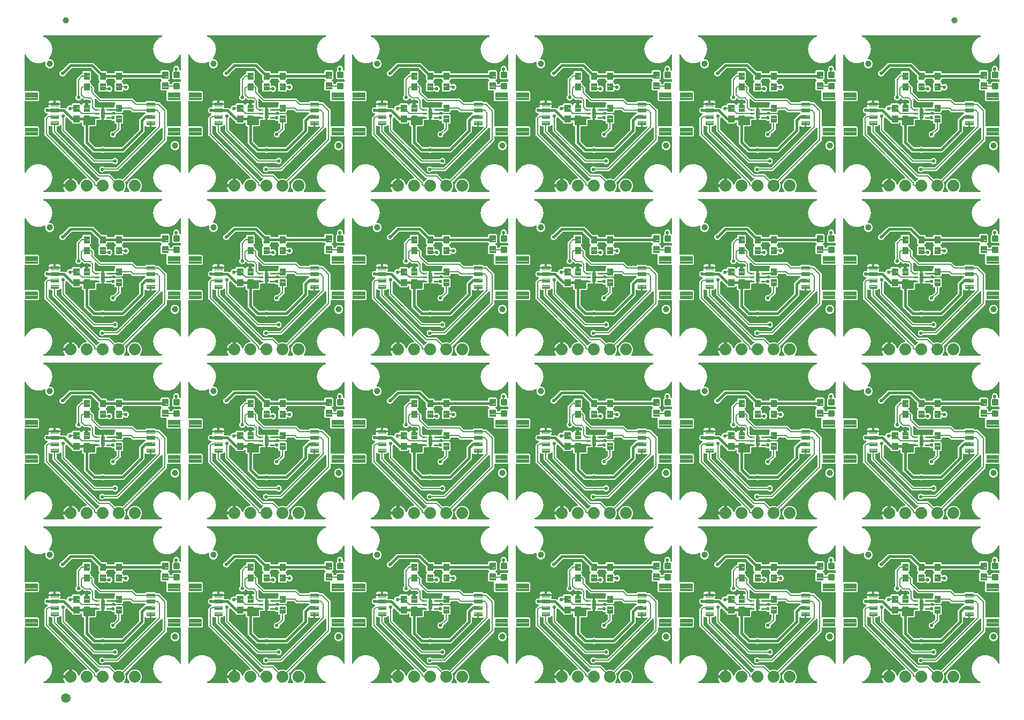
<source format=gtl>
G04 EAGLE Gerber RS-274X export*
G75*
%MOMM*%
%FSLAX34Y34*%
%LPD*%
%INTop Copper*%
%IPPOS*%
%AMOC8*
5,1,8,0,0,1.08239X$1,22.5*%
G01*
%ADD10C,0.100000*%
%ADD11C,0.096000*%
%ADD12C,0.102000*%
%ADD13C,0.300000*%
%ADD14C,1.000000*%
%ADD15C,1.879600*%
%ADD16C,0.102600*%
%ADD17C,0.104000*%
%ADD18C,1.500000*%
%ADD19C,0.558800*%
%ADD20C,0.203200*%
%ADD21C,0.457200*%
%ADD22C,0.406400*%
%ADD23C,0.254000*%

G36*
X1102323Y521214D02*
X1102323Y521214D01*
X1102363Y521211D01*
X1102481Y521234D01*
X1102599Y521249D01*
X1102637Y521263D01*
X1102676Y521271D01*
X1102784Y521322D01*
X1102895Y521366D01*
X1102927Y521389D01*
X1102963Y521406D01*
X1103056Y521482D01*
X1103153Y521552D01*
X1103178Y521583D01*
X1103209Y521608D01*
X1103279Y521705D01*
X1103355Y521797D01*
X1103372Y521833D01*
X1103396Y521866D01*
X1103440Y521977D01*
X1103491Y522085D01*
X1103498Y522124D01*
X1103513Y522161D01*
X1103528Y522280D01*
X1103551Y522397D01*
X1103548Y522437D01*
X1103553Y522477D01*
X1103538Y522595D01*
X1103531Y522715D01*
X1103519Y522753D01*
X1103514Y522792D01*
X1103470Y522903D01*
X1103433Y523017D01*
X1103412Y523051D01*
X1103397Y523088D01*
X1103311Y523224D01*
X1102309Y524603D01*
X1101456Y526277D01*
X1100875Y528064D01*
X1100835Y528321D01*
X1111250Y528321D01*
X1111368Y528336D01*
X1111487Y528343D01*
X1111525Y528356D01*
X1111565Y528361D01*
X1111676Y528404D01*
X1111789Y528441D01*
X1111823Y528463D01*
X1111861Y528478D01*
X1111957Y528548D01*
X1112058Y528611D01*
X1112086Y528641D01*
X1112118Y528664D01*
X1112194Y528756D01*
X1112276Y528843D01*
X1112295Y528878D01*
X1112321Y528909D01*
X1112372Y529017D01*
X1112429Y529121D01*
X1112440Y529161D01*
X1112457Y529197D01*
X1112479Y529314D01*
X1112509Y529429D01*
X1112513Y529490D01*
X1112517Y529510D01*
X1112515Y529530D01*
X1112519Y529590D01*
X1112519Y530861D01*
X1113790Y530861D01*
X1113908Y530876D01*
X1114027Y530883D01*
X1114065Y530896D01*
X1114105Y530901D01*
X1114216Y530945D01*
X1114329Y530981D01*
X1114364Y531003D01*
X1114401Y531018D01*
X1114497Y531088D01*
X1114598Y531151D01*
X1114626Y531181D01*
X1114659Y531205D01*
X1114734Y531296D01*
X1114816Y531383D01*
X1114836Y531418D01*
X1114861Y531450D01*
X1114912Y531557D01*
X1114970Y531662D01*
X1114980Y531701D01*
X1114997Y531737D01*
X1115019Y531854D01*
X1115049Y531969D01*
X1115053Y532030D01*
X1115057Y532050D01*
X1115055Y532070D01*
X1115059Y532130D01*
X1115059Y542545D01*
X1115316Y542505D01*
X1117103Y541924D01*
X1118777Y541071D01*
X1120298Y539966D01*
X1121626Y538638D01*
X1122731Y537117D01*
X1123584Y535443D01*
X1124174Y533626D01*
X1124199Y533540D01*
X1124230Y533414D01*
X1124244Y533387D01*
X1124252Y533358D01*
X1124318Y533247D01*
X1124378Y533133D01*
X1124399Y533110D01*
X1124414Y533084D01*
X1124505Y532993D01*
X1124592Y532897D01*
X1124617Y532881D01*
X1124639Y532860D01*
X1124750Y532794D01*
X1124858Y532723D01*
X1124887Y532713D01*
X1124912Y532697D01*
X1125036Y532661D01*
X1125159Y532619D01*
X1125189Y532617D01*
X1125218Y532609D01*
X1125347Y532604D01*
X1125476Y532594D01*
X1125506Y532599D01*
X1125536Y532598D01*
X1125662Y532626D01*
X1125789Y532649D01*
X1125817Y532661D01*
X1125846Y532667D01*
X1125961Y532726D01*
X1126079Y532779D01*
X1126103Y532798D01*
X1126130Y532812D01*
X1126226Y532897D01*
X1126328Y532978D01*
X1126346Y533002D01*
X1126368Y533022D01*
X1126441Y533128D01*
X1126519Y533232D01*
X1126538Y533270D01*
X1126547Y533284D01*
X1126555Y533305D01*
X1126590Y533376D01*
X1128229Y537335D01*
X1131445Y540551D01*
X1135646Y542291D01*
X1136893Y542291D01*
X1137031Y542308D01*
X1137170Y542321D01*
X1137189Y542328D01*
X1137209Y542331D01*
X1137338Y542382D01*
X1137469Y542429D01*
X1137486Y542440D01*
X1137505Y542448D01*
X1137617Y542529D01*
X1137732Y542607D01*
X1137746Y542623D01*
X1137762Y542634D01*
X1137851Y542742D01*
X1137943Y542846D01*
X1137952Y542864D01*
X1137965Y542879D01*
X1138024Y543005D01*
X1138087Y543129D01*
X1138092Y543149D01*
X1138100Y543167D01*
X1138126Y543303D01*
X1138157Y543439D01*
X1138156Y543460D01*
X1138160Y543479D01*
X1138152Y543618D01*
X1138147Y543757D01*
X1138142Y543777D01*
X1138140Y543797D01*
X1138098Y543929D01*
X1138059Y544063D01*
X1138049Y544080D01*
X1138042Y544099D01*
X1137968Y544217D01*
X1137897Y544337D01*
X1137879Y544358D01*
X1137872Y544368D01*
X1137857Y544382D01*
X1137791Y544457D01*
X1073529Y608720D01*
X1071371Y610877D01*
X1071371Y638803D01*
X1073529Y640960D01*
X1075815Y643247D01*
X1075900Y643356D01*
X1075989Y643463D01*
X1075997Y643482D01*
X1076010Y643498D01*
X1076065Y643626D01*
X1076124Y643751D01*
X1076128Y643771D01*
X1076136Y643790D01*
X1076158Y643928D01*
X1076184Y644064D01*
X1076183Y644084D01*
X1076186Y644104D01*
X1076173Y644243D01*
X1076164Y644381D01*
X1076158Y644400D01*
X1076156Y644420D01*
X1076109Y644552D01*
X1076066Y644683D01*
X1076056Y644701D01*
X1076049Y644720D01*
X1075971Y644834D01*
X1075896Y644952D01*
X1075881Y644966D01*
X1075870Y644983D01*
X1075766Y645075D01*
X1075665Y645170D01*
X1075647Y645180D01*
X1075632Y645193D01*
X1075508Y645257D01*
X1075386Y645324D01*
X1075367Y645329D01*
X1075348Y645338D01*
X1075213Y645368D01*
X1075078Y645403D01*
X1075050Y645405D01*
X1075038Y645408D01*
X1075018Y645407D01*
X1074917Y645413D01*
X1074730Y645413D01*
X1072956Y646148D01*
X1071598Y647506D01*
X1070863Y649280D01*
X1070863Y651200D01*
X1071598Y652974D01*
X1072956Y654332D01*
X1074730Y655067D01*
X1076765Y655067D01*
X1076890Y655082D01*
X1077015Y655092D01*
X1077047Y655102D01*
X1077081Y655107D01*
X1077197Y655153D01*
X1077317Y655193D01*
X1077345Y655211D01*
X1077376Y655224D01*
X1077478Y655297D01*
X1077584Y655366D01*
X1077606Y655391D01*
X1077634Y655410D01*
X1077714Y655507D01*
X1077799Y655600D01*
X1077815Y655629D01*
X1077836Y655655D01*
X1077890Y655769D01*
X1077950Y655880D01*
X1077958Y655913D01*
X1077972Y655943D01*
X1077996Y656067D01*
X1078026Y656189D01*
X1078025Y656222D01*
X1078032Y656255D01*
X1078024Y656381D01*
X1078023Y656507D01*
X1078013Y656555D01*
X1078012Y656573D01*
X1078005Y656593D01*
X1077991Y656665D01*
X1077829Y657268D01*
X1077829Y658661D01*
X1086890Y658661D01*
X1087008Y658676D01*
X1087127Y658683D01*
X1087134Y658685D01*
X1087190Y658671D01*
X1087250Y658667D01*
X1087270Y658663D01*
X1087290Y658665D01*
X1087350Y658661D01*
X1096411Y658661D01*
X1096411Y657268D01*
X1096203Y656492D01*
X1095993Y656129D01*
X1095941Y656006D01*
X1095885Y655887D01*
X1095880Y655860D01*
X1095869Y655835D01*
X1095850Y655704D01*
X1095825Y655574D01*
X1095827Y655548D01*
X1095823Y655521D01*
X1095837Y655389D01*
X1095845Y655257D01*
X1095853Y655231D01*
X1095856Y655205D01*
X1095902Y655080D01*
X1095943Y654955D01*
X1095957Y654932D01*
X1095967Y654906D01*
X1096042Y654798D01*
X1096113Y654686D01*
X1096133Y654667D01*
X1096148Y654645D01*
X1096248Y654559D01*
X1096345Y654468D01*
X1096369Y654455D01*
X1096389Y654437D01*
X1096507Y654378D01*
X1096623Y654314D01*
X1096649Y654308D01*
X1096674Y654296D01*
X1096803Y654268D01*
X1096931Y654235D01*
X1096969Y654233D01*
X1096985Y654229D01*
X1097007Y654230D01*
X1097092Y654225D01*
X1103362Y654225D01*
X1104511Y653076D01*
X1104620Y652991D01*
X1104727Y652902D01*
X1104746Y652893D01*
X1104762Y652881D01*
X1104889Y652826D01*
X1105015Y652766D01*
X1105035Y652763D01*
X1105054Y652755D01*
X1105192Y652733D01*
X1105328Y652707D01*
X1105348Y652708D01*
X1105368Y652705D01*
X1105507Y652718D01*
X1105645Y652726D01*
X1105664Y652733D01*
X1105684Y652735D01*
X1105816Y652782D01*
X1105947Y652824D01*
X1105965Y652835D01*
X1105984Y652842D01*
X1106099Y652920D01*
X1106216Y652995D01*
X1106230Y653009D01*
X1106247Y653021D01*
X1106339Y653125D01*
X1106434Y653226D01*
X1106444Y653244D01*
X1106457Y653259D01*
X1106521Y653383D01*
X1106588Y653505D01*
X1106593Y653524D01*
X1106602Y653542D01*
X1106632Y653678D01*
X1106667Y653813D01*
X1106669Y653841D01*
X1106672Y653853D01*
X1106671Y653873D01*
X1106677Y653973D01*
X1106677Y654248D01*
X1107412Y656022D01*
X1108770Y657380D01*
X1110544Y658115D01*
X1112464Y658115D01*
X1112622Y658049D01*
X1112670Y658036D01*
X1112715Y658015D01*
X1112823Y657994D01*
X1112929Y657965D01*
X1112979Y657964D01*
X1113028Y657955D01*
X1113137Y657962D01*
X1113247Y657960D01*
X1113295Y657972D01*
X1113345Y657975D01*
X1113449Y658009D01*
X1113556Y658034D01*
X1113600Y658058D01*
X1113647Y658073D01*
X1113740Y658132D01*
X1113837Y658183D01*
X1113874Y658216D01*
X1113916Y658243D01*
X1113991Y658323D01*
X1114073Y658397D01*
X1114100Y658438D01*
X1114134Y658475D01*
X1114187Y658571D01*
X1114247Y658663D01*
X1114264Y658710D01*
X1114288Y658753D01*
X1114315Y658859D01*
X1114351Y658963D01*
X1114355Y659013D01*
X1114367Y659061D01*
X1114377Y659222D01*
X1114377Y659709D01*
X1115861Y661193D01*
X1126959Y661193D01*
X1128587Y659565D01*
X1128686Y659488D01*
X1128781Y659406D01*
X1128811Y659391D01*
X1128838Y659370D01*
X1128953Y659320D01*
X1129066Y659264D01*
X1129099Y659257D01*
X1129130Y659244D01*
X1129254Y659224D01*
X1129377Y659198D01*
X1129410Y659199D01*
X1129444Y659194D01*
X1129569Y659206D01*
X1129695Y659211D01*
X1129727Y659221D01*
X1129760Y659224D01*
X1129879Y659266D01*
X1129999Y659303D01*
X1130028Y659320D01*
X1130060Y659332D01*
X1130164Y659402D01*
X1130271Y659467D01*
X1130295Y659491D01*
X1130323Y659510D01*
X1130406Y659604D01*
X1130494Y659694D01*
X1130521Y659735D01*
X1130533Y659749D01*
X1130543Y659768D01*
X1130583Y659828D01*
X1130987Y660527D01*
X1131553Y661093D01*
X1132246Y661494D01*
X1133020Y661701D01*
X1135421Y661701D01*
X1135421Y654890D01*
X1135436Y654772D01*
X1135443Y654653D01*
X1135455Y654615D01*
X1135461Y654575D01*
X1135504Y654464D01*
X1135541Y654351D01*
X1135563Y654317D01*
X1135578Y654279D01*
X1135647Y654183D01*
X1135711Y654082D01*
X1135741Y654054D01*
X1135764Y654022D01*
X1135856Y653946D01*
X1135943Y653864D01*
X1135978Y653845D01*
X1136009Y653819D01*
X1136117Y653768D01*
X1136221Y653711D01*
X1136261Y653701D01*
X1136297Y653683D01*
X1136414Y653661D01*
X1136529Y653631D01*
X1136589Y653627D01*
X1136609Y653624D01*
X1136630Y653625D01*
X1136690Y653621D01*
X1139150Y653621D01*
X1139268Y653636D01*
X1139387Y653643D01*
X1139425Y653656D01*
X1139466Y653661D01*
X1139576Y653705D01*
X1139689Y653741D01*
X1139724Y653763D01*
X1139761Y653778D01*
X1139857Y653848D01*
X1139958Y653911D01*
X1139986Y653941D01*
X1140019Y653965D01*
X1140095Y654056D01*
X1140176Y654143D01*
X1140196Y654178D01*
X1140221Y654210D01*
X1140272Y654317D01*
X1140330Y654422D01*
X1140340Y654461D01*
X1140357Y654497D01*
X1140379Y654614D01*
X1140409Y654730D01*
X1140413Y654790D01*
X1140417Y654810D01*
X1140415Y654830D01*
X1140419Y654890D01*
X1140419Y661701D01*
X1142820Y661701D01*
X1142925Y661673D01*
X1143050Y661655D01*
X1143174Y661632D01*
X1143207Y661634D01*
X1143241Y661629D01*
X1143366Y661644D01*
X1143491Y661652D01*
X1143523Y661662D01*
X1143556Y661666D01*
X1143674Y661711D01*
X1143793Y661750D01*
X1143822Y661768D01*
X1143853Y661780D01*
X1143956Y661852D01*
X1144062Y661920D01*
X1144085Y661944D01*
X1144113Y661964D01*
X1144194Y662060D01*
X1144280Y662151D01*
X1144296Y662181D01*
X1144318Y662207D01*
X1144373Y662320D01*
X1144434Y662430D01*
X1144442Y662463D01*
X1144457Y662493D01*
X1144482Y662616D01*
X1144513Y662738D01*
X1144516Y662787D01*
X1144520Y662805D01*
X1144519Y662826D01*
X1144523Y662899D01*
X1144523Y664199D01*
X1144511Y664298D01*
X1144508Y664397D01*
X1144491Y664455D01*
X1144483Y664515D01*
X1144447Y664607D01*
X1144419Y664702D01*
X1144389Y664754D01*
X1144366Y664811D01*
X1144308Y664891D01*
X1144258Y664976D01*
X1144192Y665051D01*
X1144180Y665068D01*
X1144170Y665076D01*
X1144152Y665097D01*
X1142617Y666632D01*
X1142539Y666692D01*
X1142467Y666760D01*
X1142413Y666789D01*
X1142366Y666826D01*
X1142275Y666866D01*
X1142188Y666914D01*
X1142129Y666929D01*
X1142074Y666953D01*
X1141976Y666968D01*
X1141880Y666993D01*
X1141780Y666999D01*
X1141760Y667003D01*
X1141747Y667001D01*
X1141719Y667003D01*
X1133609Y667003D01*
X1131673Y668940D01*
X1131634Y668970D01*
X1131600Y669007D01*
X1131508Y669067D01*
X1131422Y669135D01*
X1131376Y669154D01*
X1131334Y669182D01*
X1131231Y669217D01*
X1131130Y669261D01*
X1131081Y669269D01*
X1131034Y669285D01*
X1130924Y669294D01*
X1130816Y669311D01*
X1130766Y669306D01*
X1130717Y669310D01*
X1130609Y669291D01*
X1130499Y669281D01*
X1130452Y669264D01*
X1130403Y669256D01*
X1130303Y669211D01*
X1130200Y669173D01*
X1130159Y669145D01*
X1130113Y669125D01*
X1130027Y669056D01*
X1129937Y668995D01*
X1129904Y668958D01*
X1129865Y668926D01*
X1129799Y668839D01*
X1129726Y668756D01*
X1129703Y668712D01*
X1129674Y668672D01*
X1129603Y668528D01*
X1129312Y667826D01*
X1127954Y666468D01*
X1126180Y665733D01*
X1124260Y665733D01*
X1122486Y666468D01*
X1121128Y667826D01*
X1120393Y669600D01*
X1120393Y671520D01*
X1121128Y673294D01*
X1121800Y673966D01*
X1121860Y674044D01*
X1121928Y674116D01*
X1121957Y674169D01*
X1121994Y674217D01*
X1122034Y674308D01*
X1122082Y674394D01*
X1122097Y674453D01*
X1122121Y674509D01*
X1122136Y674607D01*
X1122161Y674702D01*
X1122167Y674802D01*
X1122171Y674823D01*
X1122169Y674835D01*
X1122171Y674863D01*
X1122171Y700271D01*
X1124329Y702428D01*
X1127252Y705351D01*
X1129409Y707509D01*
X1129618Y707509D01*
X1129736Y707524D01*
X1129855Y707531D01*
X1129893Y707544D01*
X1129934Y707549D01*
X1130044Y707592D01*
X1130157Y707629D01*
X1130192Y707651D01*
X1130229Y707666D01*
X1130325Y707735D01*
X1130426Y707799D01*
X1130454Y707829D01*
X1130487Y707852D01*
X1130563Y707944D01*
X1130644Y708031D01*
X1130664Y708066D01*
X1130689Y708097D01*
X1130740Y708205D01*
X1130798Y708309D01*
X1130808Y708349D01*
X1130825Y708385D01*
X1130847Y708502D01*
X1130877Y708617D01*
X1130881Y708677D01*
X1130885Y708697D01*
X1130883Y708718D01*
X1130887Y708778D01*
X1130887Y710509D01*
X1132371Y711993D01*
X1143469Y711993D01*
X1144953Y710509D01*
X1144953Y698411D01*
X1143399Y696857D01*
X1143326Y696763D01*
X1143248Y696674D01*
X1143229Y696638D01*
X1143204Y696606D01*
X1143157Y696497D01*
X1143103Y696391D01*
X1143094Y696352D01*
X1143078Y696314D01*
X1143059Y696197D01*
X1143033Y696081D01*
X1143035Y696040D01*
X1143028Y696000D01*
X1143039Y695882D01*
X1143043Y695763D01*
X1143054Y695724D01*
X1143058Y695684D01*
X1143098Y695572D01*
X1143131Y695457D01*
X1143152Y695422D01*
X1143166Y695384D01*
X1143233Y695286D01*
X1143293Y695183D01*
X1143333Y695138D01*
X1143344Y695121D01*
X1143359Y695108D01*
X1143399Y695062D01*
X1144953Y693509D01*
X1144953Y692150D01*
X1144968Y692032D01*
X1144975Y691913D01*
X1144988Y691875D01*
X1144993Y691834D01*
X1145036Y691724D01*
X1145073Y691611D01*
X1145095Y691576D01*
X1145110Y691539D01*
X1145179Y691443D01*
X1145243Y691342D01*
X1145273Y691314D01*
X1145296Y691281D01*
X1145388Y691205D01*
X1145475Y691124D01*
X1145510Y691104D01*
X1145541Y691079D01*
X1145631Y691036D01*
X1149605Y687063D01*
X1149605Y680477D01*
X1149617Y680378D01*
X1149620Y680279D01*
X1149637Y680221D01*
X1149645Y680161D01*
X1149681Y680069D01*
X1149709Y679974D01*
X1149739Y679922D01*
X1149762Y679865D01*
X1149820Y679785D01*
X1149870Y679700D01*
X1149936Y679625D01*
X1149948Y679608D01*
X1149958Y679600D01*
X1149976Y679579D01*
X1160147Y669408D01*
X1160225Y669348D01*
X1160297Y669280D01*
X1160350Y669251D01*
X1160398Y669214D01*
X1160489Y669174D01*
X1160576Y669126D01*
X1160635Y669111D01*
X1160690Y669087D01*
X1160788Y669072D01*
X1160884Y669047D01*
X1160984Y669041D01*
X1161004Y669037D01*
X1161017Y669039D01*
X1161045Y669037D01*
X1211065Y669037D01*
X1216521Y663580D01*
X1216599Y663520D01*
X1216671Y663452D01*
X1216724Y663423D01*
X1216772Y663386D01*
X1216863Y663346D01*
X1216950Y663298D01*
X1217008Y663283D01*
X1217064Y663259D01*
X1217162Y663244D01*
X1217258Y663219D01*
X1217358Y663213D01*
X1217378Y663209D01*
X1217391Y663211D01*
X1217419Y663209D01*
X1229463Y663209D01*
X1229561Y663221D01*
X1229660Y663224D01*
X1229718Y663241D01*
X1229779Y663249D01*
X1229871Y663285D01*
X1229966Y663313D01*
X1230018Y663343D01*
X1230074Y663366D01*
X1230154Y663424D01*
X1230240Y663474D01*
X1230315Y663540D01*
X1230332Y663552D01*
X1230339Y663562D01*
X1230361Y663580D01*
X1231973Y665193D01*
X1246559Y665193D01*
X1248171Y663580D01*
X1248250Y663520D01*
X1248322Y663452D01*
X1248375Y663423D01*
X1248423Y663386D01*
X1248514Y663346D01*
X1248600Y663298D01*
X1248659Y663283D01*
X1248715Y663259D01*
X1248813Y663244D01*
X1248908Y663219D01*
X1249008Y663213D01*
X1249029Y663209D01*
X1249041Y663211D01*
X1249069Y663209D01*
X1252453Y663209D01*
X1264667Y650995D01*
X1264667Y626462D01*
X1264682Y626344D01*
X1264689Y626225D01*
X1264702Y626187D01*
X1264707Y626146D01*
X1264750Y626036D01*
X1264787Y625923D01*
X1264809Y625888D01*
X1264824Y625851D01*
X1264893Y625755D01*
X1264957Y625654D01*
X1264987Y625626D01*
X1265010Y625593D01*
X1265102Y625517D01*
X1265189Y625436D01*
X1265224Y625416D01*
X1265255Y625391D01*
X1265363Y625340D01*
X1265467Y625282D01*
X1265507Y625272D01*
X1265543Y625255D01*
X1265660Y625233D01*
X1265775Y625203D01*
X1265835Y625199D01*
X1265855Y625195D01*
X1265876Y625197D01*
X1265936Y625193D01*
X1286002Y625193D01*
X1286120Y625208D01*
X1286239Y625215D01*
X1286277Y625228D01*
X1286318Y625233D01*
X1286428Y625276D01*
X1286541Y625313D01*
X1286576Y625335D01*
X1286613Y625350D01*
X1286709Y625419D01*
X1286810Y625483D01*
X1286838Y625513D01*
X1286871Y625536D01*
X1286947Y625628D01*
X1287028Y625715D01*
X1287048Y625750D01*
X1287073Y625781D01*
X1287124Y625889D01*
X1287182Y625993D01*
X1287192Y626033D01*
X1287209Y626069D01*
X1287231Y626186D01*
X1287261Y626301D01*
X1287265Y626361D01*
X1287269Y626381D01*
X1287267Y626402D01*
X1287271Y626462D01*
X1287271Y663858D01*
X1287256Y663976D01*
X1287249Y664095D01*
X1287236Y664133D01*
X1287231Y664174D01*
X1287188Y664284D01*
X1287151Y664397D01*
X1287129Y664432D01*
X1287114Y664469D01*
X1287045Y664565D01*
X1286981Y664666D01*
X1286951Y664694D01*
X1286928Y664727D01*
X1286836Y664803D01*
X1286749Y664884D01*
X1286714Y664904D01*
X1286683Y664929D01*
X1286575Y664980D01*
X1286471Y665038D01*
X1286431Y665048D01*
X1286395Y665065D01*
X1286278Y665087D01*
X1286163Y665117D01*
X1286103Y665121D01*
X1286083Y665125D01*
X1286062Y665123D01*
X1286002Y665127D01*
X1265455Y665127D01*
X1263983Y666599D01*
X1263983Y679721D01*
X1264055Y679792D01*
X1264140Y679902D01*
X1264229Y680009D01*
X1264238Y680028D01*
X1264250Y680044D01*
X1264305Y680171D01*
X1264364Y680297D01*
X1264368Y680317D01*
X1264376Y680336D01*
X1264398Y680473D01*
X1264424Y680610D01*
X1264423Y680630D01*
X1264426Y680650D01*
X1264413Y680789D01*
X1264404Y680927D01*
X1264398Y680946D01*
X1264396Y680966D01*
X1264349Y681098D01*
X1264306Y681229D01*
X1264296Y681246D01*
X1264289Y681266D01*
X1264211Y681381D01*
X1264136Y681498D01*
X1264122Y681512D01*
X1264110Y681529D01*
X1264006Y681621D01*
X1263905Y681716D01*
X1263887Y681726D01*
X1263872Y681739D01*
X1263748Y681803D01*
X1263626Y681870D01*
X1263607Y681875D01*
X1263589Y681884D01*
X1263452Y681914D01*
X1263318Y681949D01*
X1263290Y681951D01*
X1263278Y681954D01*
X1263258Y681953D01*
X1263158Y681959D01*
X1256323Y681959D01*
X1254839Y683443D01*
X1254839Y695541D01*
X1256393Y697094D01*
X1256466Y697189D01*
X1256544Y697278D01*
X1256563Y697314D01*
X1256588Y697346D01*
X1256635Y697455D01*
X1256689Y697561D01*
X1256698Y697600D01*
X1256714Y697638D01*
X1256733Y697755D01*
X1256759Y697871D01*
X1256757Y697912D01*
X1256764Y697952D01*
X1256753Y698070D01*
X1256749Y698189D01*
X1256738Y698228D01*
X1256734Y698268D01*
X1256694Y698381D01*
X1256661Y698495D01*
X1256640Y698529D01*
X1256626Y698568D01*
X1256560Y698666D01*
X1256499Y698769D01*
X1256459Y698814D01*
X1256448Y698831D01*
X1256432Y698844D01*
X1256393Y698889D01*
X1255123Y700159D01*
X1255045Y700220D01*
X1254972Y700288D01*
X1254919Y700317D01*
X1254871Y700354D01*
X1254781Y700394D01*
X1254694Y700442D01*
X1254635Y700457D01*
X1254580Y700481D01*
X1254482Y700496D01*
X1254386Y700521D01*
X1254286Y700527D01*
X1254265Y700531D01*
X1254253Y700529D01*
X1254225Y700531D01*
X1228521Y700531D01*
X1228423Y700519D01*
X1228324Y700516D01*
X1228266Y700499D01*
X1228206Y700491D01*
X1228114Y700455D01*
X1228019Y700427D01*
X1227967Y700397D01*
X1227963Y700395D01*
X1197022Y700395D01*
X1196904Y700380D01*
X1196785Y700373D01*
X1196747Y700360D01*
X1196706Y700355D01*
X1196596Y700312D01*
X1196483Y700275D01*
X1196448Y700253D01*
X1196411Y700238D01*
X1196315Y700169D01*
X1196214Y700105D01*
X1196186Y700075D01*
X1196153Y700052D01*
X1196077Y699960D01*
X1195996Y699873D01*
X1195976Y699838D01*
X1195951Y699807D01*
X1195900Y699699D01*
X1195842Y699595D01*
X1195832Y699555D01*
X1195815Y699519D01*
X1195793Y699402D01*
X1195763Y699287D01*
X1195759Y699227D01*
X1195755Y699207D01*
X1195757Y699186D01*
X1195753Y699126D01*
X1195753Y698411D01*
X1194199Y696858D01*
X1194126Y696763D01*
X1194048Y696674D01*
X1194029Y696638D01*
X1194004Y696606D01*
X1193957Y696497D01*
X1193903Y696391D01*
X1193894Y696352D01*
X1193878Y696314D01*
X1193859Y696197D01*
X1193833Y696081D01*
X1193835Y696040D01*
X1193828Y696000D01*
X1193839Y695882D01*
X1193843Y695763D01*
X1193854Y695724D01*
X1193858Y695684D01*
X1193898Y695571D01*
X1193931Y695457D01*
X1193952Y695423D01*
X1193966Y695384D01*
X1194032Y695286D01*
X1194093Y695183D01*
X1194133Y695138D01*
X1194144Y695121D01*
X1194159Y695108D01*
X1194199Y695063D01*
X1195753Y693509D01*
X1195753Y692373D01*
X1195759Y692323D01*
X1195757Y692274D01*
X1195779Y692166D01*
X1195793Y692057D01*
X1195811Y692011D01*
X1195821Y691962D01*
X1195869Y691863D01*
X1195910Y691761D01*
X1195939Y691721D01*
X1195961Y691677D01*
X1196032Y691593D01*
X1196096Y691504D01*
X1196135Y691472D01*
X1196167Y691435D01*
X1196257Y691371D01*
X1196341Y691301D01*
X1196386Y691280D01*
X1196427Y691251D01*
X1196530Y691212D01*
X1196629Y691166D01*
X1196678Y691156D01*
X1196724Y691139D01*
X1196834Y691127D01*
X1196941Y691106D01*
X1196991Y691109D01*
X1197040Y691103D01*
X1197149Y691119D01*
X1197259Y691126D01*
X1197306Y691141D01*
X1197355Y691148D01*
X1197508Y691200D01*
X1199190Y691897D01*
X1201110Y691897D01*
X1202884Y691162D01*
X1204242Y689804D01*
X1204977Y688030D01*
X1204977Y686110D01*
X1204242Y684336D01*
X1202884Y682978D01*
X1201110Y682243D01*
X1199190Y682243D01*
X1197508Y682940D01*
X1197460Y682953D01*
X1197415Y682974D01*
X1197307Y682995D01*
X1197201Y683024D01*
X1197151Y683025D01*
X1197102Y683034D01*
X1196993Y683027D01*
X1196883Y683029D01*
X1196835Y683017D01*
X1196785Y683014D01*
X1196681Y682981D01*
X1196574Y682955D01*
X1196530Y682932D01*
X1196483Y682916D01*
X1196390Y682858D01*
X1196293Y682806D01*
X1196256Y682773D01*
X1196214Y682746D01*
X1196139Y682666D01*
X1196057Y682592D01*
X1196030Y682551D01*
X1195996Y682515D01*
X1195943Y682418D01*
X1195883Y682327D01*
X1195866Y682280D01*
X1195842Y682236D01*
X1195815Y682130D01*
X1195779Y682026D01*
X1195775Y681976D01*
X1195763Y681928D01*
X1195753Y681767D01*
X1195753Y681411D01*
X1194269Y679927D01*
X1183171Y679927D01*
X1181687Y681411D01*
X1181687Y693509D01*
X1183241Y695063D01*
X1183314Y695157D01*
X1183392Y695246D01*
X1183411Y695282D01*
X1183436Y695314D01*
X1183483Y695423D01*
X1183537Y695529D01*
X1183546Y695568D01*
X1183562Y695606D01*
X1183581Y695723D01*
X1183607Y695839D01*
X1183605Y695880D01*
X1183612Y695920D01*
X1183601Y696038D01*
X1183597Y696157D01*
X1183586Y696196D01*
X1183582Y696236D01*
X1183542Y696348D01*
X1183509Y696463D01*
X1183488Y696498D01*
X1183474Y696536D01*
X1183407Y696634D01*
X1183347Y696737D01*
X1183307Y696782D01*
X1183296Y696799D01*
X1183281Y696812D01*
X1183241Y696858D01*
X1181687Y698411D01*
X1181687Y699126D01*
X1181672Y699244D01*
X1181665Y699363D01*
X1181652Y699401D01*
X1181647Y699442D01*
X1181604Y699552D01*
X1181567Y699665D01*
X1181545Y699700D01*
X1181530Y699737D01*
X1181461Y699833D01*
X1181397Y699934D01*
X1181367Y699962D01*
X1181344Y699995D01*
X1181252Y700071D01*
X1181165Y700152D01*
X1181130Y700172D01*
X1181099Y700197D01*
X1180991Y700248D01*
X1180887Y700306D01*
X1180847Y700316D01*
X1180811Y700333D01*
X1180694Y700355D01*
X1180579Y700385D01*
X1180519Y700389D01*
X1180499Y700393D01*
X1180478Y700391D01*
X1180418Y700395D01*
X1171622Y700395D01*
X1171504Y700380D01*
X1171385Y700373D01*
X1171347Y700360D01*
X1171306Y700355D01*
X1171196Y700312D01*
X1171083Y700275D01*
X1171048Y700253D01*
X1171011Y700238D01*
X1170915Y700169D01*
X1170814Y700105D01*
X1170786Y700075D01*
X1170753Y700052D01*
X1170677Y699960D01*
X1170596Y699873D01*
X1170576Y699838D01*
X1170551Y699807D01*
X1170500Y699699D01*
X1170442Y699595D01*
X1170432Y699555D01*
X1170415Y699519D01*
X1170393Y699402D01*
X1170363Y699287D01*
X1170359Y699227D01*
X1170355Y699207D01*
X1170357Y699186D01*
X1170353Y699126D01*
X1170353Y698411D01*
X1168799Y696857D01*
X1168726Y696763D01*
X1168648Y696674D01*
X1168629Y696638D01*
X1168604Y696606D01*
X1168557Y696497D01*
X1168503Y696391D01*
X1168494Y696352D01*
X1168478Y696314D01*
X1168459Y696197D01*
X1168433Y696081D01*
X1168435Y696040D01*
X1168428Y696000D01*
X1168439Y695882D01*
X1168443Y695763D01*
X1168454Y695724D01*
X1168458Y695684D01*
X1168498Y695572D01*
X1168531Y695457D01*
X1168552Y695422D01*
X1168566Y695384D01*
X1168633Y695286D01*
X1168693Y695183D01*
X1168733Y695138D01*
X1168744Y695121D01*
X1168759Y695108D01*
X1168799Y695062D01*
X1170353Y693509D01*
X1170353Y690253D01*
X1170359Y690204D01*
X1170357Y690154D01*
X1170379Y690047D01*
X1170393Y689938D01*
X1170411Y689892D01*
X1170421Y689843D01*
X1170469Y689744D01*
X1170510Y689642D01*
X1170539Y689602D01*
X1170561Y689557D01*
X1170632Y689474D01*
X1170696Y689385D01*
X1170735Y689353D01*
X1170767Y689315D01*
X1170857Y689252D01*
X1170941Y689182D01*
X1170986Y689161D01*
X1171027Y689132D01*
X1171130Y689093D01*
X1171229Y689046D01*
X1171278Y689037D01*
X1171324Y689020D01*
X1171434Y689007D01*
X1171541Y688987D01*
X1171591Y688990D01*
X1171640Y688984D01*
X1171749Y689000D01*
X1171859Y689006D01*
X1171906Y689022D01*
X1171955Y689029D01*
X1172108Y689081D01*
X1172774Y689357D01*
X1174694Y689357D01*
X1176468Y688622D01*
X1177826Y687264D01*
X1178561Y685490D01*
X1178561Y683570D01*
X1177826Y681796D01*
X1176468Y680438D01*
X1174694Y679703D01*
X1172774Y679703D01*
X1170957Y680456D01*
X1170904Y680502D01*
X1170868Y680521D01*
X1170836Y680545D01*
X1170727Y680593D01*
X1170621Y680647D01*
X1170582Y680656D01*
X1170544Y680672D01*
X1170427Y680691D01*
X1170311Y680717D01*
X1170270Y680715D01*
X1170230Y680722D01*
X1170112Y680711D01*
X1169993Y680707D01*
X1169954Y680696D01*
X1169914Y680692D01*
X1169802Y680652D01*
X1169687Y680619D01*
X1169652Y680598D01*
X1169614Y680584D01*
X1169516Y680518D01*
X1169413Y680457D01*
X1169368Y680417D01*
X1169351Y680406D01*
X1169338Y680391D01*
X1169292Y680351D01*
X1168869Y679927D01*
X1157771Y679927D01*
X1156287Y681411D01*
X1156287Y693509D01*
X1157841Y695062D01*
X1157914Y695157D01*
X1157992Y695246D01*
X1158011Y695282D01*
X1158036Y695314D01*
X1158083Y695423D01*
X1158137Y695529D01*
X1158146Y695568D01*
X1158162Y695606D01*
X1158181Y695723D01*
X1158207Y695839D01*
X1158205Y695880D01*
X1158212Y695920D01*
X1158201Y696038D01*
X1158197Y696157D01*
X1158186Y696196D01*
X1158182Y696236D01*
X1158142Y696349D01*
X1158109Y696463D01*
X1158088Y696497D01*
X1158074Y696536D01*
X1158008Y696634D01*
X1157947Y696737D01*
X1157907Y696782D01*
X1157896Y696799D01*
X1157881Y696812D01*
X1157841Y696857D01*
X1156287Y698411D01*
X1156287Y705609D01*
X1156275Y705707D01*
X1156272Y705806D01*
X1156255Y705864D01*
X1156247Y705924D01*
X1156211Y706016D01*
X1156183Y706111D01*
X1156153Y706163D01*
X1156130Y706220D01*
X1156072Y706300D01*
X1156022Y706385D01*
X1155956Y706461D01*
X1155944Y706477D01*
X1155934Y706485D01*
X1155916Y706506D01*
X1145498Y716924D01*
X1145420Y716984D01*
X1145348Y717052D01*
X1145295Y717081D01*
X1145247Y717118D01*
X1145156Y717158D01*
X1145069Y717206D01*
X1145011Y717221D01*
X1144955Y717245D01*
X1144857Y717260D01*
X1144761Y717285D01*
X1144661Y717291D01*
X1144641Y717295D01*
X1144629Y717293D01*
X1144601Y717295D01*
X1114729Y717295D01*
X1114631Y717283D01*
X1114532Y717280D01*
X1114474Y717263D01*
X1114414Y717255D01*
X1114322Y717219D01*
X1114227Y717191D01*
X1114175Y717161D01*
X1114118Y717138D01*
X1114038Y717080D01*
X1113953Y717030D01*
X1113877Y716964D01*
X1113861Y716952D01*
X1113853Y716942D01*
X1113832Y716924D01*
X1104852Y707944D01*
X1104847Y707937D01*
X1104839Y707931D01*
X1104750Y707812D01*
X1104657Y707693D01*
X1104654Y707684D01*
X1104648Y707677D01*
X1104577Y707532D01*
X1103912Y705926D01*
X1102554Y704568D01*
X1100780Y703833D01*
X1098860Y703833D01*
X1097086Y704568D01*
X1095728Y705926D01*
X1094993Y707700D01*
X1094993Y709620D01*
X1095728Y711394D01*
X1097086Y712752D01*
X1098692Y713417D01*
X1098700Y713422D01*
X1098709Y713424D01*
X1098838Y713501D01*
X1098968Y713575D01*
X1098975Y713581D01*
X1098983Y713586D01*
X1099104Y713692D01*
X1110836Y725425D01*
X1148494Y725425D01*
X1161554Y712364D01*
X1161632Y712304D01*
X1161704Y712236D01*
X1161757Y712207D01*
X1161805Y712170D01*
X1161896Y712130D01*
X1161983Y712082D01*
X1162041Y712067D01*
X1162097Y712043D01*
X1162195Y712028D01*
X1162291Y712003D01*
X1162391Y711997D01*
X1162411Y711993D01*
X1162423Y711995D01*
X1162451Y711993D01*
X1168869Y711993D01*
X1170353Y710509D01*
X1170353Y709794D01*
X1170368Y709676D01*
X1170375Y709557D01*
X1170388Y709519D01*
X1170393Y709478D01*
X1170436Y709368D01*
X1170473Y709255D01*
X1170495Y709220D01*
X1170510Y709183D01*
X1170579Y709087D01*
X1170643Y708986D01*
X1170673Y708958D01*
X1170696Y708925D01*
X1170788Y708849D01*
X1170875Y708768D01*
X1170910Y708748D01*
X1170941Y708723D01*
X1171049Y708672D01*
X1171153Y708614D01*
X1171193Y708604D01*
X1171229Y708587D01*
X1171346Y708565D01*
X1171461Y708535D01*
X1171521Y708531D01*
X1171541Y708527D01*
X1171562Y708529D01*
X1171622Y708525D01*
X1180418Y708525D01*
X1180536Y708540D01*
X1180655Y708547D01*
X1180693Y708560D01*
X1180734Y708565D01*
X1180844Y708608D01*
X1180957Y708645D01*
X1180992Y708667D01*
X1181029Y708682D01*
X1181125Y708751D01*
X1181226Y708815D01*
X1181254Y708845D01*
X1181287Y708868D01*
X1181363Y708960D01*
X1181444Y709047D01*
X1181464Y709082D01*
X1181489Y709113D01*
X1181540Y709221D01*
X1181598Y709325D01*
X1181608Y709365D01*
X1181625Y709401D01*
X1181647Y709518D01*
X1181677Y709633D01*
X1181681Y709693D01*
X1181685Y709713D01*
X1181683Y709734D01*
X1181687Y709794D01*
X1181687Y710509D01*
X1183171Y711993D01*
X1194269Y711993D01*
X1195753Y710509D01*
X1195753Y709794D01*
X1195768Y709676D01*
X1195775Y709557D01*
X1195788Y709519D01*
X1195793Y709478D01*
X1195836Y709368D01*
X1195873Y709255D01*
X1195895Y709220D01*
X1195910Y709183D01*
X1195979Y709087D01*
X1196043Y708986D01*
X1196073Y708958D01*
X1196096Y708925D01*
X1196188Y708849D01*
X1196275Y708768D01*
X1196310Y708748D01*
X1196341Y708723D01*
X1196449Y708672D01*
X1196553Y708614D01*
X1196593Y708604D01*
X1196629Y708587D01*
X1196746Y708565D01*
X1196861Y708535D01*
X1196921Y708531D01*
X1196941Y708527D01*
X1196962Y708529D01*
X1197022Y708525D01*
X1223967Y708525D01*
X1224065Y708537D01*
X1224164Y708540D01*
X1224222Y708557D01*
X1224282Y708565D01*
X1224374Y708601D01*
X1224469Y708629D01*
X1224521Y708659D01*
X1224525Y708661D01*
X1253570Y708661D01*
X1253688Y708676D01*
X1253807Y708683D01*
X1253845Y708696D01*
X1253886Y708701D01*
X1253996Y708744D01*
X1254109Y708781D01*
X1254144Y708803D01*
X1254181Y708818D01*
X1254277Y708887D01*
X1254378Y708951D01*
X1254406Y708981D01*
X1254439Y709004D01*
X1254515Y709096D01*
X1254596Y709183D01*
X1254616Y709218D01*
X1254641Y709249D01*
X1254692Y709357D01*
X1254750Y709461D01*
X1254760Y709501D01*
X1254777Y709537D01*
X1254799Y709654D01*
X1254829Y709769D01*
X1254833Y709829D01*
X1254837Y709849D01*
X1254835Y709870D01*
X1254839Y709930D01*
X1254839Y712541D01*
X1256323Y714025D01*
X1267421Y714025D01*
X1268905Y712541D01*
X1268905Y700443D01*
X1267351Y698889D01*
X1267278Y698795D01*
X1267200Y698706D01*
X1267181Y698670D01*
X1267156Y698638D01*
X1267109Y698529D01*
X1267055Y698423D01*
X1267046Y698384D01*
X1267030Y698346D01*
X1267011Y698229D01*
X1266985Y698113D01*
X1266987Y698072D01*
X1266980Y698032D01*
X1266991Y697913D01*
X1266995Y697795D01*
X1267006Y697756D01*
X1267010Y697716D01*
X1267050Y697604D01*
X1267083Y697489D01*
X1267104Y697454D01*
X1267118Y697416D01*
X1267185Y697318D01*
X1267245Y697215D01*
X1267285Y697170D01*
X1267296Y697153D01*
X1267311Y697140D01*
X1267351Y697094D01*
X1268905Y695541D01*
X1268905Y693032D01*
X1268920Y692914D01*
X1268927Y692795D01*
X1268940Y692757D01*
X1268945Y692716D01*
X1268988Y692606D01*
X1269025Y692493D01*
X1269047Y692458D01*
X1269062Y692421D01*
X1269131Y692325D01*
X1269195Y692224D01*
X1269225Y692196D01*
X1269248Y692163D01*
X1269340Y692087D01*
X1269427Y692006D01*
X1269462Y691986D01*
X1269493Y691961D01*
X1269601Y691910D01*
X1269705Y691852D01*
X1269745Y691842D01*
X1269781Y691825D01*
X1269898Y691803D01*
X1270013Y691773D01*
X1270073Y691769D01*
X1270093Y691765D01*
X1270114Y691767D01*
X1270174Y691763D01*
X1272112Y691763D01*
X1272230Y691778D01*
X1272349Y691785D01*
X1272387Y691798D01*
X1272428Y691803D01*
X1272538Y691846D01*
X1272651Y691883D01*
X1272686Y691905D01*
X1272723Y691920D01*
X1272819Y691989D01*
X1272920Y692053D01*
X1272948Y692083D01*
X1272981Y692106D01*
X1273057Y692198D01*
X1273138Y692285D01*
X1273158Y692320D01*
X1273183Y692351D01*
X1273234Y692459D01*
X1273292Y692563D01*
X1273302Y692603D01*
X1273319Y692639D01*
X1273341Y692756D01*
X1273371Y692871D01*
X1273375Y692931D01*
X1273379Y692951D01*
X1273377Y692972D01*
X1273381Y693032D01*
X1273381Y693677D01*
X1275451Y695747D01*
X1285531Y695747D01*
X1285609Y695710D01*
X1285629Y695706D01*
X1285647Y695698D01*
X1285785Y695676D01*
X1285922Y695650D01*
X1285942Y695652D01*
X1285962Y695648D01*
X1286100Y695661D01*
X1286239Y695670D01*
X1286258Y695676D01*
X1286278Y695678D01*
X1286409Y695725D01*
X1286541Y695768D01*
X1286558Y695779D01*
X1286577Y695786D01*
X1286693Y695864D01*
X1286810Y695938D01*
X1286824Y695953D01*
X1286841Y695964D01*
X1286933Y696069D01*
X1287028Y696170D01*
X1287038Y696188D01*
X1287051Y696203D01*
X1287114Y696327D01*
X1287182Y696448D01*
X1287187Y696468D01*
X1287196Y696486D01*
X1287226Y696622D01*
X1287261Y696756D01*
X1287263Y696784D01*
X1287265Y696796D01*
X1287265Y696816D01*
X1287271Y696917D01*
X1287271Y698051D01*
X1287254Y698189D01*
X1287241Y698328D01*
X1287234Y698347D01*
X1287231Y698367D01*
X1287180Y698496D01*
X1287133Y698627D01*
X1287122Y698644D01*
X1287114Y698662D01*
X1287033Y698775D01*
X1286954Y698890D01*
X1286939Y698903D01*
X1286928Y698920D01*
X1286820Y699009D01*
X1286716Y699100D01*
X1286698Y699109D01*
X1286683Y699122D01*
X1286556Y699182D01*
X1286433Y699245D01*
X1286413Y699249D01*
X1286395Y699258D01*
X1286259Y699284D01*
X1286122Y699315D01*
X1286102Y699314D01*
X1286083Y699318D01*
X1285944Y699309D01*
X1285805Y699305D01*
X1285785Y699299D01*
X1285765Y699298D01*
X1285633Y699255D01*
X1285516Y699221D01*
X1275451Y699221D01*
X1273381Y701291D01*
X1273381Y711217D01*
X1274855Y712692D01*
X1274874Y712715D01*
X1274896Y712734D01*
X1274971Y712840D01*
X1275050Y712943D01*
X1275062Y712970D01*
X1275079Y712994D01*
X1275125Y713115D01*
X1275177Y713235D01*
X1275181Y713264D01*
X1275192Y713291D01*
X1275206Y713420D01*
X1275227Y713549D01*
X1275224Y713578D01*
X1275227Y713607D01*
X1275209Y713736D01*
X1275197Y713865D01*
X1275187Y713893D01*
X1275183Y713922D01*
X1275131Y714075D01*
X1274825Y714812D01*
X1274825Y716732D01*
X1275560Y718506D01*
X1276918Y719864D01*
X1278692Y720599D01*
X1280612Y720599D01*
X1282386Y719864D01*
X1283744Y718506D01*
X1284479Y716732D01*
X1284479Y714559D01*
X1284486Y714502D01*
X1284484Y714421D01*
X1284496Y714371D01*
X1284500Y714319D01*
X1284515Y714271D01*
X1284519Y714244D01*
X1284538Y714195D01*
X1284558Y714112D01*
X1284582Y714066D01*
X1284598Y714017D01*
X1284627Y713971D01*
X1284636Y713948D01*
X1284664Y713910D01*
X1284705Y713830D01*
X1284740Y713792D01*
X1284768Y713748D01*
X1284810Y713708D01*
X1284822Y713691D01*
X1284857Y713663D01*
X1284918Y713594D01*
X1284962Y713565D01*
X1284999Y713530D01*
X1285052Y713501D01*
X1285067Y713488D01*
X1285106Y713470D01*
X1285184Y713418D01*
X1285233Y713401D01*
X1285278Y713376D01*
X1285336Y713361D01*
X1285355Y713353D01*
X1285396Y713345D01*
X1285425Y713335D01*
X1285483Y713309D01*
X1285609Y713250D01*
X1285629Y713246D01*
X1285647Y713238D01*
X1285785Y713216D01*
X1285922Y713190D01*
X1285942Y713192D01*
X1285962Y713188D01*
X1286100Y713201D01*
X1286239Y713210D01*
X1286258Y713216D01*
X1286278Y713218D01*
X1286409Y713265D01*
X1286541Y713308D01*
X1286558Y713319D01*
X1286577Y713326D01*
X1286693Y713404D01*
X1286810Y713478D01*
X1286824Y713493D01*
X1286841Y713504D01*
X1286933Y713609D01*
X1287028Y713710D01*
X1287038Y713728D01*
X1287051Y713743D01*
X1287114Y713867D01*
X1287182Y713988D01*
X1287187Y714008D01*
X1287196Y714026D01*
X1287226Y714162D01*
X1287261Y714296D01*
X1287263Y714324D01*
X1287265Y714336D01*
X1287265Y714356D01*
X1287271Y714457D01*
X1287271Y737555D01*
X1287253Y737700D01*
X1287238Y737845D01*
X1287233Y737857D01*
X1287231Y737871D01*
X1287178Y738006D01*
X1287127Y738143D01*
X1287119Y738154D01*
X1287114Y738166D01*
X1287029Y738284D01*
X1286946Y738404D01*
X1286935Y738413D01*
X1286928Y738424D01*
X1286816Y738517D01*
X1286705Y738612D01*
X1286693Y738618D01*
X1286683Y738627D01*
X1286551Y738688D01*
X1286420Y738754D01*
X1286407Y738756D01*
X1286395Y738762D01*
X1286253Y738789D01*
X1286109Y738820D01*
X1286096Y738819D01*
X1286083Y738822D01*
X1285938Y738813D01*
X1285792Y738807D01*
X1285779Y738803D01*
X1285765Y738802D01*
X1285627Y738757D01*
X1285487Y738715D01*
X1285475Y738708D01*
X1285463Y738704D01*
X1285340Y738626D01*
X1285215Y738551D01*
X1285205Y738541D01*
X1285194Y738534D01*
X1285094Y738428D01*
X1284992Y738324D01*
X1284982Y738309D01*
X1284976Y738302D01*
X1284968Y738287D01*
X1284903Y738190D01*
X1281715Y732668D01*
X1275882Y727773D01*
X1268727Y725169D01*
X1261113Y725169D01*
X1253958Y727773D01*
X1248125Y732668D01*
X1244318Y739262D01*
X1242996Y746760D01*
X1244318Y754258D01*
X1248125Y760852D01*
X1253958Y765747D01*
X1256438Y766649D01*
X1256525Y766694D01*
X1256615Y766730D01*
X1256666Y766766D01*
X1256721Y766795D01*
X1256794Y766859D01*
X1256873Y766916D01*
X1256913Y766964D01*
X1256959Y767006D01*
X1257013Y767086D01*
X1257076Y767161D01*
X1257102Y767218D01*
X1257137Y767269D01*
X1257170Y767361D01*
X1257211Y767449D01*
X1257223Y767510D01*
X1257244Y767569D01*
X1257253Y767666D01*
X1257271Y767762D01*
X1257267Y767824D01*
X1257273Y767886D01*
X1257257Y767982D01*
X1257251Y768079D01*
X1257232Y768138D01*
X1257222Y768200D01*
X1257183Y768289D01*
X1257153Y768381D01*
X1257120Y768434D01*
X1257095Y768491D01*
X1257035Y768568D01*
X1256983Y768650D01*
X1256938Y768693D01*
X1256899Y768742D01*
X1256822Y768801D01*
X1256751Y768868D01*
X1256697Y768898D01*
X1256648Y768936D01*
X1256558Y768975D01*
X1256473Y769022D01*
X1256413Y769037D01*
X1256355Y769062D01*
X1256259Y769077D01*
X1256165Y769101D01*
X1256061Y769108D01*
X1256041Y769111D01*
X1256030Y769110D01*
X1256004Y769111D01*
X1070636Y769111D01*
X1070539Y769099D01*
X1070442Y769096D01*
X1070382Y769079D01*
X1070320Y769071D01*
X1070230Y769036D01*
X1070136Y769009D01*
X1070082Y768977D01*
X1070024Y768954D01*
X1069946Y768897D01*
X1069862Y768848D01*
X1069818Y768804D01*
X1069767Y768768D01*
X1069705Y768692D01*
X1069636Y768624D01*
X1069604Y768571D01*
X1069564Y768523D01*
X1069523Y768435D01*
X1069473Y768351D01*
X1069455Y768291D01*
X1069429Y768235D01*
X1069411Y768139D01*
X1069383Y768046D01*
X1069381Y767984D01*
X1069369Y767923D01*
X1069375Y767825D01*
X1069372Y767728D01*
X1069385Y767667D01*
X1069389Y767605D01*
X1069419Y767512D01*
X1069440Y767417D01*
X1069468Y767362D01*
X1069487Y767303D01*
X1069539Y767220D01*
X1069583Y767133D01*
X1069624Y767087D01*
X1069657Y767034D01*
X1069728Y766967D01*
X1069792Y766894D01*
X1069843Y766859D01*
X1069889Y766816D01*
X1069974Y766769D01*
X1070054Y766714D01*
X1070150Y766672D01*
X1070167Y766662D01*
X1070178Y766660D01*
X1070202Y766649D01*
X1072682Y765747D01*
X1078515Y760852D01*
X1082322Y754258D01*
X1083644Y746760D01*
X1082322Y739262D01*
X1078612Y732837D01*
X1078561Y732714D01*
X1078504Y732595D01*
X1078499Y732568D01*
X1078489Y732543D01*
X1078469Y732412D01*
X1078445Y732282D01*
X1078446Y732256D01*
X1078442Y732229D01*
X1078456Y732097D01*
X1078464Y731965D01*
X1078473Y731939D01*
X1078476Y731913D01*
X1078522Y731788D01*
X1078562Y731663D01*
X1078577Y731640D01*
X1078586Y731614D01*
X1078662Y731506D01*
X1078733Y731394D01*
X1078752Y731375D01*
X1078768Y731353D01*
X1078868Y731267D01*
X1078964Y731176D01*
X1078988Y731163D01*
X1079008Y731145D01*
X1079127Y731086D01*
X1079243Y731022D01*
X1079269Y731016D01*
X1079293Y731004D01*
X1079423Y730976D01*
X1079551Y730943D01*
X1079589Y730941D01*
X1079604Y730937D01*
X1079626Y730938D01*
X1079711Y730933D01*
X1080899Y730933D01*
X1083484Y729862D01*
X1085462Y727884D01*
X1086533Y725299D01*
X1086533Y722501D01*
X1085462Y719916D01*
X1083484Y717938D01*
X1080899Y716867D01*
X1078101Y716867D01*
X1075516Y717938D01*
X1073538Y719916D01*
X1072467Y722501D01*
X1072467Y725299D01*
X1072532Y725456D01*
X1072562Y725563D01*
X1072599Y725668D01*
X1072604Y725716D01*
X1072616Y725762D01*
X1072618Y725874D01*
X1072628Y725985D01*
X1072620Y726032D01*
X1072621Y726080D01*
X1072595Y726189D01*
X1072577Y726299D01*
X1072558Y726343D01*
X1072547Y726390D01*
X1072495Y726488D01*
X1072450Y726591D01*
X1072421Y726628D01*
X1072398Y726671D01*
X1072323Y726753D01*
X1072255Y726841D01*
X1072217Y726871D01*
X1072184Y726906D01*
X1072091Y726967D01*
X1072003Y727036D01*
X1071959Y727054D01*
X1071919Y727081D01*
X1071813Y727117D01*
X1071711Y727161D01*
X1071663Y727169D01*
X1071618Y727184D01*
X1071507Y727193D01*
X1071397Y727210D01*
X1071349Y727206D01*
X1071301Y727209D01*
X1071191Y727190D01*
X1071080Y727180D01*
X1071009Y727159D01*
X1070988Y727155D01*
X1070971Y727148D01*
X1070925Y727134D01*
X1065527Y725169D01*
X1057913Y725169D01*
X1050758Y727773D01*
X1044925Y732668D01*
X1041737Y738190D01*
X1041649Y738306D01*
X1041564Y738424D01*
X1041553Y738432D01*
X1041545Y738443D01*
X1041431Y738533D01*
X1041319Y738627D01*
X1041306Y738632D01*
X1041296Y738641D01*
X1041162Y738700D01*
X1041031Y738762D01*
X1041018Y738765D01*
X1041005Y738770D01*
X1040861Y738795D01*
X1040718Y738822D01*
X1040705Y738821D01*
X1040692Y738823D01*
X1040546Y738811D01*
X1040401Y738802D01*
X1040388Y738798D01*
X1040375Y738797D01*
X1040237Y738749D01*
X1040099Y738704D01*
X1040087Y738697D01*
X1040074Y738692D01*
X1039953Y738612D01*
X1039830Y738534D01*
X1039821Y738524D01*
X1039809Y738517D01*
X1039712Y738409D01*
X1039612Y738302D01*
X1039605Y738290D01*
X1039596Y738280D01*
X1039529Y738152D01*
X1039458Y738024D01*
X1039455Y738011D01*
X1039449Y737999D01*
X1039415Y737857D01*
X1039379Y737716D01*
X1039378Y737698D01*
X1039376Y737689D01*
X1039376Y737672D01*
X1039369Y737555D01*
X1039369Y682462D01*
X1039384Y682344D01*
X1039391Y682225D01*
X1039404Y682187D01*
X1039409Y682146D01*
X1039452Y682036D01*
X1039489Y681923D01*
X1039511Y681888D01*
X1039526Y681851D01*
X1039595Y681755D01*
X1039659Y681654D01*
X1039689Y681626D01*
X1039712Y681593D01*
X1039804Y681517D01*
X1039891Y681436D01*
X1039926Y681416D01*
X1039957Y681391D01*
X1040065Y681340D01*
X1040169Y681282D01*
X1040209Y681272D01*
X1040245Y681255D01*
X1040362Y681233D01*
X1040477Y681203D01*
X1040537Y681199D01*
X1040557Y681195D01*
X1040578Y681197D01*
X1040638Y681193D01*
X1060931Y681193D01*
X1062403Y679721D01*
X1062403Y666599D01*
X1060931Y665127D01*
X1040638Y665127D01*
X1040520Y665112D01*
X1040401Y665105D01*
X1040363Y665092D01*
X1040322Y665087D01*
X1040212Y665044D01*
X1040099Y665007D01*
X1040064Y664985D01*
X1040027Y664970D01*
X1039931Y664901D01*
X1039830Y664837D01*
X1039802Y664807D01*
X1039769Y664784D01*
X1039693Y664692D01*
X1039612Y664605D01*
X1039592Y664570D01*
X1039567Y664539D01*
X1039516Y664431D01*
X1039458Y664327D01*
X1039448Y664287D01*
X1039431Y664251D01*
X1039409Y664134D01*
X1039379Y664019D01*
X1039375Y663959D01*
X1039371Y663939D01*
X1039373Y663918D01*
X1039369Y663858D01*
X1039369Y626462D01*
X1039384Y626344D01*
X1039391Y626225D01*
X1039404Y626187D01*
X1039409Y626146D01*
X1039452Y626036D01*
X1039489Y625923D01*
X1039511Y625888D01*
X1039526Y625851D01*
X1039595Y625755D01*
X1039659Y625654D01*
X1039689Y625626D01*
X1039712Y625593D01*
X1039804Y625517D01*
X1039891Y625436D01*
X1039926Y625416D01*
X1039957Y625391D01*
X1040065Y625340D01*
X1040169Y625282D01*
X1040209Y625272D01*
X1040245Y625255D01*
X1040362Y625233D01*
X1040477Y625203D01*
X1040537Y625199D01*
X1040557Y625195D01*
X1040578Y625197D01*
X1040638Y625193D01*
X1060931Y625193D01*
X1062403Y623721D01*
X1062403Y610599D01*
X1060931Y609127D01*
X1040638Y609127D01*
X1040520Y609112D01*
X1040401Y609105D01*
X1040363Y609092D01*
X1040322Y609087D01*
X1040212Y609044D01*
X1040099Y609007D01*
X1040064Y608985D01*
X1040027Y608970D01*
X1039931Y608901D01*
X1039830Y608837D01*
X1039802Y608807D01*
X1039769Y608784D01*
X1039693Y608692D01*
X1039612Y608605D01*
X1039592Y608570D01*
X1039567Y608539D01*
X1039516Y608431D01*
X1039458Y608327D01*
X1039448Y608287D01*
X1039431Y608251D01*
X1039409Y608134D01*
X1039379Y608019D01*
X1039375Y607959D01*
X1039371Y607939D01*
X1039373Y607918D01*
X1039369Y607858D01*
X1039369Y552765D01*
X1039387Y552620D01*
X1039402Y552475D01*
X1039407Y552463D01*
X1039409Y552449D01*
X1039462Y552314D01*
X1039513Y552177D01*
X1039521Y552166D01*
X1039526Y552154D01*
X1039611Y552036D01*
X1039694Y551916D01*
X1039705Y551907D01*
X1039712Y551896D01*
X1039825Y551803D01*
X1039935Y551708D01*
X1039947Y551702D01*
X1039957Y551693D01*
X1040089Y551632D01*
X1040220Y551566D01*
X1040233Y551564D01*
X1040245Y551558D01*
X1040387Y551531D01*
X1040531Y551500D01*
X1040544Y551501D01*
X1040557Y551498D01*
X1040702Y551507D01*
X1040848Y551513D01*
X1040861Y551517D01*
X1040875Y551518D01*
X1041013Y551563D01*
X1041153Y551605D01*
X1041165Y551612D01*
X1041177Y551616D01*
X1041300Y551694D01*
X1041425Y551769D01*
X1041435Y551779D01*
X1041446Y551786D01*
X1041546Y551892D01*
X1041648Y551996D01*
X1041658Y552011D01*
X1041664Y552018D01*
X1041672Y552033D01*
X1041737Y552130D01*
X1044925Y557652D01*
X1050758Y562547D01*
X1057913Y565151D01*
X1065527Y565151D01*
X1072682Y562547D01*
X1078515Y557652D01*
X1082322Y551058D01*
X1083644Y543560D01*
X1082322Y536062D01*
X1078515Y529468D01*
X1072682Y524573D01*
X1070202Y523671D01*
X1070115Y523626D01*
X1070025Y523590D01*
X1069974Y523554D01*
X1069919Y523525D01*
X1069846Y523461D01*
X1069767Y523404D01*
X1069727Y523356D01*
X1069681Y523314D01*
X1069627Y523234D01*
X1069564Y523159D01*
X1069538Y523102D01*
X1069503Y523051D01*
X1069470Y522959D01*
X1069429Y522871D01*
X1069417Y522810D01*
X1069396Y522751D01*
X1069387Y522654D01*
X1069369Y522558D01*
X1069373Y522496D01*
X1069367Y522434D01*
X1069383Y522338D01*
X1069389Y522241D01*
X1069408Y522182D01*
X1069418Y522120D01*
X1069457Y522031D01*
X1069487Y521939D01*
X1069520Y521886D01*
X1069545Y521829D01*
X1069605Y521752D01*
X1069657Y521670D01*
X1069702Y521627D01*
X1069741Y521578D01*
X1069818Y521519D01*
X1069889Y521452D01*
X1069943Y521422D01*
X1069992Y521384D01*
X1070082Y521345D01*
X1070167Y521298D01*
X1070227Y521283D01*
X1070285Y521258D01*
X1070381Y521243D01*
X1070475Y521219D01*
X1070579Y521212D01*
X1070599Y521209D01*
X1070610Y521210D01*
X1070636Y521209D01*
X1102284Y521209D01*
X1102323Y521214D01*
G37*
G36*
X325083Y521214D02*
X325083Y521214D01*
X325123Y521211D01*
X325241Y521234D01*
X325359Y521249D01*
X325397Y521263D01*
X325436Y521271D01*
X325544Y521322D01*
X325655Y521366D01*
X325687Y521389D01*
X325723Y521406D01*
X325816Y521482D01*
X325913Y521552D01*
X325938Y521583D01*
X325969Y521608D01*
X326039Y521705D01*
X326115Y521797D01*
X326132Y521833D01*
X326156Y521866D01*
X326200Y521977D01*
X326251Y522085D01*
X326258Y522124D01*
X326273Y522161D01*
X326288Y522280D01*
X326311Y522397D01*
X326308Y522437D01*
X326313Y522477D01*
X326298Y522595D01*
X326291Y522715D01*
X326279Y522753D01*
X326274Y522792D01*
X326230Y522903D01*
X326193Y523017D01*
X326172Y523051D01*
X326157Y523088D01*
X326071Y523224D01*
X325069Y524603D01*
X324216Y526277D01*
X323635Y528064D01*
X323595Y528321D01*
X334010Y528321D01*
X334128Y528336D01*
X334247Y528343D01*
X334285Y528356D01*
X334325Y528361D01*
X334436Y528404D01*
X334549Y528441D01*
X334583Y528463D01*
X334621Y528478D01*
X334717Y528548D01*
X334818Y528611D01*
X334846Y528641D01*
X334878Y528664D01*
X334954Y528756D01*
X335036Y528843D01*
X335055Y528878D01*
X335081Y528909D01*
X335132Y529017D01*
X335189Y529121D01*
X335200Y529161D01*
X335217Y529197D01*
X335239Y529314D01*
X335269Y529429D01*
X335273Y529490D01*
X335277Y529510D01*
X335275Y529530D01*
X335279Y529590D01*
X335279Y530861D01*
X336550Y530861D01*
X336668Y530876D01*
X336787Y530883D01*
X336825Y530896D01*
X336865Y530901D01*
X336976Y530945D01*
X337089Y530981D01*
X337124Y531003D01*
X337161Y531018D01*
X337257Y531088D01*
X337358Y531151D01*
X337386Y531181D01*
X337419Y531205D01*
X337494Y531296D01*
X337576Y531383D01*
X337596Y531418D01*
X337621Y531450D01*
X337672Y531557D01*
X337730Y531662D01*
X337740Y531701D01*
X337757Y531737D01*
X337779Y531854D01*
X337809Y531969D01*
X337813Y532030D01*
X337817Y532050D01*
X337815Y532070D01*
X337819Y532130D01*
X337819Y542545D01*
X338076Y542505D01*
X339863Y541924D01*
X341537Y541071D01*
X343058Y539966D01*
X344386Y538638D01*
X345491Y537117D01*
X346344Y535443D01*
X346934Y533626D01*
X346959Y533540D01*
X346990Y533414D01*
X347004Y533387D01*
X347012Y533358D01*
X347078Y533247D01*
X347138Y533133D01*
X347159Y533110D01*
X347174Y533084D01*
X347265Y532993D01*
X347352Y532897D01*
X347377Y532881D01*
X347399Y532860D01*
X347510Y532794D01*
X347618Y532723D01*
X347647Y532713D01*
X347672Y532697D01*
X347796Y532661D01*
X347919Y532619D01*
X347949Y532617D01*
X347978Y532609D01*
X348107Y532604D01*
X348236Y532594D01*
X348266Y532599D01*
X348296Y532598D01*
X348422Y532626D01*
X348549Y532649D01*
X348577Y532661D01*
X348606Y532667D01*
X348721Y532726D01*
X348839Y532779D01*
X348863Y532798D01*
X348890Y532812D01*
X348986Y532897D01*
X349088Y532978D01*
X349106Y533002D01*
X349128Y533022D01*
X349201Y533128D01*
X349279Y533232D01*
X349298Y533270D01*
X349307Y533284D01*
X349315Y533305D01*
X349350Y533376D01*
X350989Y537335D01*
X354205Y540551D01*
X358406Y542291D01*
X359653Y542291D01*
X359791Y542308D01*
X359930Y542321D01*
X359949Y542328D01*
X359969Y542331D01*
X360098Y542382D01*
X360229Y542429D01*
X360246Y542440D01*
X360265Y542448D01*
X360377Y542529D01*
X360492Y542607D01*
X360506Y542623D01*
X360522Y542634D01*
X360611Y542742D01*
X360703Y542846D01*
X360712Y542864D01*
X360725Y542879D01*
X360784Y543005D01*
X360847Y543129D01*
X360852Y543149D01*
X360860Y543167D01*
X360886Y543303D01*
X360917Y543439D01*
X360916Y543460D01*
X360920Y543479D01*
X360912Y543618D01*
X360907Y543757D01*
X360902Y543777D01*
X360900Y543797D01*
X360858Y543929D01*
X360819Y544063D01*
X360809Y544080D01*
X360802Y544099D01*
X360728Y544217D01*
X360657Y544337D01*
X360639Y544358D01*
X360632Y544368D01*
X360617Y544382D01*
X360551Y544457D01*
X294131Y610877D01*
X294131Y638803D01*
X296289Y640960D01*
X298575Y643247D01*
X298660Y643356D01*
X298749Y643463D01*
X298757Y643482D01*
X298770Y643498D01*
X298825Y643626D01*
X298884Y643751D01*
X298888Y643771D01*
X298896Y643790D01*
X298918Y643928D01*
X298944Y644064D01*
X298943Y644084D01*
X298946Y644104D01*
X298933Y644243D01*
X298924Y644381D01*
X298918Y644400D01*
X298916Y644420D01*
X298869Y644552D01*
X298826Y644683D01*
X298816Y644701D01*
X298809Y644720D01*
X298731Y644834D01*
X298656Y644952D01*
X298641Y644966D01*
X298630Y644983D01*
X298526Y645075D01*
X298425Y645170D01*
X298407Y645180D01*
X298392Y645193D01*
X298268Y645256D01*
X298146Y645324D01*
X298127Y645329D01*
X298108Y645338D01*
X297973Y645368D01*
X297838Y645403D01*
X297810Y645405D01*
X297798Y645408D01*
X297778Y645407D01*
X297677Y645413D01*
X297490Y645413D01*
X295716Y646148D01*
X294358Y647506D01*
X293623Y649280D01*
X293623Y651200D01*
X294358Y652974D01*
X295716Y654332D01*
X297490Y655067D01*
X299525Y655067D01*
X299650Y655082D01*
X299775Y655092D01*
X299807Y655102D01*
X299841Y655107D01*
X299957Y655153D01*
X300077Y655193D01*
X300105Y655211D01*
X300136Y655224D01*
X300238Y655297D01*
X300344Y655366D01*
X300366Y655391D01*
X300394Y655410D01*
X300474Y655507D01*
X300559Y655600D01*
X300575Y655629D01*
X300596Y655655D01*
X300650Y655769D01*
X300710Y655880D01*
X300718Y655913D01*
X300732Y655943D01*
X300756Y656067D01*
X300786Y656189D01*
X300785Y656222D01*
X300792Y656255D01*
X300784Y656381D01*
X300783Y656507D01*
X300773Y656555D01*
X300772Y656573D01*
X300765Y656593D01*
X300751Y656665D01*
X300589Y657268D01*
X300589Y658661D01*
X309650Y658661D01*
X309768Y658676D01*
X309887Y658683D01*
X309894Y658685D01*
X309950Y658671D01*
X310010Y658667D01*
X310030Y658663D01*
X310050Y658665D01*
X310110Y658661D01*
X319171Y658661D01*
X319171Y657268D01*
X318963Y656492D01*
X318753Y656129D01*
X318701Y656006D01*
X318645Y655887D01*
X318640Y655860D01*
X318629Y655835D01*
X318610Y655704D01*
X318585Y655574D01*
X318587Y655548D01*
X318583Y655521D01*
X318597Y655389D01*
X318605Y655257D01*
X318613Y655231D01*
X318616Y655205D01*
X318662Y655080D01*
X318703Y654955D01*
X318717Y654932D01*
X318727Y654906D01*
X318802Y654798D01*
X318873Y654686D01*
X318893Y654667D01*
X318908Y654645D01*
X319008Y654559D01*
X319105Y654468D01*
X319129Y654455D01*
X319149Y654437D01*
X319267Y654378D01*
X319383Y654314D01*
X319409Y654308D01*
X319434Y654296D01*
X319563Y654268D01*
X319691Y654235D01*
X319729Y654233D01*
X319745Y654229D01*
X319767Y654230D01*
X319852Y654225D01*
X326122Y654225D01*
X327271Y653076D01*
X327380Y652991D01*
X327487Y652902D01*
X327506Y652893D01*
X327522Y652881D01*
X327649Y652826D01*
X327775Y652766D01*
X327795Y652763D01*
X327814Y652755D01*
X327952Y652733D01*
X328088Y652707D01*
X328108Y652708D01*
X328128Y652705D01*
X328267Y652718D01*
X328405Y652726D01*
X328424Y652733D01*
X328444Y652735D01*
X328576Y652782D01*
X328707Y652824D01*
X328725Y652835D01*
X328744Y652842D01*
X328859Y652920D01*
X328976Y652995D01*
X328990Y653009D01*
X329007Y653021D01*
X329099Y653125D01*
X329194Y653226D01*
X329204Y653244D01*
X329217Y653259D01*
X329281Y653383D01*
X329348Y653505D01*
X329353Y653524D01*
X329362Y653542D01*
X329392Y653678D01*
X329427Y653813D01*
X329429Y653841D01*
X329432Y653853D01*
X329431Y653873D01*
X329437Y653973D01*
X329437Y654248D01*
X330172Y656022D01*
X331530Y657380D01*
X333304Y658115D01*
X335224Y658115D01*
X335382Y658049D01*
X335430Y658036D01*
X335475Y658015D01*
X335583Y657994D01*
X335689Y657965D01*
X335739Y657964D01*
X335788Y657955D01*
X335897Y657962D01*
X336007Y657960D01*
X336055Y657972D01*
X336105Y657975D01*
X336209Y658009D01*
X336316Y658034D01*
X336360Y658058D01*
X336407Y658073D01*
X336500Y658132D01*
X336597Y658183D01*
X336634Y658216D01*
X336676Y658243D01*
X336751Y658323D01*
X336833Y658397D01*
X336860Y658438D01*
X336894Y658475D01*
X336947Y658571D01*
X337007Y658663D01*
X337024Y658710D01*
X337048Y658753D01*
X337075Y658859D01*
X337111Y658963D01*
X337115Y659013D01*
X337127Y659061D01*
X337137Y659222D01*
X337137Y659709D01*
X338621Y661193D01*
X349719Y661193D01*
X351347Y659565D01*
X351446Y659488D01*
X351541Y659406D01*
X351571Y659391D01*
X351598Y659370D01*
X351713Y659320D01*
X351826Y659264D01*
X351859Y659257D01*
X351890Y659244D01*
X352014Y659224D01*
X352137Y659198D01*
X352170Y659199D01*
X352204Y659194D01*
X352329Y659206D01*
X352455Y659211D01*
X352487Y659221D01*
X352520Y659224D01*
X352639Y659267D01*
X352759Y659303D01*
X352788Y659320D01*
X352820Y659332D01*
X352924Y659402D01*
X353031Y659467D01*
X353055Y659491D01*
X353083Y659510D01*
X353166Y659604D01*
X353254Y659694D01*
X353281Y659735D01*
X353293Y659749D01*
X353303Y659768D01*
X353343Y659828D01*
X353747Y660527D01*
X354313Y661093D01*
X355006Y661494D01*
X355780Y661701D01*
X358181Y661701D01*
X358181Y654890D01*
X358196Y654772D01*
X358203Y654653D01*
X358215Y654615D01*
X358221Y654575D01*
X358264Y654464D01*
X358301Y654351D01*
X358323Y654317D01*
X358338Y654279D01*
X358407Y654183D01*
X358471Y654082D01*
X358501Y654054D01*
X358524Y654022D01*
X358616Y653946D01*
X358703Y653864D01*
X358738Y653845D01*
X358769Y653819D01*
X358877Y653768D01*
X358981Y653711D01*
X359021Y653701D01*
X359057Y653683D01*
X359174Y653661D01*
X359289Y653631D01*
X359349Y653627D01*
X359369Y653624D01*
X359390Y653625D01*
X359450Y653621D01*
X361910Y653621D01*
X362028Y653636D01*
X362147Y653643D01*
X362185Y653656D01*
X362226Y653661D01*
X362336Y653705D01*
X362449Y653741D01*
X362484Y653763D01*
X362521Y653778D01*
X362617Y653848D01*
X362718Y653911D01*
X362746Y653941D01*
X362779Y653965D01*
X362855Y654056D01*
X362936Y654143D01*
X362956Y654178D01*
X362981Y654210D01*
X363032Y654317D01*
X363090Y654422D01*
X363100Y654461D01*
X363117Y654497D01*
X363139Y654614D01*
X363169Y654730D01*
X363173Y654790D01*
X363177Y654810D01*
X363175Y654830D01*
X363179Y654890D01*
X363179Y661701D01*
X365580Y661701D01*
X365685Y661673D01*
X365810Y661655D01*
X365934Y661632D01*
X365967Y661634D01*
X366001Y661629D01*
X366126Y661644D01*
X366251Y661652D01*
X366283Y661662D01*
X366316Y661666D01*
X366434Y661711D01*
X366553Y661750D01*
X366582Y661768D01*
X366613Y661780D01*
X366716Y661852D01*
X366822Y661920D01*
X366845Y661944D01*
X366873Y661964D01*
X366954Y662060D01*
X367040Y662151D01*
X367056Y662181D01*
X367078Y662207D01*
X367133Y662320D01*
X367194Y662430D01*
X367202Y662463D01*
X367217Y662493D01*
X367242Y662616D01*
X367273Y662738D01*
X367276Y662787D01*
X367280Y662805D01*
X367279Y662826D01*
X367283Y662899D01*
X367283Y664199D01*
X367271Y664298D01*
X367268Y664397D01*
X367251Y664455D01*
X367243Y664515D01*
X367207Y664607D01*
X367179Y664702D01*
X367149Y664754D01*
X367126Y664811D01*
X367068Y664891D01*
X367018Y664976D01*
X366952Y665051D01*
X366940Y665068D01*
X366930Y665076D01*
X366912Y665097D01*
X365377Y666632D01*
X365299Y666692D01*
X365227Y666760D01*
X365174Y666789D01*
X365126Y666826D01*
X365035Y666866D01*
X364948Y666914D01*
X364889Y666929D01*
X364834Y666953D01*
X364736Y666968D01*
X364640Y666993D01*
X364540Y666999D01*
X364520Y667003D01*
X364507Y667001D01*
X364479Y667003D01*
X356369Y667003D01*
X354433Y668940D01*
X354394Y668970D01*
X354360Y669007D01*
X354268Y669067D01*
X354182Y669135D01*
X354136Y669154D01*
X354094Y669182D01*
X353991Y669217D01*
X353890Y669261D01*
X353841Y669269D01*
X353794Y669285D01*
X353684Y669294D01*
X353576Y669311D01*
X353526Y669306D01*
X353477Y669310D01*
X353369Y669291D01*
X353259Y669281D01*
X353212Y669264D01*
X353163Y669256D01*
X353063Y669211D01*
X352960Y669173D01*
X352919Y669145D01*
X352873Y669125D01*
X352787Y669056D01*
X352697Y668995D01*
X352664Y668958D01*
X352625Y668926D01*
X352559Y668839D01*
X352486Y668756D01*
X352463Y668712D01*
X352434Y668672D01*
X352363Y668528D01*
X352072Y667826D01*
X350714Y666468D01*
X348940Y665733D01*
X347020Y665733D01*
X345246Y666468D01*
X343888Y667826D01*
X343153Y669600D01*
X343153Y671520D01*
X343888Y673294D01*
X344560Y673966D01*
X344620Y674044D01*
X344688Y674116D01*
X344717Y674169D01*
X344754Y674217D01*
X344794Y674308D01*
X344842Y674394D01*
X344857Y674453D01*
X344881Y674509D01*
X344896Y674607D01*
X344921Y674702D01*
X344927Y674802D01*
X344931Y674823D01*
X344929Y674835D01*
X344931Y674863D01*
X344931Y700271D01*
X352169Y707509D01*
X352378Y707509D01*
X352496Y707524D01*
X352615Y707531D01*
X352653Y707544D01*
X352694Y707549D01*
X352804Y707592D01*
X352917Y707629D01*
X352952Y707651D01*
X352989Y707666D01*
X353085Y707735D01*
X353186Y707799D01*
X353214Y707829D01*
X353247Y707852D01*
X353323Y707944D01*
X353404Y708031D01*
X353424Y708066D01*
X353449Y708097D01*
X353500Y708205D01*
X353558Y708309D01*
X353568Y708349D01*
X353585Y708385D01*
X353607Y708502D01*
X353637Y708617D01*
X353641Y708677D01*
X353645Y708697D01*
X353643Y708718D01*
X353647Y708778D01*
X353647Y710509D01*
X355131Y711993D01*
X366229Y711993D01*
X367713Y710509D01*
X367713Y698411D01*
X366159Y696857D01*
X366086Y696763D01*
X366008Y696674D01*
X365989Y696638D01*
X365964Y696606D01*
X365917Y696497D01*
X365863Y696391D01*
X365854Y696352D01*
X365838Y696314D01*
X365819Y696197D01*
X365793Y696081D01*
X365795Y696040D01*
X365788Y696000D01*
X365799Y695882D01*
X365803Y695763D01*
X365814Y695724D01*
X365818Y695684D01*
X365858Y695572D01*
X365891Y695457D01*
X365912Y695422D01*
X365926Y695384D01*
X365993Y695286D01*
X366053Y695183D01*
X366093Y695138D01*
X366104Y695121D01*
X366119Y695108D01*
X366159Y695062D01*
X367713Y693509D01*
X367713Y692150D01*
X367728Y692032D01*
X367735Y691913D01*
X367748Y691875D01*
X367753Y691834D01*
X367796Y691724D01*
X367833Y691611D01*
X367855Y691576D01*
X367870Y691539D01*
X367939Y691443D01*
X368003Y691342D01*
X368033Y691314D01*
X368056Y691281D01*
X368148Y691205D01*
X368235Y691124D01*
X368270Y691104D01*
X368301Y691079D01*
X368391Y691036D01*
X372365Y687063D01*
X372365Y680477D01*
X372377Y680378D01*
X372380Y680279D01*
X372397Y680221D01*
X372405Y680161D01*
X372441Y680069D01*
X372469Y679974D01*
X372499Y679922D01*
X372522Y679865D01*
X372580Y679785D01*
X372630Y679700D01*
X372696Y679625D01*
X372708Y679608D01*
X372718Y679600D01*
X372736Y679579D01*
X382907Y669408D01*
X382985Y669348D01*
X383057Y669280D01*
X383110Y669251D01*
X383158Y669214D01*
X383249Y669174D01*
X383336Y669126D01*
X383395Y669111D01*
X383450Y669087D01*
X383548Y669072D01*
X383644Y669047D01*
X383744Y669041D01*
X383764Y669037D01*
X383777Y669039D01*
X383805Y669037D01*
X433825Y669037D01*
X439281Y663580D01*
X439359Y663520D01*
X439431Y663452D01*
X439484Y663423D01*
X439532Y663386D01*
X439623Y663346D01*
X439710Y663298D01*
X439769Y663283D01*
X439824Y663259D01*
X439922Y663244D01*
X440018Y663219D01*
X440118Y663213D01*
X440138Y663209D01*
X440151Y663211D01*
X440179Y663209D01*
X452223Y663209D01*
X452321Y663221D01*
X452420Y663224D01*
X452478Y663241D01*
X452539Y663249D01*
X452631Y663285D01*
X452726Y663313D01*
X452778Y663343D01*
X452834Y663366D01*
X452914Y663424D01*
X453000Y663474D01*
X453075Y663540D01*
X453092Y663552D01*
X453099Y663562D01*
X453121Y663580D01*
X454733Y665193D01*
X469319Y665193D01*
X470931Y663580D01*
X471010Y663520D01*
X471082Y663452D01*
X471135Y663423D01*
X471183Y663386D01*
X471274Y663346D01*
X471360Y663298D01*
X471419Y663283D01*
X471475Y663259D01*
X471573Y663244D01*
X471668Y663219D01*
X471768Y663213D01*
X471789Y663209D01*
X471801Y663211D01*
X471829Y663209D01*
X475213Y663209D01*
X487427Y650995D01*
X487427Y626462D01*
X487442Y626344D01*
X487449Y626225D01*
X487462Y626187D01*
X487467Y626146D01*
X487510Y626036D01*
X487547Y625923D01*
X487569Y625888D01*
X487584Y625851D01*
X487653Y625755D01*
X487717Y625654D01*
X487747Y625626D01*
X487770Y625593D01*
X487862Y625517D01*
X487949Y625436D01*
X487984Y625416D01*
X488015Y625391D01*
X488123Y625340D01*
X488227Y625282D01*
X488267Y625272D01*
X488303Y625255D01*
X488420Y625233D01*
X488535Y625203D01*
X488595Y625199D01*
X488615Y625195D01*
X488636Y625197D01*
X488696Y625193D01*
X508762Y625193D01*
X508880Y625208D01*
X508999Y625215D01*
X509037Y625228D01*
X509078Y625233D01*
X509188Y625276D01*
X509301Y625313D01*
X509336Y625335D01*
X509373Y625350D01*
X509469Y625419D01*
X509570Y625483D01*
X509598Y625513D01*
X509631Y625536D01*
X509707Y625628D01*
X509788Y625715D01*
X509808Y625750D01*
X509833Y625781D01*
X509884Y625889D01*
X509942Y625993D01*
X509952Y626033D01*
X509969Y626069D01*
X509991Y626186D01*
X510021Y626301D01*
X510025Y626361D01*
X510029Y626381D01*
X510027Y626402D01*
X510031Y626462D01*
X510031Y663858D01*
X510016Y663976D01*
X510009Y664095D01*
X509996Y664133D01*
X509991Y664174D01*
X509948Y664284D01*
X509911Y664397D01*
X509889Y664432D01*
X509874Y664469D01*
X509805Y664565D01*
X509741Y664666D01*
X509711Y664694D01*
X509688Y664727D01*
X509596Y664803D01*
X509509Y664884D01*
X509474Y664904D01*
X509443Y664929D01*
X509335Y664980D01*
X509231Y665038D01*
X509191Y665048D01*
X509155Y665065D01*
X509038Y665087D01*
X508923Y665117D01*
X508863Y665121D01*
X508843Y665125D01*
X508822Y665123D01*
X508762Y665127D01*
X488215Y665127D01*
X486743Y666599D01*
X486743Y679721D01*
X486815Y679792D01*
X486900Y679902D01*
X486989Y680009D01*
X486998Y680028D01*
X487010Y680044D01*
X487065Y680171D01*
X487124Y680297D01*
X487128Y680317D01*
X487136Y680336D01*
X487158Y680473D01*
X487184Y680610D01*
X487183Y680630D01*
X487186Y680650D01*
X487173Y680789D01*
X487164Y680927D01*
X487158Y680946D01*
X487156Y680966D01*
X487109Y681098D01*
X487066Y681229D01*
X487056Y681246D01*
X487049Y681266D01*
X486971Y681381D01*
X486896Y681498D01*
X486882Y681512D01*
X486870Y681529D01*
X486766Y681621D01*
X486665Y681716D01*
X486647Y681726D01*
X486632Y681739D01*
X486508Y681803D01*
X486386Y681870D01*
X486367Y681875D01*
X486349Y681884D01*
X486212Y681914D01*
X486078Y681949D01*
X486050Y681951D01*
X486038Y681954D01*
X486018Y681953D01*
X485918Y681959D01*
X479083Y681959D01*
X477599Y683443D01*
X477599Y695541D01*
X479153Y697094D01*
X479226Y697189D01*
X479304Y697278D01*
X479323Y697314D01*
X479348Y697346D01*
X479395Y697455D01*
X479449Y697561D01*
X479458Y697600D01*
X479474Y697638D01*
X479493Y697755D01*
X479519Y697871D01*
X479517Y697912D01*
X479524Y697952D01*
X479513Y698070D01*
X479509Y698189D01*
X479498Y698228D01*
X479494Y698268D01*
X479454Y698381D01*
X479421Y698495D01*
X479400Y698529D01*
X479386Y698568D01*
X479320Y698666D01*
X479259Y698769D01*
X479219Y698814D01*
X479208Y698831D01*
X479192Y698844D01*
X479153Y698889D01*
X477883Y700159D01*
X477805Y700220D01*
X477732Y700288D01*
X477679Y700317D01*
X477631Y700354D01*
X477541Y700394D01*
X477454Y700442D01*
X477395Y700457D01*
X477340Y700481D01*
X477242Y700496D01*
X477146Y700521D01*
X477046Y700527D01*
X477025Y700531D01*
X477013Y700529D01*
X476985Y700531D01*
X451281Y700531D01*
X451183Y700519D01*
X451084Y700516D01*
X451026Y700499D01*
X450966Y700491D01*
X450874Y700455D01*
X450779Y700427D01*
X450727Y700397D01*
X450723Y700395D01*
X419782Y700395D01*
X419664Y700380D01*
X419545Y700373D01*
X419507Y700360D01*
X419466Y700355D01*
X419356Y700312D01*
X419243Y700275D01*
X419208Y700253D01*
X419171Y700238D01*
X419075Y700169D01*
X418974Y700105D01*
X418946Y700075D01*
X418913Y700052D01*
X418837Y699960D01*
X418756Y699873D01*
X418736Y699838D01*
X418711Y699807D01*
X418660Y699699D01*
X418602Y699595D01*
X418592Y699555D01*
X418575Y699519D01*
X418553Y699402D01*
X418523Y699287D01*
X418519Y699227D01*
X418515Y699207D01*
X418517Y699186D01*
X418513Y699126D01*
X418513Y698411D01*
X416959Y696858D01*
X416886Y696763D01*
X416808Y696674D01*
X416789Y696638D01*
X416764Y696606D01*
X416717Y696497D01*
X416663Y696391D01*
X416654Y696352D01*
X416638Y696314D01*
X416619Y696197D01*
X416593Y696081D01*
X416595Y696040D01*
X416588Y696000D01*
X416599Y695882D01*
X416603Y695763D01*
X416614Y695724D01*
X416618Y695684D01*
X416658Y695571D01*
X416691Y695457D01*
X416712Y695423D01*
X416726Y695384D01*
X416792Y695286D01*
X416853Y695183D01*
X416893Y695138D01*
X416904Y695121D01*
X416919Y695108D01*
X416959Y695063D01*
X418513Y693509D01*
X418513Y692373D01*
X418519Y692323D01*
X418517Y692274D01*
X418539Y692166D01*
X418553Y692057D01*
X418571Y692011D01*
X418581Y691962D01*
X418629Y691864D01*
X418670Y691761D01*
X418699Y691721D01*
X418721Y691676D01*
X418792Y691593D01*
X418856Y691504D01*
X418895Y691472D01*
X418927Y691434D01*
X419017Y691371D01*
X419101Y691301D01*
X419146Y691280D01*
X419187Y691251D01*
X419290Y691212D01*
X419389Y691166D01*
X419438Y691156D01*
X419484Y691139D01*
X419594Y691126D01*
X419701Y691106D01*
X419751Y691109D01*
X419800Y691103D01*
X419909Y691119D01*
X420019Y691126D01*
X420066Y691141D01*
X420115Y691148D01*
X420268Y691200D01*
X421950Y691897D01*
X423870Y691897D01*
X425644Y691162D01*
X427002Y689804D01*
X427737Y688030D01*
X427737Y686110D01*
X427002Y684336D01*
X425644Y682978D01*
X423870Y682243D01*
X421950Y682243D01*
X420268Y682940D01*
X420220Y682953D01*
X420175Y682974D01*
X420067Y682995D01*
X419961Y683024D01*
X419911Y683025D01*
X419862Y683034D01*
X419753Y683027D01*
X419643Y683029D01*
X419595Y683017D01*
X419545Y683014D01*
X419441Y682981D01*
X419334Y682955D01*
X419290Y682932D01*
X419243Y682916D01*
X419150Y682858D01*
X419053Y682806D01*
X419016Y682773D01*
X418974Y682746D01*
X418899Y682666D01*
X418817Y682592D01*
X418790Y682551D01*
X418756Y682515D01*
X418703Y682418D01*
X418643Y682327D01*
X418626Y682280D01*
X418602Y682236D01*
X418575Y682130D01*
X418539Y682026D01*
X418535Y681976D01*
X418523Y681928D01*
X418513Y681767D01*
X418513Y681411D01*
X417029Y679927D01*
X405931Y679927D01*
X404447Y681411D01*
X404447Y693509D01*
X406001Y695063D01*
X406074Y695157D01*
X406152Y695246D01*
X406171Y695282D01*
X406196Y695314D01*
X406243Y695423D01*
X406297Y695529D01*
X406306Y695568D01*
X406322Y695606D01*
X406341Y695723D01*
X406367Y695839D01*
X406365Y695880D01*
X406372Y695920D01*
X406361Y696038D01*
X406357Y696157D01*
X406346Y696196D01*
X406342Y696236D01*
X406302Y696348D01*
X406269Y696463D01*
X406248Y696498D01*
X406234Y696536D01*
X406167Y696634D01*
X406107Y696737D01*
X406067Y696782D01*
X406056Y696799D01*
X406041Y696812D01*
X406001Y696858D01*
X404447Y698411D01*
X404447Y699126D01*
X404432Y699244D01*
X404425Y699363D01*
X404412Y699401D01*
X404407Y699442D01*
X404364Y699552D01*
X404327Y699665D01*
X404305Y699700D01*
X404290Y699737D01*
X404221Y699833D01*
X404157Y699934D01*
X404127Y699962D01*
X404104Y699995D01*
X404012Y700071D01*
X403925Y700152D01*
X403890Y700172D01*
X403859Y700197D01*
X403751Y700248D01*
X403647Y700306D01*
X403607Y700316D01*
X403571Y700333D01*
X403454Y700355D01*
X403339Y700385D01*
X403279Y700389D01*
X403259Y700393D01*
X403238Y700391D01*
X403178Y700395D01*
X394382Y700395D01*
X394264Y700380D01*
X394145Y700373D01*
X394107Y700360D01*
X394066Y700355D01*
X393956Y700312D01*
X393843Y700275D01*
X393808Y700253D01*
X393771Y700238D01*
X393675Y700169D01*
X393574Y700105D01*
X393546Y700075D01*
X393513Y700052D01*
X393437Y699960D01*
X393356Y699873D01*
X393336Y699838D01*
X393311Y699807D01*
X393260Y699699D01*
X393202Y699595D01*
X393192Y699555D01*
X393175Y699519D01*
X393153Y699402D01*
X393123Y699287D01*
X393119Y699227D01*
X393115Y699207D01*
X393117Y699186D01*
X393113Y699126D01*
X393113Y698411D01*
X391559Y696857D01*
X391486Y696763D01*
X391408Y696674D01*
X391389Y696638D01*
X391364Y696606D01*
X391317Y696497D01*
X391263Y696391D01*
X391254Y696352D01*
X391238Y696314D01*
X391219Y696197D01*
X391193Y696081D01*
X391195Y696040D01*
X391188Y696000D01*
X391199Y695882D01*
X391203Y695763D01*
X391214Y695724D01*
X391218Y695684D01*
X391258Y695572D01*
X391291Y695457D01*
X391312Y695422D01*
X391326Y695384D01*
X391393Y695286D01*
X391453Y695183D01*
X391493Y695138D01*
X391504Y695121D01*
X391519Y695108D01*
X391559Y695062D01*
X393113Y693509D01*
X393113Y690253D01*
X393119Y690204D01*
X393117Y690155D01*
X393139Y690047D01*
X393153Y689938D01*
X393171Y689892D01*
X393181Y689843D01*
X393229Y689744D01*
X393270Y689642D01*
X393299Y689602D01*
X393321Y689557D01*
X393392Y689474D01*
X393456Y689385D01*
X393495Y689353D01*
X393527Y689315D01*
X393617Y689252D01*
X393701Y689182D01*
X393746Y689161D01*
X393787Y689132D01*
X393890Y689093D01*
X393989Y689047D01*
X394038Y689037D01*
X394084Y689020D01*
X394194Y689007D01*
X394301Y688987D01*
X394351Y688990D01*
X394400Y688984D01*
X394509Y689000D01*
X394619Y689006D01*
X394666Y689022D01*
X394715Y689029D01*
X394868Y689081D01*
X395534Y689357D01*
X397454Y689357D01*
X399228Y688622D01*
X400586Y687264D01*
X401321Y685490D01*
X401321Y683570D01*
X400586Y681796D01*
X399228Y680438D01*
X397454Y679703D01*
X395534Y679703D01*
X393717Y680456D01*
X393664Y680502D01*
X393628Y680521D01*
X393596Y680545D01*
X393487Y680593D01*
X393381Y680647D01*
X393342Y680656D01*
X393304Y680672D01*
X393187Y680691D01*
X393071Y680717D01*
X393030Y680715D01*
X392990Y680722D01*
X392872Y680711D01*
X392753Y680707D01*
X392714Y680696D01*
X392674Y680692D01*
X392562Y680652D01*
X392447Y680619D01*
X392412Y680598D01*
X392374Y680584D01*
X392276Y680518D01*
X392173Y680457D01*
X392128Y680417D01*
X392111Y680406D01*
X392098Y680391D01*
X392052Y680351D01*
X391629Y679927D01*
X380531Y679927D01*
X379047Y681411D01*
X379047Y693509D01*
X380601Y695062D01*
X380674Y695157D01*
X380752Y695246D01*
X380771Y695282D01*
X380796Y695314D01*
X380843Y695423D01*
X380897Y695529D01*
X380906Y695568D01*
X380922Y695606D01*
X380941Y695723D01*
X380967Y695839D01*
X380965Y695880D01*
X380972Y695920D01*
X380961Y696038D01*
X380957Y696157D01*
X380946Y696196D01*
X380942Y696236D01*
X380902Y696349D01*
X380869Y696463D01*
X380848Y696497D01*
X380834Y696536D01*
X380768Y696634D01*
X380707Y696737D01*
X380667Y696782D01*
X380656Y696799D01*
X380641Y696812D01*
X380601Y696857D01*
X379047Y698411D01*
X379047Y705609D01*
X379035Y705707D01*
X379032Y705806D01*
X379015Y705864D01*
X379007Y705924D01*
X378971Y706016D01*
X378943Y706111D01*
X378913Y706163D01*
X378890Y706220D01*
X378832Y706300D01*
X378782Y706385D01*
X378716Y706461D01*
X378704Y706477D01*
X378694Y706485D01*
X378676Y706506D01*
X368258Y716924D01*
X368180Y716984D01*
X368108Y717052D01*
X368055Y717081D01*
X368007Y717118D01*
X367916Y717158D01*
X367829Y717206D01*
X367771Y717221D01*
X367715Y717245D01*
X367617Y717260D01*
X367521Y717285D01*
X367421Y717291D01*
X367401Y717295D01*
X367389Y717293D01*
X367361Y717295D01*
X337489Y717295D01*
X337391Y717283D01*
X337292Y717280D01*
X337234Y717263D01*
X337174Y717255D01*
X337082Y717219D01*
X336987Y717191D01*
X336935Y717161D01*
X336878Y717138D01*
X336798Y717080D01*
X336713Y717030D01*
X336637Y716964D01*
X336621Y716952D01*
X336613Y716942D01*
X336592Y716924D01*
X327612Y707944D01*
X327607Y707937D01*
X327599Y707931D01*
X327509Y707811D01*
X327417Y707693D01*
X327414Y707684D01*
X327408Y707677D01*
X327337Y707532D01*
X326672Y705926D01*
X325314Y704568D01*
X323540Y703833D01*
X321620Y703833D01*
X319846Y704568D01*
X318488Y705926D01*
X317753Y707700D01*
X317753Y709620D01*
X318488Y711394D01*
X319846Y712752D01*
X321452Y713417D01*
X321460Y713422D01*
X321469Y713424D01*
X321598Y713500D01*
X321729Y713575D01*
X321735Y713581D01*
X321743Y713586D01*
X321864Y713692D01*
X330844Y722672D01*
X333596Y725425D01*
X371254Y725425D01*
X384314Y712364D01*
X384392Y712304D01*
X384464Y712236D01*
X384517Y712207D01*
X384565Y712170D01*
X384656Y712130D01*
X384743Y712082D01*
X384801Y712067D01*
X384857Y712043D01*
X384955Y712028D01*
X385051Y712003D01*
X385151Y711997D01*
X385171Y711993D01*
X385183Y711995D01*
X385211Y711993D01*
X391629Y711993D01*
X393113Y710509D01*
X393113Y709794D01*
X393128Y709676D01*
X393135Y709557D01*
X393148Y709519D01*
X393153Y709478D01*
X393196Y709368D01*
X393233Y709255D01*
X393255Y709220D01*
X393270Y709183D01*
X393339Y709087D01*
X393403Y708986D01*
X393433Y708958D01*
X393456Y708925D01*
X393548Y708849D01*
X393635Y708768D01*
X393670Y708748D01*
X393701Y708723D01*
X393809Y708672D01*
X393913Y708614D01*
X393953Y708604D01*
X393989Y708587D01*
X394106Y708565D01*
X394221Y708535D01*
X394281Y708531D01*
X394301Y708527D01*
X394322Y708529D01*
X394382Y708525D01*
X403178Y708525D01*
X403296Y708540D01*
X403415Y708547D01*
X403453Y708560D01*
X403494Y708565D01*
X403604Y708608D01*
X403717Y708645D01*
X403752Y708667D01*
X403789Y708682D01*
X403885Y708751D01*
X403986Y708815D01*
X404014Y708845D01*
X404047Y708868D01*
X404123Y708960D01*
X404204Y709047D01*
X404224Y709082D01*
X404249Y709113D01*
X404300Y709221D01*
X404358Y709325D01*
X404368Y709365D01*
X404385Y709401D01*
X404407Y709518D01*
X404437Y709633D01*
X404441Y709693D01*
X404445Y709713D01*
X404443Y709734D01*
X404447Y709794D01*
X404447Y710509D01*
X405931Y711993D01*
X417029Y711993D01*
X418513Y710509D01*
X418513Y709794D01*
X418528Y709676D01*
X418535Y709557D01*
X418548Y709519D01*
X418553Y709478D01*
X418596Y709368D01*
X418633Y709255D01*
X418655Y709220D01*
X418670Y709183D01*
X418739Y709087D01*
X418803Y708986D01*
X418833Y708958D01*
X418856Y708925D01*
X418948Y708849D01*
X419035Y708768D01*
X419070Y708748D01*
X419101Y708723D01*
X419209Y708672D01*
X419313Y708614D01*
X419353Y708604D01*
X419389Y708587D01*
X419506Y708565D01*
X419621Y708535D01*
X419681Y708531D01*
X419701Y708527D01*
X419722Y708529D01*
X419782Y708525D01*
X446727Y708525D01*
X446825Y708537D01*
X446924Y708540D01*
X446982Y708557D01*
X447042Y708565D01*
X447134Y708601D01*
X447229Y708629D01*
X447281Y708659D01*
X447285Y708661D01*
X476330Y708661D01*
X476448Y708676D01*
X476567Y708683D01*
X476605Y708696D01*
X476646Y708701D01*
X476756Y708744D01*
X476869Y708781D01*
X476904Y708803D01*
X476941Y708818D01*
X477037Y708887D01*
X477138Y708951D01*
X477166Y708981D01*
X477199Y709004D01*
X477275Y709096D01*
X477356Y709183D01*
X477376Y709218D01*
X477401Y709249D01*
X477452Y709357D01*
X477510Y709461D01*
X477520Y709501D01*
X477537Y709537D01*
X477559Y709654D01*
X477589Y709769D01*
X477593Y709829D01*
X477597Y709849D01*
X477595Y709870D01*
X477599Y709930D01*
X477599Y712541D01*
X479083Y714025D01*
X490181Y714025D01*
X491665Y712541D01*
X491665Y700443D01*
X490111Y698889D01*
X490038Y698795D01*
X489960Y698706D01*
X489941Y698670D01*
X489916Y698638D01*
X489869Y698529D01*
X489815Y698423D01*
X489806Y698384D01*
X489790Y698346D01*
X489771Y698229D01*
X489745Y698113D01*
X489747Y698072D01*
X489740Y698032D01*
X489751Y697913D01*
X489755Y697795D01*
X489766Y697756D01*
X489770Y697716D01*
X489810Y697604D01*
X489843Y697489D01*
X489864Y697454D01*
X489878Y697416D01*
X489945Y697318D01*
X490005Y697215D01*
X490045Y697170D01*
X490056Y697153D01*
X490071Y697140D01*
X490111Y697094D01*
X491665Y695541D01*
X491665Y693032D01*
X491680Y692914D01*
X491687Y692795D01*
X491700Y692757D01*
X491705Y692716D01*
X491748Y692606D01*
X491785Y692493D01*
X491807Y692458D01*
X491822Y692421D01*
X491891Y692325D01*
X491955Y692224D01*
X491985Y692196D01*
X492008Y692163D01*
X492100Y692087D01*
X492187Y692006D01*
X492222Y691986D01*
X492253Y691961D01*
X492361Y691910D01*
X492465Y691852D01*
X492505Y691842D01*
X492541Y691825D01*
X492658Y691803D01*
X492773Y691773D01*
X492833Y691769D01*
X492853Y691765D01*
X492874Y691767D01*
X492934Y691763D01*
X494872Y691763D01*
X494990Y691778D01*
X495109Y691785D01*
X495147Y691798D01*
X495188Y691803D01*
X495298Y691846D01*
X495411Y691883D01*
X495446Y691905D01*
X495483Y691920D01*
X495579Y691989D01*
X495680Y692053D01*
X495708Y692083D01*
X495741Y692106D01*
X495817Y692198D01*
X495898Y692285D01*
X495918Y692320D01*
X495943Y692351D01*
X495994Y692459D01*
X496052Y692563D01*
X496062Y692603D01*
X496079Y692639D01*
X496101Y692756D01*
X496131Y692871D01*
X496135Y692931D01*
X496139Y692951D01*
X496137Y692972D01*
X496141Y693032D01*
X496141Y693677D01*
X498211Y695747D01*
X508291Y695747D01*
X508369Y695710D01*
X508389Y695706D01*
X508407Y695698D01*
X508545Y695676D01*
X508682Y695650D01*
X508702Y695652D01*
X508722Y695648D01*
X508860Y695661D01*
X508999Y695670D01*
X509018Y695676D01*
X509038Y695678D01*
X509169Y695725D01*
X509301Y695768D01*
X509318Y695779D01*
X509337Y695786D01*
X509453Y695864D01*
X509570Y695938D01*
X509584Y695953D01*
X509601Y695964D01*
X509693Y696069D01*
X509788Y696170D01*
X509798Y696188D01*
X509811Y696203D01*
X509874Y696327D01*
X509942Y696448D01*
X509947Y696468D01*
X509956Y696486D01*
X509986Y696622D01*
X510021Y696756D01*
X510023Y696784D01*
X510025Y696796D01*
X510025Y696816D01*
X510031Y696917D01*
X510031Y698051D01*
X510014Y698189D01*
X510001Y698328D01*
X509994Y698347D01*
X509991Y698367D01*
X509940Y698496D01*
X509893Y698627D01*
X509882Y698644D01*
X509874Y698662D01*
X509793Y698775D01*
X509714Y698890D01*
X509699Y698903D01*
X509688Y698920D01*
X509580Y699009D01*
X509476Y699100D01*
X509458Y699109D01*
X509443Y699122D01*
X509316Y699182D01*
X509193Y699245D01*
X509173Y699249D01*
X509155Y699258D01*
X509019Y699284D01*
X508882Y699315D01*
X508862Y699314D01*
X508843Y699318D01*
X508704Y699309D01*
X508565Y699305D01*
X508545Y699299D01*
X508525Y699298D01*
X508393Y699255D01*
X508276Y699221D01*
X498211Y699221D01*
X496141Y701291D01*
X496141Y711217D01*
X497615Y712692D01*
X497634Y712715D01*
X497656Y712734D01*
X497731Y712840D01*
X497810Y712943D01*
X497822Y712970D01*
X497839Y712994D01*
X497885Y713115D01*
X497937Y713235D01*
X497941Y713264D01*
X497952Y713291D01*
X497966Y713420D01*
X497987Y713549D01*
X497984Y713578D01*
X497987Y713607D01*
X497969Y713736D01*
X497957Y713865D01*
X497947Y713893D01*
X497943Y713922D01*
X497891Y714075D01*
X497585Y714812D01*
X497585Y716732D01*
X498320Y718506D01*
X499678Y719864D01*
X501452Y720599D01*
X503372Y720599D01*
X505146Y719864D01*
X506504Y718506D01*
X507239Y716732D01*
X507239Y714559D01*
X507246Y714502D01*
X507244Y714421D01*
X507256Y714371D01*
X507260Y714319D01*
X507275Y714271D01*
X507279Y714244D01*
X507298Y714195D01*
X507318Y714112D01*
X507342Y714066D01*
X507358Y714017D01*
X507387Y713971D01*
X507396Y713948D01*
X507424Y713910D01*
X507465Y713830D01*
X507500Y713792D01*
X507528Y713748D01*
X507570Y713708D01*
X507582Y713691D01*
X507617Y713663D01*
X507678Y713594D01*
X507722Y713565D01*
X507759Y713530D01*
X507812Y713501D01*
X507827Y713488D01*
X507866Y713470D01*
X507944Y713418D01*
X507993Y713401D01*
X508038Y713376D01*
X508096Y713361D01*
X508115Y713353D01*
X508156Y713345D01*
X508185Y713335D01*
X508243Y713309D01*
X508369Y713250D01*
X508389Y713246D01*
X508407Y713238D01*
X508545Y713216D01*
X508682Y713190D01*
X508702Y713192D01*
X508722Y713188D01*
X508860Y713201D01*
X508999Y713210D01*
X509018Y713216D01*
X509038Y713218D01*
X509169Y713265D01*
X509301Y713308D01*
X509318Y713319D01*
X509337Y713326D01*
X509453Y713404D01*
X509570Y713478D01*
X509584Y713493D01*
X509601Y713504D01*
X509693Y713609D01*
X509788Y713710D01*
X509798Y713728D01*
X509811Y713743D01*
X509874Y713867D01*
X509942Y713988D01*
X509947Y714008D01*
X509956Y714026D01*
X509986Y714162D01*
X510021Y714296D01*
X510023Y714324D01*
X510025Y714336D01*
X510025Y714356D01*
X510031Y714457D01*
X510031Y737555D01*
X510013Y737700D01*
X509998Y737845D01*
X509993Y737857D01*
X509991Y737871D01*
X509938Y738006D01*
X509887Y738143D01*
X509879Y738154D01*
X509874Y738166D01*
X509789Y738284D01*
X509706Y738404D01*
X509695Y738413D01*
X509688Y738424D01*
X509576Y738517D01*
X509465Y738612D01*
X509453Y738618D01*
X509443Y738627D01*
X509311Y738688D01*
X509180Y738754D01*
X509167Y738756D01*
X509155Y738762D01*
X509013Y738789D01*
X508869Y738820D01*
X508856Y738819D01*
X508843Y738822D01*
X508698Y738813D01*
X508552Y738807D01*
X508539Y738803D01*
X508525Y738802D01*
X508387Y738757D01*
X508247Y738715D01*
X508235Y738708D01*
X508223Y738704D01*
X508100Y738626D01*
X507975Y738551D01*
X507965Y738541D01*
X507954Y738534D01*
X507854Y738428D01*
X507752Y738324D01*
X507742Y738309D01*
X507736Y738302D01*
X507728Y738287D01*
X507663Y738190D01*
X504475Y732668D01*
X498642Y727773D01*
X491487Y725169D01*
X483873Y725169D01*
X476718Y727773D01*
X470885Y732668D01*
X467078Y739262D01*
X465756Y746760D01*
X467078Y754258D01*
X470885Y760852D01*
X476718Y765747D01*
X479198Y766649D01*
X479285Y766694D01*
X479376Y766730D01*
X479426Y766766D01*
X479481Y766795D01*
X479554Y766859D01*
X479633Y766916D01*
X479673Y766964D01*
X479719Y767006D01*
X479774Y767086D01*
X479836Y767161D01*
X479862Y767218D01*
X479897Y767269D01*
X479930Y767361D01*
X479971Y767449D01*
X479983Y767510D01*
X480004Y767569D01*
X480013Y767666D01*
X480031Y767762D01*
X480027Y767824D01*
X480033Y767886D01*
X480017Y767982D01*
X480011Y768079D01*
X479992Y768138D01*
X479982Y768200D01*
X479943Y768289D01*
X479913Y768381D01*
X479880Y768434D01*
X479855Y768491D01*
X479795Y768568D01*
X479743Y768650D01*
X479698Y768693D01*
X479659Y768742D01*
X479582Y768801D01*
X479511Y768868D01*
X479457Y768898D01*
X479408Y768936D01*
X479318Y768975D01*
X479233Y769022D01*
X479173Y769037D01*
X479115Y769062D01*
X479019Y769077D01*
X478925Y769101D01*
X478821Y769108D01*
X478801Y769111D01*
X478790Y769110D01*
X478764Y769111D01*
X293396Y769111D01*
X293299Y769099D01*
X293202Y769096D01*
X293142Y769079D01*
X293080Y769071D01*
X292990Y769036D01*
X292896Y769009D01*
X292842Y768977D01*
X292784Y768954D01*
X292706Y768897D01*
X292622Y768848D01*
X292578Y768804D01*
X292527Y768768D01*
X292465Y768692D01*
X292396Y768624D01*
X292364Y768571D01*
X292324Y768523D01*
X292283Y768435D01*
X292233Y768351D01*
X292215Y768291D01*
X292189Y768235D01*
X292171Y768139D01*
X292143Y768046D01*
X292141Y767984D01*
X292129Y767923D01*
X292135Y767825D01*
X292132Y767728D01*
X292145Y767667D01*
X292149Y767605D01*
X292179Y767512D01*
X292200Y767417D01*
X292228Y767362D01*
X292247Y767303D01*
X292299Y767220D01*
X292343Y767133D01*
X292384Y767087D01*
X292417Y767034D01*
X292488Y766967D01*
X292552Y766894D01*
X292603Y766859D01*
X292649Y766816D01*
X292734Y766769D01*
X292814Y766714D01*
X292910Y766672D01*
X292927Y766662D01*
X292938Y766660D01*
X292962Y766649D01*
X295442Y765747D01*
X301275Y760852D01*
X305082Y754258D01*
X306404Y746760D01*
X305082Y739262D01*
X301372Y732837D01*
X301321Y732714D01*
X301264Y732595D01*
X301259Y732568D01*
X301249Y732543D01*
X301229Y732412D01*
X301205Y732282D01*
X301206Y732256D01*
X301202Y732229D01*
X301216Y732097D01*
X301224Y731965D01*
X301233Y731939D01*
X301236Y731913D01*
X301282Y731788D01*
X301322Y731663D01*
X301337Y731640D01*
X301346Y731614D01*
X301422Y731506D01*
X301493Y731394D01*
X301512Y731375D01*
X301528Y731353D01*
X301628Y731267D01*
X301724Y731176D01*
X301748Y731163D01*
X301768Y731145D01*
X301887Y731086D01*
X302003Y731022D01*
X302029Y731016D01*
X302053Y731004D01*
X302183Y730976D01*
X302311Y730943D01*
X302349Y730941D01*
X302364Y730937D01*
X302386Y730938D01*
X302471Y730933D01*
X303659Y730933D01*
X306244Y729862D01*
X308222Y727884D01*
X309293Y725299D01*
X309293Y722501D01*
X308222Y719916D01*
X306244Y717938D01*
X303659Y716867D01*
X300861Y716867D01*
X298276Y717938D01*
X296298Y719916D01*
X295227Y722501D01*
X295227Y725299D01*
X295292Y725456D01*
X295322Y725563D01*
X295359Y725668D01*
X295364Y725716D01*
X295376Y725762D01*
X295378Y725874D01*
X295388Y725985D01*
X295380Y726032D01*
X295381Y726080D01*
X295355Y726189D01*
X295337Y726299D01*
X295318Y726343D01*
X295307Y726390D01*
X295255Y726488D01*
X295210Y726591D01*
X295181Y726628D01*
X295158Y726671D01*
X295083Y726753D01*
X295015Y726841D01*
X294977Y726871D01*
X294944Y726906D01*
X294851Y726967D01*
X294763Y727036D01*
X294719Y727054D01*
X294679Y727081D01*
X294573Y727117D01*
X294471Y727161D01*
X294423Y727169D01*
X294378Y727184D01*
X294267Y727193D01*
X294157Y727210D01*
X294109Y727206D01*
X294061Y727209D01*
X293951Y727190D01*
X293840Y727180D01*
X293769Y727159D01*
X293748Y727155D01*
X293731Y727148D01*
X293685Y727134D01*
X288287Y725169D01*
X280673Y725169D01*
X273518Y727773D01*
X267685Y732668D01*
X264497Y738190D01*
X264409Y738306D01*
X264324Y738424D01*
X264313Y738432D01*
X264305Y738443D01*
X264191Y738533D01*
X264079Y738627D01*
X264066Y738632D01*
X264056Y738641D01*
X263922Y738700D01*
X263791Y738762D01*
X263778Y738765D01*
X263765Y738770D01*
X263621Y738795D01*
X263478Y738822D01*
X263465Y738821D01*
X263452Y738823D01*
X263306Y738811D01*
X263161Y738802D01*
X263148Y738798D01*
X263135Y738797D01*
X262997Y738749D01*
X262859Y738704D01*
X262847Y738697D01*
X262834Y738692D01*
X262713Y738612D01*
X262590Y738534D01*
X262581Y738524D01*
X262569Y738517D01*
X262472Y738409D01*
X262372Y738302D01*
X262365Y738290D01*
X262356Y738280D01*
X262289Y738152D01*
X262218Y738024D01*
X262215Y738011D01*
X262209Y737999D01*
X262175Y737857D01*
X262139Y737716D01*
X262138Y737698D01*
X262136Y737689D01*
X262136Y737672D01*
X262129Y737555D01*
X262129Y682462D01*
X262144Y682344D01*
X262151Y682225D01*
X262164Y682187D01*
X262169Y682146D01*
X262212Y682036D01*
X262249Y681923D01*
X262271Y681888D01*
X262286Y681851D01*
X262355Y681755D01*
X262419Y681654D01*
X262449Y681626D01*
X262472Y681593D01*
X262564Y681517D01*
X262651Y681436D01*
X262686Y681416D01*
X262717Y681391D01*
X262825Y681340D01*
X262929Y681282D01*
X262969Y681272D01*
X263005Y681255D01*
X263122Y681233D01*
X263237Y681203D01*
X263297Y681199D01*
X263317Y681195D01*
X263338Y681197D01*
X263398Y681193D01*
X283691Y681193D01*
X285163Y679721D01*
X285163Y666599D01*
X283691Y665127D01*
X263398Y665127D01*
X263280Y665112D01*
X263161Y665105D01*
X263123Y665092D01*
X263082Y665087D01*
X262972Y665044D01*
X262859Y665007D01*
X262824Y664985D01*
X262787Y664970D01*
X262691Y664901D01*
X262590Y664837D01*
X262562Y664807D01*
X262529Y664784D01*
X262453Y664692D01*
X262372Y664605D01*
X262352Y664570D01*
X262327Y664539D01*
X262276Y664431D01*
X262218Y664327D01*
X262208Y664287D01*
X262191Y664251D01*
X262169Y664134D01*
X262139Y664019D01*
X262135Y663959D01*
X262131Y663939D01*
X262133Y663918D01*
X262129Y663858D01*
X262129Y626462D01*
X262144Y626344D01*
X262151Y626225D01*
X262164Y626187D01*
X262169Y626146D01*
X262212Y626036D01*
X262249Y625923D01*
X262271Y625888D01*
X262286Y625851D01*
X262355Y625755D01*
X262419Y625654D01*
X262449Y625626D01*
X262472Y625593D01*
X262564Y625517D01*
X262651Y625436D01*
X262686Y625416D01*
X262717Y625391D01*
X262825Y625340D01*
X262929Y625282D01*
X262969Y625272D01*
X263005Y625255D01*
X263122Y625233D01*
X263237Y625203D01*
X263297Y625199D01*
X263317Y625195D01*
X263338Y625197D01*
X263398Y625193D01*
X283691Y625193D01*
X285163Y623721D01*
X285163Y610599D01*
X283691Y609127D01*
X263398Y609127D01*
X263280Y609112D01*
X263161Y609105D01*
X263123Y609092D01*
X263082Y609087D01*
X262972Y609044D01*
X262859Y609007D01*
X262824Y608985D01*
X262787Y608970D01*
X262691Y608901D01*
X262590Y608837D01*
X262562Y608807D01*
X262529Y608784D01*
X262453Y608692D01*
X262372Y608605D01*
X262352Y608570D01*
X262327Y608539D01*
X262276Y608431D01*
X262218Y608327D01*
X262208Y608287D01*
X262191Y608251D01*
X262169Y608134D01*
X262139Y608019D01*
X262135Y607959D01*
X262131Y607939D01*
X262133Y607918D01*
X262129Y607858D01*
X262129Y552765D01*
X262147Y552620D01*
X262162Y552475D01*
X262167Y552463D01*
X262169Y552449D01*
X262222Y552314D01*
X262273Y552177D01*
X262281Y552166D01*
X262286Y552154D01*
X262371Y552036D01*
X262454Y551916D01*
X262465Y551907D01*
X262472Y551896D01*
X262585Y551803D01*
X262695Y551708D01*
X262707Y551702D01*
X262717Y551693D01*
X262849Y551632D01*
X262980Y551566D01*
X262993Y551564D01*
X263005Y551558D01*
X263147Y551531D01*
X263291Y551500D01*
X263304Y551501D01*
X263317Y551498D01*
X263462Y551507D01*
X263608Y551513D01*
X263621Y551517D01*
X263635Y551518D01*
X263773Y551563D01*
X263913Y551605D01*
X263925Y551612D01*
X263937Y551616D01*
X264060Y551694D01*
X264185Y551769D01*
X264195Y551779D01*
X264206Y551786D01*
X264306Y551892D01*
X264408Y551996D01*
X264418Y552011D01*
X264424Y552018D01*
X264432Y552033D01*
X264497Y552130D01*
X267685Y557652D01*
X273518Y562547D01*
X280673Y565151D01*
X288287Y565151D01*
X295442Y562547D01*
X301275Y557652D01*
X305082Y551058D01*
X306404Y543560D01*
X305082Y536062D01*
X301275Y529468D01*
X295442Y524573D01*
X292962Y523671D01*
X292875Y523626D01*
X292784Y523590D01*
X292734Y523554D01*
X292679Y523525D01*
X292606Y523461D01*
X292527Y523404D01*
X292487Y523356D01*
X292441Y523314D01*
X292386Y523234D01*
X292324Y523159D01*
X292298Y523102D01*
X292263Y523051D01*
X292230Y522959D01*
X292189Y522871D01*
X292177Y522810D01*
X292156Y522751D01*
X292147Y522654D01*
X292129Y522558D01*
X292133Y522496D01*
X292127Y522434D01*
X292143Y522338D01*
X292149Y522241D01*
X292168Y522182D01*
X292178Y522120D01*
X292217Y522031D01*
X292247Y521939D01*
X292280Y521886D01*
X292305Y521829D01*
X292365Y521752D01*
X292417Y521670D01*
X292462Y521627D01*
X292501Y521578D01*
X292578Y521519D01*
X292649Y521452D01*
X292703Y521422D01*
X292752Y521384D01*
X292842Y521345D01*
X292927Y521298D01*
X292987Y521283D01*
X293045Y521258D01*
X293141Y521243D01*
X293235Y521219D01*
X293339Y521212D01*
X293359Y521209D01*
X293370Y521210D01*
X293396Y521209D01*
X325044Y521209D01*
X325083Y521214D01*
G37*
G36*
X584163Y521214D02*
X584163Y521214D01*
X584203Y521211D01*
X584321Y521234D01*
X584439Y521249D01*
X584477Y521263D01*
X584516Y521271D01*
X584624Y521322D01*
X584735Y521366D01*
X584767Y521389D01*
X584803Y521406D01*
X584896Y521482D01*
X584993Y521552D01*
X585018Y521583D01*
X585049Y521608D01*
X585119Y521705D01*
X585195Y521797D01*
X585212Y521833D01*
X585236Y521866D01*
X585280Y521977D01*
X585331Y522085D01*
X585338Y522124D01*
X585353Y522161D01*
X585368Y522280D01*
X585391Y522397D01*
X585388Y522437D01*
X585393Y522477D01*
X585378Y522595D01*
X585371Y522715D01*
X585359Y522753D01*
X585354Y522792D01*
X585310Y522903D01*
X585273Y523017D01*
X585252Y523051D01*
X585237Y523088D01*
X585151Y523224D01*
X584149Y524603D01*
X583296Y526277D01*
X582715Y528064D01*
X582675Y528321D01*
X593090Y528321D01*
X593208Y528336D01*
X593327Y528343D01*
X593365Y528356D01*
X593405Y528361D01*
X593516Y528404D01*
X593629Y528441D01*
X593663Y528463D01*
X593701Y528478D01*
X593797Y528548D01*
X593898Y528611D01*
X593926Y528641D01*
X593958Y528664D01*
X594034Y528756D01*
X594116Y528843D01*
X594135Y528878D01*
X594161Y528909D01*
X594212Y529017D01*
X594269Y529121D01*
X594280Y529161D01*
X594297Y529197D01*
X594319Y529314D01*
X594349Y529429D01*
X594353Y529490D01*
X594357Y529510D01*
X594355Y529530D01*
X594359Y529590D01*
X594359Y530861D01*
X595630Y530861D01*
X595748Y530876D01*
X595867Y530883D01*
X595905Y530896D01*
X595945Y530901D01*
X596056Y530945D01*
X596169Y530981D01*
X596204Y531003D01*
X596241Y531018D01*
X596337Y531088D01*
X596438Y531151D01*
X596466Y531181D01*
X596499Y531205D01*
X596574Y531296D01*
X596656Y531383D01*
X596676Y531418D01*
X596701Y531450D01*
X596752Y531557D01*
X596810Y531662D01*
X596820Y531701D01*
X596837Y531737D01*
X596859Y531854D01*
X596889Y531969D01*
X596893Y532030D01*
X596897Y532050D01*
X596895Y532070D01*
X596899Y532130D01*
X596899Y542545D01*
X597156Y542505D01*
X598943Y541924D01*
X600617Y541071D01*
X602138Y539966D01*
X603466Y538638D01*
X604571Y537117D01*
X605424Y535443D01*
X606014Y533626D01*
X606039Y533540D01*
X606070Y533414D01*
X606084Y533387D01*
X606092Y533358D01*
X606158Y533247D01*
X606218Y533133D01*
X606239Y533110D01*
X606254Y533084D01*
X606345Y532993D01*
X606432Y532897D01*
X606457Y532881D01*
X606479Y532860D01*
X606590Y532794D01*
X606698Y532723D01*
X606727Y532713D01*
X606752Y532697D01*
X606876Y532661D01*
X606999Y532619D01*
X607029Y532617D01*
X607058Y532609D01*
X607187Y532604D01*
X607316Y532594D01*
X607346Y532599D01*
X607376Y532598D01*
X607502Y532626D01*
X607629Y532649D01*
X607657Y532661D01*
X607686Y532667D01*
X607801Y532726D01*
X607919Y532779D01*
X607943Y532798D01*
X607970Y532812D01*
X608066Y532897D01*
X608168Y532978D01*
X608186Y533002D01*
X608208Y533022D01*
X608281Y533128D01*
X608359Y533232D01*
X608378Y533270D01*
X608387Y533284D01*
X608395Y533305D01*
X608430Y533376D01*
X610069Y537335D01*
X613285Y540551D01*
X617486Y542291D01*
X618733Y542291D01*
X618871Y542308D01*
X619010Y542321D01*
X619029Y542328D01*
X619049Y542331D01*
X619178Y542382D01*
X619309Y542429D01*
X619326Y542440D01*
X619345Y542448D01*
X619457Y542529D01*
X619572Y542607D01*
X619586Y542623D01*
X619602Y542634D01*
X619691Y542742D01*
X619783Y542846D01*
X619792Y542864D01*
X619805Y542879D01*
X619864Y543005D01*
X619927Y543129D01*
X619932Y543149D01*
X619940Y543167D01*
X619966Y543303D01*
X619997Y543439D01*
X619996Y543460D01*
X620000Y543479D01*
X619992Y543618D01*
X619987Y543757D01*
X619982Y543777D01*
X619980Y543797D01*
X619938Y543929D01*
X619899Y544063D01*
X619889Y544080D01*
X619882Y544099D01*
X619808Y544217D01*
X619737Y544337D01*
X619719Y544358D01*
X619712Y544368D01*
X619697Y544382D01*
X619631Y544457D01*
X553211Y610877D01*
X553211Y638803D01*
X555369Y640960D01*
X557655Y643247D01*
X557740Y643356D01*
X557829Y643463D01*
X557837Y643482D01*
X557850Y643498D01*
X557905Y643626D01*
X557964Y643751D01*
X557968Y643771D01*
X557976Y643790D01*
X557998Y643928D01*
X558024Y644064D01*
X558023Y644084D01*
X558026Y644104D01*
X558013Y644243D01*
X558004Y644381D01*
X557998Y644400D01*
X557996Y644420D01*
X557949Y644552D01*
X557906Y644683D01*
X557896Y644701D01*
X557889Y644720D01*
X557811Y644834D01*
X557736Y644952D01*
X557721Y644966D01*
X557710Y644983D01*
X557606Y645075D01*
X557505Y645170D01*
X557487Y645180D01*
X557472Y645193D01*
X557348Y645256D01*
X557226Y645324D01*
X557207Y645329D01*
X557188Y645338D01*
X557053Y645368D01*
X556918Y645403D01*
X556890Y645405D01*
X556878Y645408D01*
X556858Y645407D01*
X556757Y645413D01*
X556570Y645413D01*
X554796Y646148D01*
X553438Y647506D01*
X552703Y649280D01*
X552703Y651200D01*
X553438Y652974D01*
X554796Y654332D01*
X556570Y655067D01*
X558605Y655067D01*
X558730Y655082D01*
X558855Y655092D01*
X558887Y655102D01*
X558921Y655107D01*
X559037Y655153D01*
X559157Y655193D01*
X559185Y655211D01*
X559216Y655224D01*
X559318Y655297D01*
X559424Y655366D01*
X559446Y655391D01*
X559474Y655410D01*
X559554Y655507D01*
X559639Y655600D01*
X559655Y655629D01*
X559676Y655655D01*
X559730Y655769D01*
X559790Y655880D01*
X559798Y655913D01*
X559812Y655943D01*
X559836Y656067D01*
X559866Y656189D01*
X559865Y656222D01*
X559872Y656255D01*
X559864Y656381D01*
X559863Y656507D01*
X559853Y656555D01*
X559852Y656573D01*
X559845Y656593D01*
X559831Y656665D01*
X559669Y657268D01*
X559669Y658661D01*
X568730Y658661D01*
X568848Y658676D01*
X568967Y658683D01*
X568974Y658685D01*
X569030Y658671D01*
X569090Y658667D01*
X569110Y658663D01*
X569130Y658665D01*
X569190Y658661D01*
X578251Y658661D01*
X578251Y657268D01*
X578043Y656492D01*
X577833Y656129D01*
X577781Y656006D01*
X577725Y655887D01*
X577720Y655860D01*
X577709Y655835D01*
X577690Y655704D01*
X577665Y655574D01*
X577667Y655548D01*
X577663Y655521D01*
X577677Y655389D01*
X577685Y655257D01*
X577693Y655231D01*
X577696Y655205D01*
X577742Y655080D01*
X577783Y654955D01*
X577797Y654932D01*
X577807Y654906D01*
X577882Y654798D01*
X577953Y654686D01*
X577973Y654667D01*
X577988Y654645D01*
X578088Y654559D01*
X578185Y654468D01*
X578209Y654455D01*
X578229Y654437D01*
X578347Y654378D01*
X578463Y654314D01*
X578489Y654308D01*
X578514Y654296D01*
X578643Y654268D01*
X578771Y654235D01*
X578809Y654233D01*
X578825Y654229D01*
X578847Y654230D01*
X578932Y654225D01*
X585202Y654225D01*
X586351Y653076D01*
X586460Y652991D01*
X586567Y652902D01*
X586586Y652893D01*
X586602Y652881D01*
X586729Y652826D01*
X586855Y652766D01*
X586875Y652763D01*
X586894Y652755D01*
X587032Y652733D01*
X587168Y652707D01*
X587188Y652708D01*
X587208Y652705D01*
X587347Y652718D01*
X587485Y652726D01*
X587504Y652733D01*
X587524Y652735D01*
X587656Y652782D01*
X587787Y652824D01*
X587805Y652835D01*
X587824Y652842D01*
X587939Y652920D01*
X588056Y652995D01*
X588070Y653009D01*
X588087Y653021D01*
X588179Y653125D01*
X588274Y653226D01*
X588284Y653244D01*
X588297Y653259D01*
X588361Y653383D01*
X588428Y653505D01*
X588433Y653524D01*
X588442Y653542D01*
X588472Y653678D01*
X588507Y653813D01*
X588509Y653841D01*
X588512Y653853D01*
X588511Y653873D01*
X588517Y653973D01*
X588517Y654248D01*
X589252Y656022D01*
X590610Y657380D01*
X592384Y658115D01*
X594304Y658115D01*
X594462Y658049D01*
X594510Y658036D01*
X594555Y658015D01*
X594663Y657994D01*
X594769Y657965D01*
X594819Y657964D01*
X594868Y657955D01*
X594977Y657962D01*
X595087Y657960D01*
X595135Y657972D01*
X595185Y657975D01*
X595289Y658009D01*
X595396Y658034D01*
X595440Y658058D01*
X595487Y658073D01*
X595580Y658132D01*
X595677Y658183D01*
X595714Y658216D01*
X595756Y658243D01*
X595831Y658323D01*
X595913Y658397D01*
X595940Y658438D01*
X595974Y658475D01*
X596027Y658571D01*
X596087Y658663D01*
X596104Y658710D01*
X596128Y658753D01*
X596155Y658859D01*
X596191Y658963D01*
X596195Y659013D01*
X596207Y659061D01*
X596217Y659222D01*
X596217Y659709D01*
X597701Y661193D01*
X608799Y661193D01*
X610427Y659565D01*
X610526Y659488D01*
X610621Y659406D01*
X610651Y659391D01*
X610678Y659370D01*
X610793Y659320D01*
X610906Y659264D01*
X610939Y659257D01*
X610970Y659244D01*
X611094Y659224D01*
X611217Y659198D01*
X611250Y659199D01*
X611284Y659194D01*
X611409Y659206D01*
X611535Y659211D01*
X611567Y659221D01*
X611600Y659224D01*
X611719Y659267D01*
X611839Y659303D01*
X611868Y659320D01*
X611900Y659332D01*
X612004Y659402D01*
X612111Y659467D01*
X612135Y659491D01*
X612163Y659510D01*
X612246Y659604D01*
X612334Y659694D01*
X612361Y659735D01*
X612373Y659749D01*
X612383Y659768D01*
X612423Y659828D01*
X612827Y660527D01*
X613393Y661093D01*
X614086Y661494D01*
X614860Y661701D01*
X617261Y661701D01*
X617261Y654890D01*
X617276Y654772D01*
X617283Y654653D01*
X617295Y654615D01*
X617301Y654575D01*
X617344Y654464D01*
X617381Y654351D01*
X617403Y654317D01*
X617418Y654279D01*
X617487Y654183D01*
X617551Y654082D01*
X617581Y654054D01*
X617604Y654022D01*
X617696Y653946D01*
X617783Y653864D01*
X617818Y653845D01*
X617849Y653819D01*
X617957Y653768D01*
X618061Y653711D01*
X618101Y653701D01*
X618137Y653683D01*
X618254Y653661D01*
X618369Y653631D01*
X618429Y653627D01*
X618449Y653624D01*
X618470Y653625D01*
X618530Y653621D01*
X620990Y653621D01*
X621108Y653636D01*
X621227Y653643D01*
X621265Y653656D01*
X621306Y653661D01*
X621416Y653705D01*
X621529Y653741D01*
X621564Y653763D01*
X621601Y653778D01*
X621697Y653848D01*
X621798Y653911D01*
X621826Y653941D01*
X621859Y653965D01*
X621935Y654056D01*
X622016Y654143D01*
X622036Y654178D01*
X622061Y654210D01*
X622112Y654317D01*
X622170Y654422D01*
X622180Y654461D01*
X622197Y654497D01*
X622219Y654614D01*
X622249Y654730D01*
X622253Y654790D01*
X622257Y654810D01*
X622255Y654830D01*
X622259Y654890D01*
X622259Y661701D01*
X624660Y661701D01*
X624765Y661673D01*
X624890Y661655D01*
X625014Y661632D01*
X625047Y661634D01*
X625081Y661629D01*
X625206Y661644D01*
X625331Y661652D01*
X625363Y661662D01*
X625396Y661666D01*
X625514Y661711D01*
X625633Y661750D01*
X625662Y661768D01*
X625693Y661780D01*
X625796Y661852D01*
X625902Y661920D01*
X625925Y661944D01*
X625953Y661964D01*
X626034Y662060D01*
X626120Y662151D01*
X626136Y662181D01*
X626158Y662207D01*
X626213Y662320D01*
X626274Y662430D01*
X626282Y662463D01*
X626297Y662493D01*
X626322Y662616D01*
X626353Y662738D01*
X626356Y662787D01*
X626360Y662805D01*
X626359Y662826D01*
X626363Y662899D01*
X626363Y664199D01*
X626351Y664298D01*
X626348Y664397D01*
X626331Y664455D01*
X626323Y664515D01*
X626287Y664607D01*
X626259Y664702D01*
X626229Y664754D01*
X626206Y664811D01*
X626148Y664891D01*
X626098Y664976D01*
X626032Y665051D01*
X626020Y665068D01*
X626010Y665076D01*
X625992Y665097D01*
X624457Y666632D01*
X624379Y666692D01*
X624307Y666760D01*
X624254Y666789D01*
X624206Y666826D01*
X624115Y666866D01*
X624028Y666914D01*
X623969Y666929D01*
X623914Y666953D01*
X623816Y666968D01*
X623720Y666993D01*
X623620Y666999D01*
X623600Y667003D01*
X623587Y667001D01*
X623559Y667003D01*
X615449Y667003D01*
X613513Y668940D01*
X613474Y668970D01*
X613440Y669007D01*
X613348Y669067D01*
X613262Y669135D01*
X613216Y669154D01*
X613174Y669182D01*
X613071Y669217D01*
X612970Y669261D01*
X612921Y669269D01*
X612874Y669285D01*
X612764Y669294D01*
X612656Y669311D01*
X612606Y669306D01*
X612557Y669310D01*
X612449Y669291D01*
X612339Y669281D01*
X612292Y669264D01*
X612243Y669256D01*
X612143Y669211D01*
X612040Y669173D01*
X611999Y669145D01*
X611953Y669125D01*
X611867Y669056D01*
X611777Y668995D01*
X611744Y668958D01*
X611705Y668926D01*
X611639Y668839D01*
X611566Y668756D01*
X611543Y668712D01*
X611514Y668672D01*
X611443Y668528D01*
X611152Y667826D01*
X609794Y666468D01*
X608020Y665733D01*
X606100Y665733D01*
X604326Y666468D01*
X602968Y667826D01*
X602233Y669600D01*
X602233Y671520D01*
X602968Y673294D01*
X603640Y673966D01*
X603700Y674044D01*
X603768Y674116D01*
X603797Y674169D01*
X603834Y674217D01*
X603874Y674308D01*
X603922Y674394D01*
X603937Y674453D01*
X603961Y674509D01*
X603976Y674607D01*
X604001Y674702D01*
X604007Y674802D01*
X604011Y674823D01*
X604009Y674835D01*
X604011Y674863D01*
X604011Y700271D01*
X611249Y707509D01*
X611458Y707509D01*
X611576Y707524D01*
X611695Y707531D01*
X611733Y707544D01*
X611774Y707549D01*
X611884Y707592D01*
X611997Y707629D01*
X612032Y707651D01*
X612069Y707666D01*
X612165Y707735D01*
X612266Y707799D01*
X612294Y707829D01*
X612327Y707852D01*
X612403Y707944D01*
X612484Y708031D01*
X612504Y708066D01*
X612529Y708097D01*
X612580Y708205D01*
X612638Y708309D01*
X612648Y708349D01*
X612665Y708385D01*
X612687Y708502D01*
X612717Y708617D01*
X612721Y708677D01*
X612725Y708697D01*
X612723Y708718D01*
X612727Y708778D01*
X612727Y710509D01*
X614211Y711993D01*
X625309Y711993D01*
X626793Y710509D01*
X626793Y698411D01*
X625239Y696857D01*
X625166Y696763D01*
X625088Y696674D01*
X625069Y696638D01*
X625044Y696606D01*
X624997Y696497D01*
X624943Y696391D01*
X624934Y696352D01*
X624918Y696314D01*
X624899Y696197D01*
X624873Y696081D01*
X624875Y696040D01*
X624868Y696000D01*
X624879Y695882D01*
X624883Y695763D01*
X624894Y695724D01*
X624898Y695684D01*
X624938Y695572D01*
X624971Y695457D01*
X624992Y695422D01*
X625006Y695384D01*
X625073Y695286D01*
X625133Y695183D01*
X625173Y695138D01*
X625184Y695121D01*
X625199Y695108D01*
X625239Y695062D01*
X626793Y693509D01*
X626793Y692150D01*
X626808Y692032D01*
X626815Y691913D01*
X626828Y691875D01*
X626833Y691834D01*
X626876Y691724D01*
X626913Y691611D01*
X626935Y691576D01*
X626950Y691539D01*
X627019Y691443D01*
X627083Y691342D01*
X627113Y691314D01*
X627136Y691281D01*
X627228Y691205D01*
X627315Y691124D01*
X627350Y691104D01*
X627381Y691079D01*
X627471Y691036D01*
X631445Y687063D01*
X631445Y680477D01*
X631457Y680378D01*
X631460Y680279D01*
X631477Y680221D01*
X631485Y680161D01*
X631521Y680069D01*
X631549Y679974D01*
X631579Y679922D01*
X631602Y679865D01*
X631660Y679785D01*
X631710Y679700D01*
X631776Y679624D01*
X631788Y679608D01*
X631798Y679600D01*
X631816Y679579D01*
X641987Y669408D01*
X642065Y669348D01*
X642137Y669280D01*
X642190Y669251D01*
X642238Y669214D01*
X642329Y669174D01*
X642416Y669126D01*
X642474Y669111D01*
X642530Y669087D01*
X642628Y669072D01*
X642724Y669047D01*
X642824Y669041D01*
X642844Y669037D01*
X642857Y669039D01*
X642885Y669037D01*
X692905Y669037D01*
X698361Y663580D01*
X698439Y663520D01*
X698511Y663452D01*
X698564Y663423D01*
X698612Y663386D01*
X698703Y663346D01*
X698790Y663298D01*
X698849Y663283D01*
X698904Y663259D01*
X699002Y663244D01*
X699098Y663219D01*
X699198Y663213D01*
X699218Y663209D01*
X699231Y663211D01*
X699259Y663209D01*
X711303Y663209D01*
X711401Y663221D01*
X711500Y663224D01*
X711559Y663241D01*
X711619Y663249D01*
X711711Y663285D01*
X711806Y663313D01*
X711858Y663343D01*
X711914Y663366D01*
X711994Y663424D01*
X712080Y663474D01*
X712155Y663540D01*
X712172Y663552D01*
X712179Y663562D01*
X712201Y663580D01*
X713813Y665193D01*
X728399Y665193D01*
X730011Y663580D01*
X730090Y663520D01*
X730162Y663452D01*
X730215Y663423D01*
X730263Y663386D01*
X730354Y663346D01*
X730440Y663298D01*
X730499Y663283D01*
X730555Y663259D01*
X730653Y663244D01*
X730748Y663219D01*
X730848Y663213D01*
X730869Y663209D01*
X730881Y663211D01*
X730909Y663209D01*
X734293Y663209D01*
X746507Y650995D01*
X746507Y626462D01*
X746522Y626344D01*
X746529Y626225D01*
X746542Y626187D01*
X746547Y626146D01*
X746590Y626036D01*
X746627Y625923D01*
X746649Y625888D01*
X746664Y625851D01*
X746733Y625755D01*
X746797Y625654D01*
X746827Y625626D01*
X746850Y625593D01*
X746942Y625517D01*
X747029Y625436D01*
X747064Y625416D01*
X747095Y625391D01*
X747203Y625340D01*
X747307Y625282D01*
X747347Y625272D01*
X747383Y625255D01*
X747500Y625233D01*
X747615Y625203D01*
X747675Y625199D01*
X747695Y625195D01*
X747716Y625197D01*
X747776Y625193D01*
X767842Y625193D01*
X767960Y625208D01*
X768079Y625215D01*
X768117Y625228D01*
X768158Y625233D01*
X768268Y625276D01*
X768381Y625313D01*
X768416Y625335D01*
X768453Y625350D01*
X768549Y625419D01*
X768650Y625483D01*
X768678Y625513D01*
X768711Y625536D01*
X768787Y625628D01*
X768868Y625715D01*
X768888Y625750D01*
X768913Y625781D01*
X768964Y625889D01*
X769022Y625993D01*
X769032Y626033D01*
X769049Y626069D01*
X769071Y626186D01*
X769101Y626301D01*
X769105Y626361D01*
X769109Y626381D01*
X769107Y626402D01*
X769111Y626462D01*
X769111Y663858D01*
X769096Y663976D01*
X769089Y664095D01*
X769076Y664133D01*
X769071Y664174D01*
X769028Y664284D01*
X768991Y664397D01*
X768969Y664432D01*
X768954Y664469D01*
X768885Y664565D01*
X768821Y664666D01*
X768791Y664694D01*
X768768Y664727D01*
X768676Y664803D01*
X768589Y664884D01*
X768554Y664904D01*
X768523Y664929D01*
X768415Y664980D01*
X768311Y665038D01*
X768271Y665048D01*
X768235Y665065D01*
X768118Y665087D01*
X768003Y665117D01*
X767943Y665121D01*
X767923Y665125D01*
X767902Y665123D01*
X767842Y665127D01*
X747295Y665127D01*
X745823Y666599D01*
X745823Y679721D01*
X745895Y679792D01*
X745980Y679902D01*
X746069Y680009D01*
X746078Y680028D01*
X746090Y680044D01*
X746145Y680171D01*
X746204Y680297D01*
X746208Y680317D01*
X746216Y680336D01*
X746238Y680473D01*
X746264Y680610D01*
X746263Y680630D01*
X746266Y680650D01*
X746253Y680789D01*
X746244Y680927D01*
X746238Y680946D01*
X746236Y680966D01*
X746189Y681098D01*
X746146Y681229D01*
X746136Y681246D01*
X746129Y681266D01*
X746051Y681381D01*
X745976Y681498D01*
X745962Y681512D01*
X745950Y681529D01*
X745846Y681621D01*
X745745Y681716D01*
X745727Y681726D01*
X745712Y681739D01*
X745588Y681803D01*
X745466Y681870D01*
X745447Y681875D01*
X745429Y681884D01*
X745292Y681914D01*
X745158Y681949D01*
X745130Y681951D01*
X745118Y681954D01*
X745098Y681953D01*
X744998Y681959D01*
X738163Y681959D01*
X736679Y683443D01*
X736679Y695541D01*
X738233Y697094D01*
X738306Y697189D01*
X738384Y697278D01*
X738403Y697314D01*
X738428Y697346D01*
X738475Y697455D01*
X738529Y697561D01*
X738538Y697600D01*
X738554Y697638D01*
X738573Y697755D01*
X738599Y697871D01*
X738597Y697912D01*
X738604Y697952D01*
X738593Y698070D01*
X738589Y698189D01*
X738578Y698228D01*
X738574Y698268D01*
X738534Y698381D01*
X738501Y698495D01*
X738480Y698529D01*
X738466Y698568D01*
X738400Y698666D01*
X738339Y698769D01*
X738299Y698814D01*
X738288Y698831D01*
X738273Y698844D01*
X738233Y698889D01*
X736963Y700160D01*
X736884Y700220D01*
X736812Y700288D01*
X736759Y700317D01*
X736711Y700354D01*
X736620Y700394D01*
X736534Y700442D01*
X736475Y700457D01*
X736420Y700481D01*
X736322Y700496D01*
X736226Y700521D01*
X736126Y700527D01*
X736105Y700531D01*
X736093Y700529D01*
X736065Y700531D01*
X710361Y700531D01*
X710263Y700519D01*
X710164Y700516D01*
X710106Y700499D01*
X710046Y700491D01*
X709954Y700455D01*
X709859Y700427D01*
X709807Y700397D01*
X709803Y700395D01*
X678862Y700395D01*
X678744Y700380D01*
X678625Y700373D01*
X678587Y700360D01*
X678546Y700355D01*
X678436Y700312D01*
X678323Y700275D01*
X678288Y700253D01*
X678251Y700238D01*
X678155Y700169D01*
X678054Y700105D01*
X678026Y700075D01*
X677993Y700052D01*
X677917Y699960D01*
X677836Y699873D01*
X677816Y699838D01*
X677791Y699807D01*
X677740Y699699D01*
X677682Y699595D01*
X677672Y699555D01*
X677655Y699519D01*
X677633Y699402D01*
X677603Y699287D01*
X677599Y699227D01*
X677595Y699207D01*
X677597Y699186D01*
X677593Y699126D01*
X677593Y698411D01*
X676039Y696858D01*
X675966Y696763D01*
X675888Y696674D01*
X675869Y696638D01*
X675844Y696606D01*
X675797Y696497D01*
X675743Y696391D01*
X675734Y696352D01*
X675718Y696314D01*
X675699Y696197D01*
X675673Y696081D01*
X675675Y696040D01*
X675668Y696000D01*
X675679Y695882D01*
X675683Y695763D01*
X675694Y695724D01*
X675698Y695684D01*
X675738Y695571D01*
X675771Y695457D01*
X675792Y695423D01*
X675806Y695384D01*
X675872Y695286D01*
X675933Y695183D01*
X675973Y695138D01*
X675984Y695121D01*
X675999Y695108D01*
X676039Y695063D01*
X677593Y693509D01*
X677593Y692373D01*
X677599Y692323D01*
X677597Y692274D01*
X677619Y692166D01*
X677633Y692057D01*
X677651Y692011D01*
X677661Y691962D01*
X677709Y691864D01*
X677750Y691761D01*
X677779Y691721D01*
X677801Y691676D01*
X677872Y691593D01*
X677936Y691504D01*
X677975Y691472D01*
X678007Y691434D01*
X678097Y691371D01*
X678181Y691301D01*
X678226Y691280D01*
X678267Y691251D01*
X678370Y691212D01*
X678469Y691166D01*
X678518Y691156D01*
X678564Y691139D01*
X678674Y691126D01*
X678781Y691106D01*
X678831Y691109D01*
X678880Y691103D01*
X678989Y691119D01*
X679099Y691126D01*
X679146Y691141D01*
X679195Y691148D01*
X679348Y691200D01*
X681030Y691897D01*
X682950Y691897D01*
X684724Y691162D01*
X686082Y689804D01*
X686817Y688030D01*
X686817Y686110D01*
X686082Y684336D01*
X684724Y682978D01*
X682950Y682243D01*
X681030Y682243D01*
X679348Y682940D01*
X679300Y682953D01*
X679255Y682974D01*
X679147Y682995D01*
X679041Y683024D01*
X678991Y683025D01*
X678942Y683034D01*
X678833Y683027D01*
X678723Y683029D01*
X678675Y683017D01*
X678625Y683014D01*
X678521Y682981D01*
X678414Y682955D01*
X678370Y682932D01*
X678323Y682916D01*
X678230Y682858D01*
X678133Y682806D01*
X678096Y682773D01*
X678054Y682746D01*
X677979Y682666D01*
X677897Y682592D01*
X677870Y682551D01*
X677836Y682515D01*
X677783Y682418D01*
X677723Y682327D01*
X677706Y682280D01*
X677682Y682236D01*
X677655Y682130D01*
X677619Y682026D01*
X677615Y681976D01*
X677603Y681928D01*
X677593Y681767D01*
X677593Y681411D01*
X676109Y679927D01*
X665011Y679927D01*
X663527Y681411D01*
X663527Y693509D01*
X665081Y695063D01*
X665154Y695157D01*
X665232Y695246D01*
X665251Y695282D01*
X665276Y695314D01*
X665323Y695423D01*
X665377Y695529D01*
X665386Y695568D01*
X665402Y695606D01*
X665421Y695723D01*
X665447Y695839D01*
X665445Y695880D01*
X665452Y695920D01*
X665441Y696038D01*
X665437Y696157D01*
X665426Y696196D01*
X665422Y696236D01*
X665382Y696348D01*
X665349Y696463D01*
X665328Y696498D01*
X665314Y696536D01*
X665247Y696634D01*
X665187Y696737D01*
X665147Y696782D01*
X665136Y696799D01*
X665121Y696812D01*
X665081Y696858D01*
X663527Y698411D01*
X663527Y699126D01*
X663512Y699244D01*
X663505Y699363D01*
X663492Y699401D01*
X663487Y699442D01*
X663444Y699552D01*
X663407Y699665D01*
X663385Y699700D01*
X663370Y699737D01*
X663301Y699833D01*
X663237Y699934D01*
X663207Y699962D01*
X663184Y699995D01*
X663092Y700071D01*
X663005Y700152D01*
X662970Y700172D01*
X662939Y700197D01*
X662831Y700248D01*
X662727Y700306D01*
X662687Y700316D01*
X662651Y700333D01*
X662534Y700355D01*
X662419Y700385D01*
X662359Y700389D01*
X662339Y700393D01*
X662318Y700391D01*
X662258Y700395D01*
X653462Y700395D01*
X653344Y700380D01*
X653225Y700373D01*
X653187Y700360D01*
X653146Y700355D01*
X653036Y700312D01*
X652923Y700275D01*
X652888Y700253D01*
X652851Y700238D01*
X652755Y700169D01*
X652654Y700105D01*
X652626Y700075D01*
X652593Y700052D01*
X652517Y699960D01*
X652436Y699873D01*
X652416Y699838D01*
X652391Y699807D01*
X652340Y699699D01*
X652282Y699595D01*
X652272Y699555D01*
X652255Y699519D01*
X652233Y699402D01*
X652203Y699287D01*
X652199Y699227D01*
X652195Y699207D01*
X652197Y699186D01*
X652193Y699126D01*
X652193Y698411D01*
X650639Y696857D01*
X650566Y696763D01*
X650488Y696674D01*
X650469Y696638D01*
X650444Y696606D01*
X650397Y696497D01*
X650343Y696391D01*
X650334Y696352D01*
X650318Y696314D01*
X650299Y696197D01*
X650273Y696081D01*
X650275Y696040D01*
X650268Y696000D01*
X650279Y695882D01*
X650283Y695763D01*
X650294Y695724D01*
X650298Y695684D01*
X650338Y695572D01*
X650371Y695457D01*
X650392Y695422D01*
X650406Y695384D01*
X650473Y695286D01*
X650533Y695183D01*
X650573Y695138D01*
X650584Y695121D01*
X650599Y695108D01*
X650639Y695062D01*
X652193Y693509D01*
X652193Y690253D01*
X652199Y690204D01*
X652197Y690154D01*
X652219Y690047D01*
X652233Y689938D01*
X652251Y689892D01*
X652261Y689843D01*
X652309Y689744D01*
X652350Y689642D01*
X652379Y689602D01*
X652401Y689557D01*
X652472Y689474D01*
X652536Y689385D01*
X652575Y689353D01*
X652607Y689315D01*
X652697Y689252D01*
X652781Y689182D01*
X652826Y689161D01*
X652867Y689132D01*
X652970Y689093D01*
X653069Y689046D01*
X653118Y689037D01*
X653164Y689020D01*
X653274Y689007D01*
X653381Y688987D01*
X653431Y688990D01*
X653480Y688984D01*
X653589Y689000D01*
X653699Y689006D01*
X653746Y689022D01*
X653795Y689029D01*
X653948Y689081D01*
X654614Y689357D01*
X656534Y689357D01*
X658308Y688622D01*
X659666Y687264D01*
X660401Y685490D01*
X660401Y683570D01*
X659666Y681796D01*
X658308Y680438D01*
X656534Y679703D01*
X654614Y679703D01*
X652797Y680456D01*
X652744Y680502D01*
X652708Y680521D01*
X652676Y680545D01*
X652567Y680593D01*
X652461Y680647D01*
X652422Y680656D01*
X652384Y680672D01*
X652267Y680691D01*
X652151Y680717D01*
X652110Y680715D01*
X652070Y680722D01*
X651952Y680711D01*
X651833Y680707D01*
X651794Y680696D01*
X651754Y680692D01*
X651642Y680652D01*
X651527Y680619D01*
X651492Y680598D01*
X651454Y680584D01*
X651356Y680518D01*
X651253Y680457D01*
X651208Y680417D01*
X651191Y680406D01*
X651178Y680391D01*
X651132Y680351D01*
X650709Y679927D01*
X639611Y679927D01*
X638127Y681411D01*
X638127Y693509D01*
X639681Y695062D01*
X639754Y695157D01*
X639832Y695246D01*
X639851Y695282D01*
X639876Y695314D01*
X639923Y695423D01*
X639977Y695529D01*
X639986Y695568D01*
X640002Y695606D01*
X640021Y695723D01*
X640047Y695839D01*
X640045Y695880D01*
X640052Y695920D01*
X640041Y696038D01*
X640037Y696157D01*
X640026Y696196D01*
X640022Y696236D01*
X639982Y696349D01*
X639949Y696463D01*
X639928Y696497D01*
X639914Y696536D01*
X639848Y696634D01*
X639787Y696737D01*
X639747Y696782D01*
X639736Y696799D01*
X639721Y696812D01*
X639681Y696857D01*
X638127Y698411D01*
X638127Y705609D01*
X638115Y705707D01*
X638112Y705806D01*
X638095Y705864D01*
X638087Y705924D01*
X638051Y706016D01*
X638023Y706111D01*
X637993Y706163D01*
X637970Y706220D01*
X637912Y706300D01*
X637862Y706385D01*
X637796Y706461D01*
X637784Y706477D01*
X637774Y706485D01*
X637756Y706506D01*
X627338Y716924D01*
X627260Y716984D01*
X627188Y717052D01*
X627135Y717081D01*
X627087Y717118D01*
X626996Y717158D01*
X626909Y717206D01*
X626851Y717221D01*
X626795Y717245D01*
X626697Y717260D01*
X626601Y717285D01*
X626501Y717291D01*
X626481Y717295D01*
X626469Y717293D01*
X626441Y717295D01*
X596569Y717295D01*
X596471Y717283D01*
X596372Y717280D01*
X596314Y717263D01*
X596254Y717255D01*
X596162Y717219D01*
X596067Y717191D01*
X596015Y717161D01*
X595958Y717138D01*
X595878Y717080D01*
X595793Y717030D01*
X595717Y716964D01*
X595701Y716952D01*
X595693Y716942D01*
X595672Y716924D01*
X586692Y707944D01*
X586687Y707937D01*
X586679Y707931D01*
X586590Y707812D01*
X586497Y707693D01*
X586494Y707684D01*
X586488Y707677D01*
X586417Y707532D01*
X585752Y705926D01*
X584394Y704568D01*
X582620Y703833D01*
X580700Y703833D01*
X578926Y704568D01*
X577568Y705926D01*
X576833Y707700D01*
X576833Y709620D01*
X577568Y711394D01*
X578926Y712752D01*
X580532Y713417D01*
X580540Y713422D01*
X580549Y713424D01*
X580678Y713501D01*
X580808Y713575D01*
X580815Y713581D01*
X580823Y713586D01*
X580944Y713692D01*
X592676Y725425D01*
X630334Y725425D01*
X643394Y712364D01*
X643472Y712304D01*
X643544Y712236D01*
X643597Y712207D01*
X643645Y712170D01*
X643736Y712130D01*
X643823Y712082D01*
X643881Y712067D01*
X643937Y712043D01*
X644035Y712028D01*
X644131Y712003D01*
X644231Y711997D01*
X644251Y711993D01*
X644263Y711995D01*
X644291Y711993D01*
X650709Y711993D01*
X652193Y710509D01*
X652193Y709794D01*
X652208Y709676D01*
X652215Y709557D01*
X652228Y709519D01*
X652233Y709478D01*
X652276Y709368D01*
X652313Y709255D01*
X652335Y709220D01*
X652350Y709183D01*
X652419Y709087D01*
X652483Y708986D01*
X652513Y708958D01*
X652536Y708925D01*
X652628Y708849D01*
X652715Y708768D01*
X652750Y708748D01*
X652781Y708723D01*
X652889Y708672D01*
X652993Y708614D01*
X653033Y708604D01*
X653069Y708587D01*
X653186Y708565D01*
X653301Y708535D01*
X653361Y708531D01*
X653381Y708527D01*
X653402Y708529D01*
X653462Y708525D01*
X662258Y708525D01*
X662376Y708540D01*
X662495Y708547D01*
X662533Y708560D01*
X662574Y708565D01*
X662684Y708608D01*
X662797Y708645D01*
X662832Y708667D01*
X662869Y708682D01*
X662965Y708751D01*
X663066Y708815D01*
X663094Y708845D01*
X663127Y708868D01*
X663203Y708960D01*
X663284Y709047D01*
X663304Y709082D01*
X663329Y709113D01*
X663380Y709221D01*
X663438Y709325D01*
X663448Y709365D01*
X663465Y709401D01*
X663487Y709518D01*
X663517Y709633D01*
X663521Y709693D01*
X663525Y709713D01*
X663523Y709734D01*
X663527Y709794D01*
X663527Y710509D01*
X665011Y711993D01*
X676109Y711993D01*
X677593Y710509D01*
X677593Y709794D01*
X677608Y709676D01*
X677615Y709557D01*
X677628Y709519D01*
X677633Y709478D01*
X677676Y709368D01*
X677713Y709255D01*
X677735Y709220D01*
X677750Y709183D01*
X677819Y709087D01*
X677883Y708986D01*
X677913Y708958D01*
X677936Y708925D01*
X678028Y708849D01*
X678115Y708768D01*
X678150Y708748D01*
X678181Y708723D01*
X678289Y708672D01*
X678393Y708614D01*
X678433Y708604D01*
X678469Y708587D01*
X678586Y708565D01*
X678701Y708535D01*
X678761Y708531D01*
X678781Y708527D01*
X678802Y708529D01*
X678862Y708525D01*
X705807Y708525D01*
X705905Y708537D01*
X706004Y708540D01*
X706062Y708557D01*
X706122Y708565D01*
X706214Y708601D01*
X706309Y708629D01*
X706361Y708659D01*
X706365Y708661D01*
X735410Y708661D01*
X735528Y708676D01*
X735647Y708683D01*
X735685Y708696D01*
X735726Y708701D01*
X735836Y708744D01*
X735949Y708781D01*
X735984Y708803D01*
X736021Y708818D01*
X736117Y708887D01*
X736218Y708951D01*
X736246Y708981D01*
X736279Y709004D01*
X736355Y709096D01*
X736436Y709183D01*
X736456Y709218D01*
X736481Y709249D01*
X736532Y709357D01*
X736590Y709461D01*
X736600Y709501D01*
X736617Y709537D01*
X736639Y709654D01*
X736669Y709769D01*
X736673Y709829D01*
X736677Y709849D01*
X736675Y709870D01*
X736679Y709930D01*
X736679Y712541D01*
X738163Y714025D01*
X749261Y714025D01*
X750745Y712541D01*
X750745Y700443D01*
X749191Y698889D01*
X749118Y698795D01*
X749040Y698706D01*
X749021Y698670D01*
X748996Y698638D01*
X748949Y698529D01*
X748895Y698423D01*
X748886Y698384D01*
X748870Y698346D01*
X748851Y698229D01*
X748825Y698113D01*
X748827Y698072D01*
X748820Y698032D01*
X748831Y697913D01*
X748835Y697795D01*
X748846Y697756D01*
X748850Y697716D01*
X748890Y697604D01*
X748923Y697489D01*
X748944Y697454D01*
X748958Y697416D01*
X749025Y697318D01*
X749085Y697215D01*
X749125Y697170D01*
X749136Y697153D01*
X749151Y697140D01*
X749191Y697094D01*
X750745Y695541D01*
X750745Y693032D01*
X750760Y692914D01*
X750767Y692795D01*
X750780Y692757D01*
X750785Y692716D01*
X750828Y692606D01*
X750865Y692493D01*
X750887Y692458D01*
X750902Y692421D01*
X750971Y692325D01*
X751035Y692224D01*
X751065Y692196D01*
X751088Y692163D01*
X751180Y692087D01*
X751267Y692006D01*
X751302Y691986D01*
X751333Y691961D01*
X751441Y691910D01*
X751545Y691852D01*
X751585Y691842D01*
X751621Y691825D01*
X751738Y691803D01*
X751853Y691773D01*
X751913Y691769D01*
X751933Y691765D01*
X751954Y691767D01*
X752014Y691763D01*
X753952Y691763D01*
X754070Y691778D01*
X754189Y691785D01*
X754227Y691798D01*
X754268Y691803D01*
X754378Y691846D01*
X754491Y691883D01*
X754526Y691905D01*
X754563Y691920D01*
X754659Y691989D01*
X754760Y692053D01*
X754788Y692083D01*
X754821Y692106D01*
X754897Y692198D01*
X754978Y692285D01*
X754998Y692320D01*
X755023Y692351D01*
X755074Y692459D01*
X755132Y692563D01*
X755142Y692603D01*
X755159Y692639D01*
X755181Y692756D01*
X755211Y692871D01*
X755215Y692931D01*
X755219Y692951D01*
X755217Y692972D01*
X755221Y693032D01*
X755221Y693677D01*
X757291Y695747D01*
X767371Y695747D01*
X767449Y695710D01*
X767469Y695706D01*
X767487Y695698D01*
X767625Y695676D01*
X767762Y695650D01*
X767782Y695652D01*
X767802Y695648D01*
X767940Y695661D01*
X768079Y695670D01*
X768098Y695676D01*
X768118Y695678D01*
X768249Y695725D01*
X768381Y695768D01*
X768398Y695779D01*
X768417Y695786D01*
X768533Y695864D01*
X768650Y695938D01*
X768664Y695953D01*
X768681Y695964D01*
X768773Y696069D01*
X768868Y696170D01*
X768878Y696188D01*
X768891Y696203D01*
X768954Y696327D01*
X769022Y696448D01*
X769027Y696468D01*
X769036Y696486D01*
X769066Y696622D01*
X769101Y696756D01*
X769103Y696784D01*
X769105Y696796D01*
X769105Y696816D01*
X769111Y696917D01*
X769111Y698051D01*
X769094Y698189D01*
X769081Y698328D01*
X769074Y698347D01*
X769071Y698367D01*
X769020Y698496D01*
X768973Y698627D01*
X768962Y698644D01*
X768954Y698662D01*
X768873Y698775D01*
X768794Y698890D01*
X768779Y698903D01*
X768768Y698920D01*
X768660Y699009D01*
X768556Y699100D01*
X768538Y699109D01*
X768523Y699122D01*
X768396Y699182D01*
X768273Y699245D01*
X768253Y699249D01*
X768235Y699258D01*
X768099Y699284D01*
X767962Y699315D01*
X767942Y699314D01*
X767923Y699318D01*
X767784Y699309D01*
X767645Y699305D01*
X767625Y699299D01*
X767605Y699298D01*
X767473Y699255D01*
X767356Y699221D01*
X757291Y699221D01*
X755221Y701291D01*
X755221Y711217D01*
X756695Y712691D01*
X756714Y712715D01*
X756736Y712734D01*
X756811Y712840D01*
X756890Y712943D01*
X756902Y712970D01*
X756919Y712994D01*
X756965Y713115D01*
X757017Y713235D01*
X757021Y713264D01*
X757032Y713291D01*
X757046Y713420D01*
X757067Y713549D01*
X757064Y713578D01*
X757067Y713607D01*
X757049Y713736D01*
X757037Y713865D01*
X757027Y713893D01*
X757023Y713922D01*
X756971Y714075D01*
X756665Y714812D01*
X756665Y716732D01*
X757400Y718506D01*
X758758Y719864D01*
X760532Y720599D01*
X762452Y720599D01*
X764226Y719864D01*
X765584Y718506D01*
X766319Y716732D01*
X766319Y714559D01*
X766326Y714502D01*
X766324Y714421D01*
X766336Y714371D01*
X766340Y714319D01*
X766355Y714271D01*
X766359Y714244D01*
X766378Y714195D01*
X766398Y714112D01*
X766422Y714066D01*
X766438Y714017D01*
X766467Y713971D01*
X766476Y713948D01*
X766504Y713910D01*
X766545Y713830D01*
X766580Y713792D01*
X766608Y713748D01*
X766650Y713708D01*
X766662Y713691D01*
X766697Y713663D01*
X766758Y713594D01*
X766802Y713565D01*
X766839Y713530D01*
X766892Y713501D01*
X766907Y713488D01*
X766946Y713470D01*
X767024Y713418D01*
X767073Y713401D01*
X767118Y713376D01*
X767176Y713361D01*
X767195Y713353D01*
X767236Y713345D01*
X767265Y713335D01*
X767323Y713309D01*
X767449Y713250D01*
X767469Y713246D01*
X767487Y713238D01*
X767625Y713216D01*
X767762Y713190D01*
X767782Y713192D01*
X767802Y713188D01*
X767940Y713201D01*
X768079Y713210D01*
X768098Y713216D01*
X768118Y713218D01*
X768249Y713265D01*
X768381Y713308D01*
X768398Y713319D01*
X768417Y713326D01*
X768533Y713404D01*
X768650Y713478D01*
X768664Y713493D01*
X768681Y713504D01*
X768773Y713609D01*
X768868Y713710D01*
X768878Y713728D01*
X768891Y713743D01*
X768954Y713867D01*
X769022Y713988D01*
X769027Y714008D01*
X769036Y714026D01*
X769066Y714162D01*
X769101Y714296D01*
X769103Y714324D01*
X769105Y714336D01*
X769105Y714356D01*
X769111Y714457D01*
X769111Y737555D01*
X769093Y737700D01*
X769078Y737845D01*
X769073Y737857D01*
X769071Y737871D01*
X769018Y738006D01*
X768967Y738143D01*
X768959Y738154D01*
X768954Y738166D01*
X768869Y738284D01*
X768786Y738404D01*
X768775Y738413D01*
X768768Y738424D01*
X768656Y738517D01*
X768545Y738612D01*
X768533Y738618D01*
X768523Y738627D01*
X768391Y738688D01*
X768260Y738754D01*
X768247Y738756D01*
X768235Y738762D01*
X768093Y738789D01*
X767949Y738820D01*
X767936Y738819D01*
X767923Y738822D01*
X767778Y738813D01*
X767632Y738807D01*
X767619Y738803D01*
X767605Y738802D01*
X767467Y738757D01*
X767327Y738715D01*
X767315Y738708D01*
X767303Y738704D01*
X767180Y738626D01*
X767055Y738551D01*
X767045Y738541D01*
X767034Y738534D01*
X766934Y738428D01*
X766832Y738324D01*
X766822Y738309D01*
X766816Y738302D01*
X766808Y738287D01*
X766743Y738190D01*
X763555Y732668D01*
X757722Y727773D01*
X750567Y725169D01*
X742953Y725169D01*
X735798Y727773D01*
X729965Y732668D01*
X726158Y739262D01*
X724836Y746760D01*
X726158Y754258D01*
X729965Y760852D01*
X735798Y765747D01*
X738278Y766649D01*
X738365Y766694D01*
X738456Y766730D01*
X738506Y766766D01*
X738561Y766795D01*
X738634Y766859D01*
X738713Y766916D01*
X738753Y766964D01*
X738799Y767006D01*
X738854Y767086D01*
X738916Y767161D01*
X738942Y767218D01*
X738977Y767269D01*
X739010Y767361D01*
X739051Y767449D01*
X739063Y767510D01*
X739084Y767569D01*
X739093Y767666D01*
X739111Y767762D01*
X739107Y767824D01*
X739113Y767886D01*
X739097Y767982D01*
X739091Y768079D01*
X739072Y768138D01*
X739062Y768200D01*
X739023Y768289D01*
X738993Y768381D01*
X738960Y768434D01*
X738935Y768491D01*
X738875Y768568D01*
X738823Y768650D01*
X738778Y768693D01*
X738739Y768742D01*
X738662Y768801D01*
X738591Y768868D01*
X738537Y768898D01*
X738488Y768936D01*
X738398Y768975D01*
X738313Y769022D01*
X738253Y769037D01*
X738195Y769062D01*
X738099Y769077D01*
X738005Y769101D01*
X737901Y769108D01*
X737881Y769111D01*
X737870Y769110D01*
X737844Y769111D01*
X552476Y769111D01*
X552379Y769099D01*
X552282Y769096D01*
X552222Y769079D01*
X552160Y769071D01*
X552070Y769036D01*
X551976Y769009D01*
X551922Y768977D01*
X551864Y768954D01*
X551786Y768897D01*
X551702Y768848D01*
X551658Y768804D01*
X551607Y768768D01*
X551545Y768692D01*
X551476Y768624D01*
X551444Y768571D01*
X551404Y768523D01*
X551363Y768435D01*
X551313Y768351D01*
X551295Y768291D01*
X551269Y768235D01*
X551251Y768139D01*
X551223Y768046D01*
X551221Y767984D01*
X551209Y767923D01*
X551215Y767825D01*
X551212Y767728D01*
X551225Y767667D01*
X551229Y767605D01*
X551259Y767512D01*
X551280Y767417D01*
X551308Y767362D01*
X551327Y767303D01*
X551379Y767220D01*
X551423Y767133D01*
X551464Y767087D01*
X551497Y767034D01*
X551568Y766967D01*
X551632Y766894D01*
X551683Y766859D01*
X551729Y766816D01*
X551814Y766769D01*
X551894Y766714D01*
X551990Y766672D01*
X552007Y766662D01*
X552018Y766660D01*
X552042Y766649D01*
X554522Y765747D01*
X560355Y760852D01*
X564162Y754258D01*
X565484Y746760D01*
X564162Y739262D01*
X560452Y732837D01*
X560401Y732714D01*
X560344Y732595D01*
X560339Y732568D01*
X560329Y732543D01*
X560309Y732412D01*
X560285Y732282D01*
X560286Y732256D01*
X560282Y732229D01*
X560296Y732097D01*
X560304Y731965D01*
X560313Y731939D01*
X560316Y731913D01*
X560362Y731788D01*
X560402Y731663D01*
X560417Y731640D01*
X560426Y731614D01*
X560502Y731506D01*
X560573Y731394D01*
X560592Y731375D01*
X560608Y731353D01*
X560708Y731267D01*
X560804Y731176D01*
X560828Y731163D01*
X560848Y731145D01*
X560967Y731086D01*
X561083Y731022D01*
X561109Y731016D01*
X561133Y731004D01*
X561263Y730976D01*
X561391Y730943D01*
X561429Y730941D01*
X561444Y730937D01*
X561466Y730938D01*
X561551Y730933D01*
X562739Y730933D01*
X565324Y729862D01*
X567302Y727884D01*
X568373Y725299D01*
X568373Y722501D01*
X567302Y719916D01*
X565324Y717938D01*
X562739Y716867D01*
X559941Y716867D01*
X557356Y717938D01*
X555378Y719916D01*
X554307Y722501D01*
X554307Y725299D01*
X554372Y725456D01*
X554402Y725563D01*
X554439Y725668D01*
X554444Y725716D01*
X554456Y725762D01*
X554458Y725874D01*
X554468Y725985D01*
X554460Y726032D01*
X554461Y726080D01*
X554435Y726189D01*
X554417Y726299D01*
X554398Y726343D01*
X554387Y726390D01*
X554335Y726488D01*
X554290Y726591D01*
X554261Y726628D01*
X554238Y726671D01*
X554163Y726753D01*
X554095Y726841D01*
X554057Y726871D01*
X554024Y726906D01*
X553931Y726967D01*
X553843Y727036D01*
X553799Y727054D01*
X553759Y727081D01*
X553653Y727117D01*
X553551Y727161D01*
X553503Y727169D01*
X553458Y727184D01*
X553347Y727193D01*
X553237Y727210D01*
X553189Y727206D01*
X553141Y727209D01*
X553031Y727190D01*
X552920Y727180D01*
X552849Y727159D01*
X552828Y727155D01*
X552811Y727148D01*
X552765Y727134D01*
X547367Y725169D01*
X539753Y725169D01*
X532598Y727773D01*
X526765Y732668D01*
X523577Y738190D01*
X523489Y738306D01*
X523404Y738424D01*
X523393Y738432D01*
X523385Y738443D01*
X523271Y738533D01*
X523159Y738627D01*
X523146Y738632D01*
X523136Y738641D01*
X523002Y738700D01*
X522871Y738762D01*
X522858Y738765D01*
X522845Y738770D01*
X522701Y738795D01*
X522558Y738822D01*
X522545Y738821D01*
X522532Y738823D01*
X522386Y738811D01*
X522241Y738802D01*
X522228Y738798D01*
X522215Y738797D01*
X522077Y738749D01*
X521939Y738704D01*
X521927Y738697D01*
X521914Y738692D01*
X521793Y738612D01*
X521670Y738534D01*
X521661Y738524D01*
X521649Y738517D01*
X521552Y738409D01*
X521452Y738302D01*
X521445Y738290D01*
X521436Y738280D01*
X521369Y738152D01*
X521298Y738024D01*
X521295Y738011D01*
X521289Y737999D01*
X521255Y737857D01*
X521219Y737716D01*
X521218Y737698D01*
X521216Y737689D01*
X521216Y737672D01*
X521209Y737555D01*
X521209Y682462D01*
X521224Y682344D01*
X521231Y682225D01*
X521244Y682187D01*
X521249Y682146D01*
X521292Y682036D01*
X521329Y681923D01*
X521351Y681888D01*
X521366Y681851D01*
X521435Y681755D01*
X521499Y681654D01*
X521529Y681626D01*
X521552Y681593D01*
X521644Y681517D01*
X521731Y681436D01*
X521766Y681416D01*
X521797Y681391D01*
X521905Y681340D01*
X522009Y681282D01*
X522049Y681272D01*
X522085Y681255D01*
X522202Y681233D01*
X522317Y681203D01*
X522377Y681199D01*
X522397Y681195D01*
X522418Y681197D01*
X522478Y681193D01*
X542771Y681193D01*
X544243Y679721D01*
X544243Y666599D01*
X542771Y665127D01*
X522478Y665127D01*
X522360Y665112D01*
X522241Y665105D01*
X522203Y665092D01*
X522162Y665087D01*
X522052Y665044D01*
X521939Y665007D01*
X521904Y664985D01*
X521867Y664970D01*
X521771Y664901D01*
X521670Y664837D01*
X521642Y664807D01*
X521609Y664784D01*
X521533Y664692D01*
X521452Y664605D01*
X521432Y664570D01*
X521407Y664539D01*
X521356Y664431D01*
X521298Y664327D01*
X521288Y664287D01*
X521271Y664251D01*
X521249Y664134D01*
X521219Y664019D01*
X521215Y663959D01*
X521211Y663939D01*
X521213Y663918D01*
X521209Y663858D01*
X521209Y626462D01*
X521224Y626344D01*
X521231Y626225D01*
X521244Y626187D01*
X521249Y626146D01*
X521292Y626036D01*
X521329Y625923D01*
X521351Y625888D01*
X521366Y625851D01*
X521435Y625755D01*
X521499Y625654D01*
X521529Y625626D01*
X521552Y625593D01*
X521644Y625517D01*
X521731Y625436D01*
X521766Y625416D01*
X521797Y625391D01*
X521905Y625340D01*
X522009Y625282D01*
X522049Y625272D01*
X522085Y625255D01*
X522202Y625233D01*
X522317Y625203D01*
X522377Y625199D01*
X522397Y625195D01*
X522418Y625197D01*
X522478Y625193D01*
X542771Y625193D01*
X544243Y623721D01*
X544243Y610599D01*
X542771Y609127D01*
X522478Y609127D01*
X522360Y609112D01*
X522241Y609105D01*
X522203Y609092D01*
X522162Y609087D01*
X522052Y609044D01*
X521939Y609007D01*
X521904Y608985D01*
X521867Y608970D01*
X521771Y608901D01*
X521670Y608837D01*
X521642Y608807D01*
X521609Y608784D01*
X521533Y608692D01*
X521452Y608605D01*
X521432Y608570D01*
X521407Y608539D01*
X521356Y608431D01*
X521298Y608327D01*
X521288Y608287D01*
X521271Y608251D01*
X521249Y608134D01*
X521219Y608019D01*
X521215Y607959D01*
X521211Y607939D01*
X521213Y607918D01*
X521209Y607858D01*
X521209Y552765D01*
X521227Y552620D01*
X521242Y552475D01*
X521247Y552463D01*
X521249Y552449D01*
X521302Y552314D01*
X521353Y552177D01*
X521361Y552166D01*
X521366Y552154D01*
X521451Y552036D01*
X521534Y551916D01*
X521545Y551907D01*
X521552Y551896D01*
X521665Y551803D01*
X521775Y551708D01*
X521787Y551702D01*
X521797Y551693D01*
X521929Y551632D01*
X522060Y551566D01*
X522073Y551564D01*
X522085Y551558D01*
X522227Y551531D01*
X522371Y551500D01*
X522384Y551501D01*
X522397Y551498D01*
X522542Y551507D01*
X522688Y551513D01*
X522701Y551517D01*
X522715Y551518D01*
X522853Y551563D01*
X522993Y551605D01*
X523005Y551612D01*
X523017Y551616D01*
X523140Y551694D01*
X523265Y551769D01*
X523275Y551779D01*
X523286Y551786D01*
X523386Y551892D01*
X523488Y551996D01*
X523498Y552011D01*
X523504Y552018D01*
X523512Y552033D01*
X523577Y552130D01*
X526765Y557652D01*
X532598Y562547D01*
X539753Y565151D01*
X547367Y565151D01*
X554522Y562547D01*
X560355Y557652D01*
X564162Y551058D01*
X565484Y543560D01*
X564162Y536062D01*
X560355Y529468D01*
X554522Y524573D01*
X552042Y523671D01*
X551955Y523626D01*
X551864Y523590D01*
X551814Y523554D01*
X551759Y523525D01*
X551686Y523461D01*
X551607Y523404D01*
X551567Y523356D01*
X551521Y523314D01*
X551466Y523234D01*
X551404Y523159D01*
X551378Y523102D01*
X551343Y523051D01*
X551310Y522959D01*
X551269Y522871D01*
X551257Y522810D01*
X551236Y522751D01*
X551227Y522654D01*
X551209Y522558D01*
X551213Y522496D01*
X551207Y522434D01*
X551223Y522338D01*
X551229Y522241D01*
X551248Y522182D01*
X551258Y522120D01*
X551297Y522031D01*
X551327Y521939D01*
X551360Y521886D01*
X551385Y521829D01*
X551445Y521752D01*
X551497Y521670D01*
X551542Y521627D01*
X551581Y521578D01*
X551658Y521519D01*
X551729Y521452D01*
X551783Y521422D01*
X551832Y521384D01*
X551922Y521345D01*
X552007Y521298D01*
X552067Y521283D01*
X552125Y521258D01*
X552221Y521243D01*
X552315Y521219D01*
X552419Y521212D01*
X552439Y521209D01*
X552450Y521210D01*
X552476Y521209D01*
X584124Y521209D01*
X584163Y521214D01*
G37*
G36*
X1102323Y262134D02*
X1102323Y262134D01*
X1102363Y262131D01*
X1102481Y262154D01*
X1102599Y262169D01*
X1102637Y262183D01*
X1102676Y262191D01*
X1102784Y262242D01*
X1102895Y262286D01*
X1102927Y262309D01*
X1102963Y262326D01*
X1103056Y262402D01*
X1103153Y262472D01*
X1103178Y262503D01*
X1103209Y262528D01*
X1103279Y262625D01*
X1103355Y262717D01*
X1103372Y262753D01*
X1103396Y262786D01*
X1103440Y262897D01*
X1103491Y263005D01*
X1103498Y263044D01*
X1103513Y263081D01*
X1103528Y263200D01*
X1103551Y263317D01*
X1103548Y263357D01*
X1103553Y263397D01*
X1103538Y263515D01*
X1103531Y263635D01*
X1103519Y263673D01*
X1103514Y263712D01*
X1103470Y263823D01*
X1103433Y263937D01*
X1103412Y263971D01*
X1103397Y264008D01*
X1103311Y264144D01*
X1102309Y265523D01*
X1101456Y267197D01*
X1100875Y268984D01*
X1100835Y269241D01*
X1111250Y269241D01*
X1111368Y269256D01*
X1111487Y269263D01*
X1111525Y269276D01*
X1111565Y269281D01*
X1111676Y269324D01*
X1111789Y269361D01*
X1111823Y269383D01*
X1111861Y269398D01*
X1111957Y269468D01*
X1112058Y269531D01*
X1112086Y269561D01*
X1112118Y269584D01*
X1112194Y269676D01*
X1112276Y269763D01*
X1112295Y269798D01*
X1112321Y269829D01*
X1112372Y269937D01*
X1112429Y270041D01*
X1112440Y270081D01*
X1112457Y270117D01*
X1112479Y270234D01*
X1112509Y270349D01*
X1112513Y270410D01*
X1112517Y270430D01*
X1112515Y270450D01*
X1112519Y270510D01*
X1112519Y271781D01*
X1113790Y271781D01*
X1113908Y271796D01*
X1114027Y271803D01*
X1114065Y271816D01*
X1114105Y271821D01*
X1114216Y271865D01*
X1114329Y271901D01*
X1114364Y271923D01*
X1114401Y271938D01*
X1114497Y272008D01*
X1114598Y272071D01*
X1114626Y272101D01*
X1114659Y272125D01*
X1114734Y272216D01*
X1114816Y272303D01*
X1114836Y272338D01*
X1114861Y272370D01*
X1114912Y272477D01*
X1114970Y272582D01*
X1114980Y272621D01*
X1114997Y272657D01*
X1115019Y272774D01*
X1115049Y272889D01*
X1115053Y272950D01*
X1115057Y272970D01*
X1115055Y272990D01*
X1115059Y273050D01*
X1115059Y283465D01*
X1115316Y283425D01*
X1117103Y282844D01*
X1118777Y281991D01*
X1120298Y280886D01*
X1121626Y279558D01*
X1122731Y278037D01*
X1123584Y276363D01*
X1124174Y274546D01*
X1124199Y274460D01*
X1124230Y274334D01*
X1124244Y274307D01*
X1124252Y274278D01*
X1124318Y274167D01*
X1124378Y274053D01*
X1124399Y274030D01*
X1124414Y274004D01*
X1124505Y273913D01*
X1124592Y273817D01*
X1124617Y273801D01*
X1124639Y273780D01*
X1124750Y273714D01*
X1124858Y273643D01*
X1124887Y273633D01*
X1124912Y273617D01*
X1125036Y273581D01*
X1125159Y273539D01*
X1125189Y273537D01*
X1125218Y273529D01*
X1125347Y273524D01*
X1125476Y273514D01*
X1125506Y273519D01*
X1125536Y273518D01*
X1125662Y273546D01*
X1125789Y273569D01*
X1125817Y273581D01*
X1125846Y273587D01*
X1125961Y273646D01*
X1126079Y273699D01*
X1126103Y273718D01*
X1126130Y273732D01*
X1126226Y273817D01*
X1126328Y273898D01*
X1126346Y273922D01*
X1126368Y273942D01*
X1126441Y274048D01*
X1126519Y274152D01*
X1126538Y274190D01*
X1126547Y274204D01*
X1126555Y274225D01*
X1126590Y274296D01*
X1128229Y278255D01*
X1131445Y281471D01*
X1135646Y283211D01*
X1136893Y283211D01*
X1137031Y283228D01*
X1137170Y283241D01*
X1137189Y283248D01*
X1137209Y283251D01*
X1137338Y283302D01*
X1137469Y283349D01*
X1137486Y283360D01*
X1137505Y283368D01*
X1137617Y283449D01*
X1137732Y283527D01*
X1137746Y283543D01*
X1137762Y283554D01*
X1137851Y283662D01*
X1137943Y283766D01*
X1137952Y283784D01*
X1137965Y283799D01*
X1138024Y283925D01*
X1138087Y284049D01*
X1138092Y284069D01*
X1138100Y284087D01*
X1138126Y284223D01*
X1138157Y284359D01*
X1138156Y284380D01*
X1138160Y284399D01*
X1138152Y284538D01*
X1138147Y284677D01*
X1138142Y284697D01*
X1138140Y284717D01*
X1138098Y284849D01*
X1138059Y284983D01*
X1138049Y285000D01*
X1138042Y285019D01*
X1137968Y285137D01*
X1137897Y285257D01*
X1137879Y285278D01*
X1137872Y285288D01*
X1137857Y285302D01*
X1137791Y285377D01*
X1071371Y351797D01*
X1071371Y379723D01*
X1073529Y381880D01*
X1075815Y384167D01*
X1075900Y384276D01*
X1075989Y384383D01*
X1075997Y384402D01*
X1076010Y384418D01*
X1076065Y384546D01*
X1076124Y384671D01*
X1076128Y384691D01*
X1076136Y384710D01*
X1076158Y384848D01*
X1076184Y384984D01*
X1076183Y385004D01*
X1076186Y385024D01*
X1076173Y385163D01*
X1076164Y385301D01*
X1076158Y385320D01*
X1076156Y385340D01*
X1076109Y385472D01*
X1076066Y385603D01*
X1076056Y385621D01*
X1076049Y385640D01*
X1075971Y385754D01*
X1075896Y385872D01*
X1075881Y385886D01*
X1075870Y385903D01*
X1075766Y385995D01*
X1075665Y386090D01*
X1075647Y386100D01*
X1075632Y386113D01*
X1075508Y386176D01*
X1075386Y386244D01*
X1075367Y386249D01*
X1075348Y386258D01*
X1075213Y386288D01*
X1075078Y386323D01*
X1075050Y386325D01*
X1075038Y386328D01*
X1075018Y386327D01*
X1074917Y386333D01*
X1074730Y386333D01*
X1072956Y387068D01*
X1071598Y388426D01*
X1070863Y390200D01*
X1070863Y392120D01*
X1071598Y393894D01*
X1072956Y395252D01*
X1074730Y395987D01*
X1076765Y395987D01*
X1076890Y396002D01*
X1077015Y396012D01*
X1077047Y396022D01*
X1077081Y396027D01*
X1077197Y396073D01*
X1077317Y396113D01*
X1077345Y396131D01*
X1077376Y396144D01*
X1077478Y396217D01*
X1077584Y396286D01*
X1077606Y396311D01*
X1077634Y396330D01*
X1077714Y396427D01*
X1077799Y396520D01*
X1077815Y396549D01*
X1077836Y396575D01*
X1077890Y396689D01*
X1077950Y396800D01*
X1077958Y396833D01*
X1077972Y396863D01*
X1077996Y396987D01*
X1078026Y397109D01*
X1078025Y397142D01*
X1078032Y397175D01*
X1078024Y397301D01*
X1078023Y397427D01*
X1078013Y397475D01*
X1078012Y397493D01*
X1078005Y397513D01*
X1077991Y397585D01*
X1077829Y398188D01*
X1077829Y399581D01*
X1086890Y399581D01*
X1087008Y399596D01*
X1087127Y399603D01*
X1087134Y399605D01*
X1087190Y399591D01*
X1087250Y399587D01*
X1087270Y399583D01*
X1087290Y399585D01*
X1087350Y399581D01*
X1096411Y399581D01*
X1096411Y398188D01*
X1096203Y397412D01*
X1095993Y397049D01*
X1095941Y396926D01*
X1095885Y396807D01*
X1095880Y396780D01*
X1095869Y396755D01*
X1095850Y396624D01*
X1095825Y396494D01*
X1095827Y396468D01*
X1095823Y396441D01*
X1095837Y396309D01*
X1095845Y396177D01*
X1095853Y396151D01*
X1095856Y396125D01*
X1095902Y396000D01*
X1095943Y395875D01*
X1095957Y395852D01*
X1095967Y395826D01*
X1096042Y395718D01*
X1096113Y395606D01*
X1096133Y395587D01*
X1096148Y395565D01*
X1096248Y395479D01*
X1096345Y395388D01*
X1096369Y395375D01*
X1096389Y395357D01*
X1096507Y395298D01*
X1096623Y395234D01*
X1096649Y395228D01*
X1096674Y395216D01*
X1096803Y395188D01*
X1096931Y395155D01*
X1096969Y395153D01*
X1096985Y395149D01*
X1097007Y395150D01*
X1097092Y395145D01*
X1103362Y395145D01*
X1104511Y393996D01*
X1104620Y393911D01*
X1104727Y393822D01*
X1104746Y393813D01*
X1104762Y393801D01*
X1104889Y393746D01*
X1105015Y393686D01*
X1105035Y393683D01*
X1105054Y393675D01*
X1105192Y393653D01*
X1105328Y393627D01*
X1105348Y393628D01*
X1105368Y393625D01*
X1105507Y393638D01*
X1105645Y393646D01*
X1105664Y393653D01*
X1105684Y393655D01*
X1105816Y393702D01*
X1105947Y393744D01*
X1105965Y393755D01*
X1105984Y393762D01*
X1106099Y393840D01*
X1106216Y393915D01*
X1106230Y393929D01*
X1106247Y393941D01*
X1106339Y394045D01*
X1106434Y394146D01*
X1106444Y394164D01*
X1106457Y394179D01*
X1106521Y394303D01*
X1106588Y394425D01*
X1106593Y394444D01*
X1106602Y394462D01*
X1106632Y394598D01*
X1106667Y394733D01*
X1106669Y394761D01*
X1106672Y394773D01*
X1106671Y394793D01*
X1106677Y394893D01*
X1106677Y395168D01*
X1107412Y396942D01*
X1108770Y398300D01*
X1110544Y399035D01*
X1112464Y399035D01*
X1112622Y398969D01*
X1112670Y398956D01*
X1112715Y398935D01*
X1112823Y398914D01*
X1112929Y398885D01*
X1112979Y398884D01*
X1113028Y398875D01*
X1113137Y398882D01*
X1113247Y398880D01*
X1113295Y398892D01*
X1113345Y398895D01*
X1113449Y398929D01*
X1113556Y398954D01*
X1113600Y398978D01*
X1113647Y398993D01*
X1113740Y399052D01*
X1113837Y399103D01*
X1113874Y399136D01*
X1113916Y399163D01*
X1113991Y399243D01*
X1114073Y399317D01*
X1114100Y399358D01*
X1114134Y399395D01*
X1114187Y399491D01*
X1114247Y399583D01*
X1114264Y399630D01*
X1114288Y399673D01*
X1114315Y399779D01*
X1114351Y399883D01*
X1114355Y399933D01*
X1114367Y399981D01*
X1114377Y400142D01*
X1114377Y400629D01*
X1115861Y402113D01*
X1126959Y402113D01*
X1128587Y400485D01*
X1128686Y400408D01*
X1128781Y400326D01*
X1128811Y400311D01*
X1128838Y400290D01*
X1128954Y400240D01*
X1129066Y400184D01*
X1129099Y400177D01*
X1129130Y400164D01*
X1129254Y400144D01*
X1129377Y400118D01*
X1129410Y400119D01*
X1129444Y400114D01*
X1129569Y400126D01*
X1129695Y400131D01*
X1129727Y400141D01*
X1129760Y400144D01*
X1129879Y400187D01*
X1129999Y400223D01*
X1130028Y400240D01*
X1130060Y400251D01*
X1130164Y400322D01*
X1130271Y400387D01*
X1130295Y400411D01*
X1130323Y400430D01*
X1130406Y400524D01*
X1130494Y400614D01*
X1130521Y400655D01*
X1130533Y400668D01*
X1130543Y400688D01*
X1130583Y400748D01*
X1130987Y401447D01*
X1131553Y402013D01*
X1132246Y402414D01*
X1133020Y402621D01*
X1135421Y402621D01*
X1135421Y395810D01*
X1135436Y395692D01*
X1135443Y395573D01*
X1135455Y395535D01*
X1135461Y395495D01*
X1135504Y395384D01*
X1135541Y395271D01*
X1135563Y395237D01*
X1135578Y395199D01*
X1135647Y395103D01*
X1135711Y395002D01*
X1135741Y394974D01*
X1135764Y394942D01*
X1135856Y394866D01*
X1135943Y394784D01*
X1135978Y394765D01*
X1136009Y394739D01*
X1136117Y394688D01*
X1136221Y394631D01*
X1136261Y394621D01*
X1136297Y394603D01*
X1136414Y394581D01*
X1136529Y394551D01*
X1136589Y394547D01*
X1136609Y394544D01*
X1136630Y394545D01*
X1136690Y394541D01*
X1139150Y394541D01*
X1139268Y394556D01*
X1139387Y394563D01*
X1139425Y394576D01*
X1139466Y394581D01*
X1139576Y394625D01*
X1139689Y394661D01*
X1139724Y394683D01*
X1139761Y394698D01*
X1139857Y394768D01*
X1139958Y394831D01*
X1139986Y394861D01*
X1140019Y394885D01*
X1140095Y394976D01*
X1140176Y395063D01*
X1140196Y395098D01*
X1140221Y395130D01*
X1140272Y395237D01*
X1140330Y395342D01*
X1140340Y395381D01*
X1140357Y395417D01*
X1140379Y395534D01*
X1140409Y395650D01*
X1140413Y395710D01*
X1140417Y395730D01*
X1140415Y395750D01*
X1140419Y395810D01*
X1140419Y402621D01*
X1142820Y402621D01*
X1142925Y402593D01*
X1143050Y402575D01*
X1143174Y402552D01*
X1143207Y402554D01*
X1143241Y402549D01*
X1143366Y402564D01*
X1143491Y402572D01*
X1143523Y402582D01*
X1143556Y402586D01*
X1143674Y402631D01*
X1143793Y402670D01*
X1143822Y402688D01*
X1143853Y402700D01*
X1143956Y402772D01*
X1144062Y402840D01*
X1144085Y402864D01*
X1144113Y402884D01*
X1144194Y402980D01*
X1144280Y403071D01*
X1144296Y403101D01*
X1144318Y403127D01*
X1144373Y403240D01*
X1144434Y403350D01*
X1144442Y403383D01*
X1144457Y403413D01*
X1144482Y403536D01*
X1144513Y403658D01*
X1144516Y403707D01*
X1144520Y403725D01*
X1144519Y403746D01*
X1144523Y403819D01*
X1144523Y405119D01*
X1144511Y405218D01*
X1144508Y405317D01*
X1144491Y405375D01*
X1144483Y405435D01*
X1144447Y405527D01*
X1144419Y405622D01*
X1144389Y405674D01*
X1144366Y405731D01*
X1144308Y405811D01*
X1144258Y405896D01*
X1144192Y405971D01*
X1144180Y405988D01*
X1144170Y405996D01*
X1144152Y406017D01*
X1142617Y407552D01*
X1142539Y407612D01*
X1142467Y407680D01*
X1142414Y407709D01*
X1142366Y407746D01*
X1142275Y407786D01*
X1142188Y407834D01*
X1142129Y407849D01*
X1142074Y407873D01*
X1141976Y407888D01*
X1141880Y407913D01*
X1141780Y407919D01*
X1141760Y407923D01*
X1141747Y407921D01*
X1141719Y407923D01*
X1133609Y407923D01*
X1131673Y409860D01*
X1131634Y409890D01*
X1131600Y409927D01*
X1131508Y409987D01*
X1131422Y410055D01*
X1131376Y410074D01*
X1131334Y410102D01*
X1131231Y410137D01*
X1131130Y410181D01*
X1131081Y410189D01*
X1131034Y410205D01*
X1130924Y410214D01*
X1130816Y410231D01*
X1130766Y410226D01*
X1130717Y410230D01*
X1130609Y410211D01*
X1130499Y410201D01*
X1130452Y410184D01*
X1130403Y410176D01*
X1130303Y410131D01*
X1130200Y410093D01*
X1130159Y410065D01*
X1130113Y410045D01*
X1130027Y409976D01*
X1129937Y409915D01*
X1129904Y409878D01*
X1129865Y409846D01*
X1129799Y409759D01*
X1129726Y409676D01*
X1129703Y409632D01*
X1129674Y409592D01*
X1129603Y409448D01*
X1129312Y408746D01*
X1127954Y407388D01*
X1126180Y406653D01*
X1124260Y406653D01*
X1122486Y407388D01*
X1121128Y408746D01*
X1120393Y410520D01*
X1120393Y412440D01*
X1121128Y414214D01*
X1121800Y414886D01*
X1121860Y414964D01*
X1121928Y415036D01*
X1121957Y415089D01*
X1121994Y415137D01*
X1122034Y415228D01*
X1122082Y415314D01*
X1122097Y415373D01*
X1122121Y415429D01*
X1122136Y415527D01*
X1122161Y415622D01*
X1122167Y415722D01*
X1122171Y415743D01*
X1122169Y415755D01*
X1122171Y415783D01*
X1122171Y441191D01*
X1129409Y448429D01*
X1129618Y448429D01*
X1129736Y448444D01*
X1129855Y448451D01*
X1129893Y448464D01*
X1129934Y448469D01*
X1130044Y448512D01*
X1130157Y448549D01*
X1130192Y448571D01*
X1130229Y448586D01*
X1130325Y448655D01*
X1130426Y448719D01*
X1130454Y448749D01*
X1130487Y448772D01*
X1130563Y448864D01*
X1130644Y448951D01*
X1130664Y448986D01*
X1130689Y449017D01*
X1130740Y449125D01*
X1130798Y449229D01*
X1130808Y449269D01*
X1130825Y449305D01*
X1130847Y449422D01*
X1130877Y449537D01*
X1130881Y449597D01*
X1130885Y449617D01*
X1130883Y449638D01*
X1130887Y449698D01*
X1130887Y451429D01*
X1132371Y452913D01*
X1143469Y452913D01*
X1144953Y451429D01*
X1144953Y439331D01*
X1143399Y437777D01*
X1143326Y437683D01*
X1143248Y437594D01*
X1143229Y437558D01*
X1143204Y437526D01*
X1143157Y437417D01*
X1143103Y437311D01*
X1143094Y437272D01*
X1143078Y437234D01*
X1143059Y437117D01*
X1143033Y437001D01*
X1143035Y436960D01*
X1143028Y436920D01*
X1143039Y436802D01*
X1143043Y436683D01*
X1143054Y436644D01*
X1143058Y436604D01*
X1143098Y436492D01*
X1143131Y436377D01*
X1143152Y436342D01*
X1143166Y436304D01*
X1143233Y436206D01*
X1143293Y436103D01*
X1143333Y436058D01*
X1143344Y436041D01*
X1143359Y436028D01*
X1143399Y435982D01*
X1144953Y434429D01*
X1144953Y433070D01*
X1144968Y432952D01*
X1144975Y432833D01*
X1144988Y432795D01*
X1144993Y432754D01*
X1145036Y432644D01*
X1145073Y432531D01*
X1145095Y432496D01*
X1145110Y432459D01*
X1145179Y432363D01*
X1145243Y432262D01*
X1145273Y432234D01*
X1145296Y432201D01*
X1145388Y432125D01*
X1145475Y432044D01*
X1145510Y432024D01*
X1145541Y431999D01*
X1145631Y431956D01*
X1149605Y427983D01*
X1149605Y421397D01*
X1149617Y421298D01*
X1149620Y421199D01*
X1149637Y421141D01*
X1149645Y421081D01*
X1149681Y420989D01*
X1149709Y420894D01*
X1149739Y420842D01*
X1149762Y420785D01*
X1149820Y420705D01*
X1149870Y420620D01*
X1149936Y420545D01*
X1149948Y420528D01*
X1149958Y420520D01*
X1149976Y420499D01*
X1160147Y410328D01*
X1160225Y410268D01*
X1160297Y410200D01*
X1160350Y410171D01*
X1160398Y410134D01*
X1160489Y410094D01*
X1160576Y410046D01*
X1160634Y410031D01*
X1160690Y410007D01*
X1160788Y409992D01*
X1160884Y409967D01*
X1160984Y409961D01*
X1161004Y409957D01*
X1161017Y409959D01*
X1161045Y409957D01*
X1211065Y409957D01*
X1216521Y404500D01*
X1216599Y404440D01*
X1216671Y404372D01*
X1216724Y404343D01*
X1216772Y404306D01*
X1216863Y404266D01*
X1216950Y404218D01*
X1217009Y404203D01*
X1217064Y404179D01*
X1217162Y404164D01*
X1217258Y404139D01*
X1217358Y404133D01*
X1217378Y404129D01*
X1217391Y404131D01*
X1217419Y404129D01*
X1229463Y404129D01*
X1229561Y404141D01*
X1229660Y404144D01*
X1229719Y404161D01*
X1229779Y404169D01*
X1229871Y404205D01*
X1229966Y404233D01*
X1230018Y404263D01*
X1230074Y404286D01*
X1230154Y404344D01*
X1230240Y404394D01*
X1230315Y404460D01*
X1230332Y404472D01*
X1230339Y404482D01*
X1230361Y404500D01*
X1231973Y406113D01*
X1246559Y406113D01*
X1248171Y404500D01*
X1248250Y404440D01*
X1248322Y404372D01*
X1248375Y404343D01*
X1248423Y404306D01*
X1248514Y404266D01*
X1248600Y404218D01*
X1248659Y404203D01*
X1248715Y404179D01*
X1248813Y404164D01*
X1248908Y404139D01*
X1249008Y404133D01*
X1249029Y404129D01*
X1249041Y404131D01*
X1249069Y404129D01*
X1252453Y404129D01*
X1264667Y391915D01*
X1264667Y367382D01*
X1264682Y367264D01*
X1264689Y367145D01*
X1264702Y367107D01*
X1264707Y367066D01*
X1264750Y366956D01*
X1264787Y366843D01*
X1264809Y366808D01*
X1264824Y366771D01*
X1264893Y366675D01*
X1264957Y366574D01*
X1264987Y366546D01*
X1265010Y366513D01*
X1265102Y366437D01*
X1265189Y366356D01*
X1265224Y366336D01*
X1265255Y366311D01*
X1265363Y366260D01*
X1265467Y366202D01*
X1265507Y366192D01*
X1265543Y366175D01*
X1265660Y366153D01*
X1265775Y366123D01*
X1265835Y366119D01*
X1265855Y366115D01*
X1265876Y366117D01*
X1265936Y366113D01*
X1286002Y366113D01*
X1286120Y366128D01*
X1286239Y366135D01*
X1286277Y366148D01*
X1286318Y366153D01*
X1286428Y366196D01*
X1286541Y366233D01*
X1286576Y366255D01*
X1286613Y366270D01*
X1286709Y366339D01*
X1286810Y366403D01*
X1286838Y366433D01*
X1286871Y366456D01*
X1286947Y366548D01*
X1287028Y366635D01*
X1287048Y366670D01*
X1287073Y366701D01*
X1287124Y366809D01*
X1287182Y366913D01*
X1287192Y366953D01*
X1287209Y366989D01*
X1287231Y367106D01*
X1287261Y367221D01*
X1287265Y367281D01*
X1287269Y367301D01*
X1287267Y367322D01*
X1287271Y367382D01*
X1287271Y404778D01*
X1287256Y404896D01*
X1287249Y405015D01*
X1287236Y405053D01*
X1287231Y405094D01*
X1287188Y405204D01*
X1287151Y405317D01*
X1287129Y405352D01*
X1287114Y405389D01*
X1287045Y405485D01*
X1286981Y405586D01*
X1286951Y405614D01*
X1286928Y405647D01*
X1286836Y405723D01*
X1286749Y405804D01*
X1286714Y405824D01*
X1286683Y405849D01*
X1286575Y405900D01*
X1286471Y405958D01*
X1286431Y405968D01*
X1286395Y405985D01*
X1286278Y406007D01*
X1286163Y406037D01*
X1286103Y406041D01*
X1286083Y406045D01*
X1286062Y406043D01*
X1286002Y406047D01*
X1265455Y406047D01*
X1263983Y407519D01*
X1263983Y420641D01*
X1264055Y420712D01*
X1264140Y420822D01*
X1264229Y420929D01*
X1264238Y420948D01*
X1264250Y420964D01*
X1264305Y421091D01*
X1264364Y421217D01*
X1264368Y421237D01*
X1264376Y421256D01*
X1264398Y421393D01*
X1264424Y421530D01*
X1264423Y421550D01*
X1264426Y421570D01*
X1264413Y421709D01*
X1264404Y421847D01*
X1264398Y421866D01*
X1264396Y421886D01*
X1264349Y422018D01*
X1264306Y422149D01*
X1264296Y422166D01*
X1264289Y422186D01*
X1264211Y422301D01*
X1264136Y422418D01*
X1264122Y422432D01*
X1264110Y422449D01*
X1264006Y422541D01*
X1263905Y422636D01*
X1263887Y422646D01*
X1263872Y422659D01*
X1263748Y422723D01*
X1263626Y422790D01*
X1263607Y422795D01*
X1263589Y422804D01*
X1263452Y422834D01*
X1263318Y422869D01*
X1263290Y422871D01*
X1263278Y422874D01*
X1263258Y422873D01*
X1263158Y422879D01*
X1256323Y422879D01*
X1254839Y424363D01*
X1254839Y436461D01*
X1256393Y438014D01*
X1256466Y438109D01*
X1256544Y438198D01*
X1256563Y438234D01*
X1256588Y438266D01*
X1256635Y438375D01*
X1256689Y438481D01*
X1256698Y438520D01*
X1256714Y438558D01*
X1256733Y438675D01*
X1256759Y438791D01*
X1256757Y438832D01*
X1256764Y438872D01*
X1256753Y438990D01*
X1256749Y439109D01*
X1256738Y439148D01*
X1256734Y439188D01*
X1256694Y439301D01*
X1256661Y439415D01*
X1256640Y439449D01*
X1256626Y439488D01*
X1256560Y439586D01*
X1256499Y439689D01*
X1256459Y439734D01*
X1256448Y439751D01*
X1256433Y439764D01*
X1256393Y439809D01*
X1255123Y441080D01*
X1255044Y441140D01*
X1254972Y441208D01*
X1254919Y441237D01*
X1254871Y441274D01*
X1254780Y441314D01*
X1254694Y441362D01*
X1254635Y441377D01*
X1254580Y441401D01*
X1254482Y441416D01*
X1254386Y441441D01*
X1254286Y441447D01*
X1254265Y441451D01*
X1254253Y441449D01*
X1254225Y441451D01*
X1228521Y441451D01*
X1228423Y441439D01*
X1228324Y441436D01*
X1228266Y441419D01*
X1228206Y441411D01*
X1228114Y441375D01*
X1228019Y441347D01*
X1227967Y441317D01*
X1227963Y441315D01*
X1197022Y441315D01*
X1196904Y441300D01*
X1196785Y441293D01*
X1196747Y441280D01*
X1196706Y441275D01*
X1196596Y441232D01*
X1196483Y441195D01*
X1196448Y441173D01*
X1196411Y441158D01*
X1196315Y441089D01*
X1196214Y441025D01*
X1196186Y440995D01*
X1196153Y440972D01*
X1196077Y440880D01*
X1195996Y440793D01*
X1195976Y440758D01*
X1195951Y440727D01*
X1195900Y440619D01*
X1195842Y440515D01*
X1195832Y440475D01*
X1195815Y440439D01*
X1195793Y440322D01*
X1195763Y440207D01*
X1195759Y440147D01*
X1195755Y440127D01*
X1195757Y440106D01*
X1195753Y440046D01*
X1195753Y439331D01*
X1194199Y437778D01*
X1194126Y437683D01*
X1194048Y437594D01*
X1194029Y437558D01*
X1194004Y437526D01*
X1193957Y437417D01*
X1193903Y437311D01*
X1193894Y437272D01*
X1193878Y437234D01*
X1193859Y437117D01*
X1193833Y437001D01*
X1193835Y436960D01*
X1193828Y436920D01*
X1193839Y436802D01*
X1193843Y436683D01*
X1193854Y436644D01*
X1193858Y436604D01*
X1193898Y436491D01*
X1193931Y436377D01*
X1193952Y436343D01*
X1193966Y436304D01*
X1194032Y436206D01*
X1194093Y436103D01*
X1194133Y436058D01*
X1194144Y436041D01*
X1194159Y436028D01*
X1194199Y435983D01*
X1195753Y434429D01*
X1195753Y433293D01*
X1195759Y433243D01*
X1195757Y433194D01*
X1195779Y433086D01*
X1195793Y432977D01*
X1195811Y432931D01*
X1195821Y432882D01*
X1195869Y432784D01*
X1195910Y432681D01*
X1195939Y432641D01*
X1195961Y432596D01*
X1196032Y432513D01*
X1196096Y432424D01*
X1196135Y432392D01*
X1196167Y432354D01*
X1196257Y432291D01*
X1196341Y432221D01*
X1196386Y432200D01*
X1196427Y432171D01*
X1196530Y432132D01*
X1196629Y432086D01*
X1196678Y432076D01*
X1196724Y432059D01*
X1196834Y432046D01*
X1196941Y432026D01*
X1196991Y432029D01*
X1197040Y432023D01*
X1197149Y432039D01*
X1197259Y432046D01*
X1197306Y432061D01*
X1197355Y432068D01*
X1197508Y432120D01*
X1199190Y432817D01*
X1201110Y432817D01*
X1202884Y432082D01*
X1204242Y430724D01*
X1204977Y428950D01*
X1204977Y427030D01*
X1204242Y425256D01*
X1202884Y423898D01*
X1201110Y423163D01*
X1199190Y423163D01*
X1197508Y423860D01*
X1197460Y423873D01*
X1197415Y423894D01*
X1197307Y423915D01*
X1197201Y423944D01*
X1197151Y423945D01*
X1197102Y423954D01*
X1196993Y423947D01*
X1196883Y423949D01*
X1196835Y423937D01*
X1196785Y423934D01*
X1196681Y423901D01*
X1196574Y423875D01*
X1196530Y423852D01*
X1196483Y423836D01*
X1196390Y423778D01*
X1196293Y423726D01*
X1196256Y423693D01*
X1196214Y423666D01*
X1196139Y423586D01*
X1196057Y423512D01*
X1196030Y423471D01*
X1195996Y423435D01*
X1195943Y423338D01*
X1195883Y423247D01*
X1195866Y423200D01*
X1195842Y423156D01*
X1195815Y423050D01*
X1195779Y422946D01*
X1195775Y422896D01*
X1195763Y422848D01*
X1195753Y422687D01*
X1195753Y422331D01*
X1194269Y420847D01*
X1183171Y420847D01*
X1181687Y422331D01*
X1181687Y434429D01*
X1183241Y435983D01*
X1183314Y436077D01*
X1183392Y436166D01*
X1183411Y436202D01*
X1183436Y436234D01*
X1183483Y436343D01*
X1183537Y436449D01*
X1183546Y436488D01*
X1183562Y436526D01*
X1183581Y436643D01*
X1183607Y436759D01*
X1183605Y436800D01*
X1183612Y436840D01*
X1183601Y436958D01*
X1183597Y437077D01*
X1183586Y437116D01*
X1183582Y437156D01*
X1183542Y437268D01*
X1183509Y437383D01*
X1183488Y437418D01*
X1183474Y437456D01*
X1183407Y437554D01*
X1183347Y437657D01*
X1183307Y437702D01*
X1183296Y437719D01*
X1183281Y437732D01*
X1183241Y437778D01*
X1181687Y439331D01*
X1181687Y440046D01*
X1181672Y440164D01*
X1181665Y440283D01*
X1181652Y440321D01*
X1181647Y440362D01*
X1181604Y440472D01*
X1181567Y440585D01*
X1181545Y440620D01*
X1181530Y440657D01*
X1181461Y440753D01*
X1181397Y440854D01*
X1181367Y440882D01*
X1181344Y440915D01*
X1181252Y440991D01*
X1181165Y441072D01*
X1181130Y441092D01*
X1181099Y441117D01*
X1180991Y441168D01*
X1180887Y441226D01*
X1180847Y441236D01*
X1180811Y441253D01*
X1180694Y441275D01*
X1180579Y441305D01*
X1180519Y441309D01*
X1180499Y441313D01*
X1180478Y441311D01*
X1180418Y441315D01*
X1171622Y441315D01*
X1171504Y441300D01*
X1171385Y441293D01*
X1171347Y441280D01*
X1171306Y441275D01*
X1171196Y441232D01*
X1171083Y441195D01*
X1171048Y441173D01*
X1171011Y441158D01*
X1170915Y441089D01*
X1170814Y441025D01*
X1170786Y440995D01*
X1170753Y440972D01*
X1170677Y440880D01*
X1170596Y440793D01*
X1170576Y440758D01*
X1170551Y440727D01*
X1170500Y440619D01*
X1170442Y440515D01*
X1170432Y440475D01*
X1170415Y440439D01*
X1170393Y440322D01*
X1170363Y440207D01*
X1170359Y440147D01*
X1170355Y440127D01*
X1170357Y440106D01*
X1170353Y440046D01*
X1170353Y439331D01*
X1168799Y437777D01*
X1168726Y437683D01*
X1168648Y437594D01*
X1168629Y437558D01*
X1168604Y437526D01*
X1168557Y437417D01*
X1168503Y437311D01*
X1168494Y437272D01*
X1168478Y437234D01*
X1168459Y437117D01*
X1168433Y437001D01*
X1168435Y436960D01*
X1168428Y436920D01*
X1168439Y436802D01*
X1168443Y436683D01*
X1168454Y436644D01*
X1168458Y436604D01*
X1168498Y436492D01*
X1168531Y436377D01*
X1168552Y436342D01*
X1168566Y436304D01*
X1168633Y436206D01*
X1168693Y436103D01*
X1168733Y436058D01*
X1168744Y436041D01*
X1168759Y436028D01*
X1168799Y435982D01*
X1170353Y434429D01*
X1170353Y431173D01*
X1170359Y431124D01*
X1170357Y431074D01*
X1170379Y430967D01*
X1170393Y430858D01*
X1170411Y430812D01*
X1170421Y430763D01*
X1170469Y430664D01*
X1170510Y430562D01*
X1170539Y430522D01*
X1170561Y430477D01*
X1170632Y430394D01*
X1170696Y430305D01*
X1170735Y430273D01*
X1170767Y430235D01*
X1170857Y430172D01*
X1170941Y430102D01*
X1170986Y430081D01*
X1171027Y430052D01*
X1171130Y430013D01*
X1171229Y429966D01*
X1171278Y429957D01*
X1171324Y429940D01*
X1171434Y429927D01*
X1171541Y429907D01*
X1171591Y429910D01*
X1171640Y429904D01*
X1171749Y429920D01*
X1171859Y429926D01*
X1171906Y429942D01*
X1171955Y429949D01*
X1172108Y430001D01*
X1172774Y430277D01*
X1174694Y430277D01*
X1176468Y429542D01*
X1177826Y428184D01*
X1178561Y426410D01*
X1178561Y424490D01*
X1177826Y422716D01*
X1176468Y421358D01*
X1174694Y420623D01*
X1172774Y420623D01*
X1170957Y421376D01*
X1170904Y421422D01*
X1170868Y421441D01*
X1170836Y421465D01*
X1170727Y421513D01*
X1170621Y421567D01*
X1170582Y421576D01*
X1170544Y421592D01*
X1170427Y421611D01*
X1170311Y421637D01*
X1170270Y421635D01*
X1170230Y421642D01*
X1170112Y421631D01*
X1169993Y421627D01*
X1169954Y421616D01*
X1169914Y421612D01*
X1169802Y421572D01*
X1169687Y421539D01*
X1169652Y421518D01*
X1169614Y421504D01*
X1169516Y421438D01*
X1169413Y421377D01*
X1169368Y421337D01*
X1169351Y421326D01*
X1169338Y421311D01*
X1169292Y421271D01*
X1168869Y420847D01*
X1157771Y420847D01*
X1156287Y422331D01*
X1156287Y434429D01*
X1157841Y435982D01*
X1157914Y436077D01*
X1157992Y436166D01*
X1158011Y436202D01*
X1158036Y436234D01*
X1158083Y436343D01*
X1158137Y436449D01*
X1158146Y436488D01*
X1158162Y436526D01*
X1158181Y436643D01*
X1158207Y436759D01*
X1158205Y436800D01*
X1158212Y436840D01*
X1158201Y436958D01*
X1158197Y437077D01*
X1158186Y437116D01*
X1158182Y437156D01*
X1158142Y437269D01*
X1158109Y437383D01*
X1158088Y437417D01*
X1158074Y437456D01*
X1158008Y437554D01*
X1157947Y437657D01*
X1157907Y437702D01*
X1157896Y437719D01*
X1157881Y437732D01*
X1157841Y437777D01*
X1156287Y439331D01*
X1156287Y446529D01*
X1156275Y446627D01*
X1156272Y446726D01*
X1156255Y446784D01*
X1156247Y446844D01*
X1156211Y446936D01*
X1156183Y447031D01*
X1156153Y447083D01*
X1156130Y447140D01*
X1156072Y447220D01*
X1156022Y447305D01*
X1155956Y447381D01*
X1155944Y447397D01*
X1155934Y447405D01*
X1155916Y447426D01*
X1145498Y457844D01*
X1145420Y457904D01*
X1145348Y457972D01*
X1145295Y458001D01*
X1145247Y458038D01*
X1145156Y458078D01*
X1145069Y458126D01*
X1145011Y458141D01*
X1144955Y458165D01*
X1144857Y458180D01*
X1144761Y458205D01*
X1144661Y458211D01*
X1144641Y458215D01*
X1144629Y458213D01*
X1144601Y458215D01*
X1114729Y458215D01*
X1114631Y458203D01*
X1114532Y458200D01*
X1114474Y458183D01*
X1114414Y458175D01*
X1114322Y458139D01*
X1114227Y458111D01*
X1114175Y458081D01*
X1114118Y458058D01*
X1114038Y458000D01*
X1113953Y457950D01*
X1113877Y457884D01*
X1113861Y457872D01*
X1113853Y457862D01*
X1113832Y457844D01*
X1104852Y448864D01*
X1104847Y448857D01*
X1104839Y448851D01*
X1104750Y448732D01*
X1104657Y448613D01*
X1104654Y448604D01*
X1104648Y448597D01*
X1104577Y448452D01*
X1103912Y446846D01*
X1102554Y445488D01*
X1100780Y444753D01*
X1098860Y444753D01*
X1097086Y445488D01*
X1095728Y446846D01*
X1094993Y448620D01*
X1094993Y450540D01*
X1095728Y452314D01*
X1097086Y453672D01*
X1098692Y454337D01*
X1098700Y454342D01*
X1098709Y454344D01*
X1098838Y454421D01*
X1098968Y454495D01*
X1098975Y454501D01*
X1098983Y454506D01*
X1099104Y454612D01*
X1110836Y466345D01*
X1148494Y466345D01*
X1161554Y453284D01*
X1161632Y453224D01*
X1161704Y453156D01*
X1161757Y453127D01*
X1161805Y453090D01*
X1161896Y453050D01*
X1161983Y453002D01*
X1162041Y452987D01*
X1162097Y452963D01*
X1162195Y452948D01*
X1162291Y452923D01*
X1162391Y452917D01*
X1162411Y452913D01*
X1162423Y452915D01*
X1162451Y452913D01*
X1168869Y452913D01*
X1170353Y451429D01*
X1170353Y450714D01*
X1170368Y450596D01*
X1170375Y450477D01*
X1170388Y450439D01*
X1170393Y450398D01*
X1170436Y450288D01*
X1170473Y450175D01*
X1170495Y450140D01*
X1170510Y450103D01*
X1170579Y450007D01*
X1170643Y449906D01*
X1170673Y449878D01*
X1170696Y449845D01*
X1170788Y449769D01*
X1170875Y449688D01*
X1170910Y449668D01*
X1170941Y449643D01*
X1171049Y449592D01*
X1171153Y449534D01*
X1171193Y449524D01*
X1171229Y449507D01*
X1171346Y449485D01*
X1171461Y449455D01*
X1171521Y449451D01*
X1171541Y449447D01*
X1171562Y449449D01*
X1171622Y449445D01*
X1180418Y449445D01*
X1180536Y449460D01*
X1180655Y449467D01*
X1180693Y449480D01*
X1180734Y449485D01*
X1180844Y449528D01*
X1180957Y449565D01*
X1180992Y449587D01*
X1181029Y449602D01*
X1181125Y449671D01*
X1181226Y449735D01*
X1181254Y449765D01*
X1181287Y449788D01*
X1181363Y449880D01*
X1181444Y449967D01*
X1181464Y450002D01*
X1181489Y450033D01*
X1181540Y450141D01*
X1181598Y450245D01*
X1181608Y450285D01*
X1181625Y450321D01*
X1181647Y450438D01*
X1181677Y450553D01*
X1181681Y450613D01*
X1181685Y450633D01*
X1181683Y450654D01*
X1181687Y450714D01*
X1181687Y451429D01*
X1183171Y452913D01*
X1194269Y452913D01*
X1195753Y451429D01*
X1195753Y450714D01*
X1195768Y450596D01*
X1195775Y450477D01*
X1195788Y450439D01*
X1195793Y450398D01*
X1195836Y450288D01*
X1195873Y450175D01*
X1195895Y450140D01*
X1195910Y450103D01*
X1195979Y450007D01*
X1196043Y449906D01*
X1196073Y449878D01*
X1196096Y449845D01*
X1196188Y449769D01*
X1196275Y449688D01*
X1196310Y449668D01*
X1196341Y449643D01*
X1196449Y449592D01*
X1196553Y449534D01*
X1196593Y449524D01*
X1196629Y449507D01*
X1196746Y449485D01*
X1196861Y449455D01*
X1196921Y449451D01*
X1196941Y449447D01*
X1196962Y449449D01*
X1197022Y449445D01*
X1223967Y449445D01*
X1224065Y449457D01*
X1224164Y449460D01*
X1224222Y449477D01*
X1224282Y449485D01*
X1224374Y449521D01*
X1224469Y449549D01*
X1224521Y449579D01*
X1224525Y449581D01*
X1253570Y449581D01*
X1253688Y449596D01*
X1253807Y449603D01*
X1253845Y449616D01*
X1253886Y449621D01*
X1253996Y449664D01*
X1254109Y449701D01*
X1254144Y449723D01*
X1254181Y449738D01*
X1254277Y449807D01*
X1254378Y449871D01*
X1254406Y449901D01*
X1254439Y449924D01*
X1254515Y450016D01*
X1254596Y450103D01*
X1254616Y450138D01*
X1254641Y450169D01*
X1254692Y450277D01*
X1254750Y450381D01*
X1254760Y450421D01*
X1254777Y450457D01*
X1254799Y450574D01*
X1254829Y450689D01*
X1254833Y450749D01*
X1254837Y450769D01*
X1254835Y450790D01*
X1254839Y450850D01*
X1254839Y453461D01*
X1256323Y454945D01*
X1267421Y454945D01*
X1268905Y453461D01*
X1268905Y441363D01*
X1267351Y439809D01*
X1267278Y439715D01*
X1267200Y439626D01*
X1267181Y439590D01*
X1267156Y439558D01*
X1267109Y439449D01*
X1267055Y439343D01*
X1267046Y439304D01*
X1267030Y439266D01*
X1267011Y439149D01*
X1266985Y439033D01*
X1266987Y438992D01*
X1266980Y438952D01*
X1266991Y438833D01*
X1266995Y438715D01*
X1267006Y438676D01*
X1267010Y438636D01*
X1267050Y438524D01*
X1267083Y438409D01*
X1267104Y438374D01*
X1267118Y438336D01*
X1267185Y438238D01*
X1267245Y438135D01*
X1267285Y438090D01*
X1267296Y438073D01*
X1267311Y438060D01*
X1267351Y438014D01*
X1268905Y436461D01*
X1268905Y433952D01*
X1268920Y433834D01*
X1268927Y433715D01*
X1268940Y433677D01*
X1268945Y433636D01*
X1268988Y433526D01*
X1269025Y433413D01*
X1269047Y433378D01*
X1269062Y433341D01*
X1269131Y433245D01*
X1269195Y433144D01*
X1269225Y433116D01*
X1269248Y433083D01*
X1269340Y433007D01*
X1269427Y432926D01*
X1269462Y432906D01*
X1269493Y432881D01*
X1269601Y432830D01*
X1269705Y432772D01*
X1269745Y432762D01*
X1269781Y432745D01*
X1269898Y432723D01*
X1270013Y432693D01*
X1270073Y432689D01*
X1270093Y432685D01*
X1270114Y432687D01*
X1270174Y432683D01*
X1272112Y432683D01*
X1272230Y432698D01*
X1272349Y432705D01*
X1272387Y432718D01*
X1272428Y432723D01*
X1272538Y432766D01*
X1272651Y432803D01*
X1272686Y432825D01*
X1272723Y432840D01*
X1272819Y432909D01*
X1272920Y432973D01*
X1272948Y433003D01*
X1272981Y433026D01*
X1273057Y433118D01*
X1273138Y433205D01*
X1273158Y433240D01*
X1273183Y433271D01*
X1273234Y433379D01*
X1273292Y433483D01*
X1273302Y433523D01*
X1273319Y433559D01*
X1273341Y433676D01*
X1273371Y433791D01*
X1273375Y433851D01*
X1273379Y433871D01*
X1273377Y433892D01*
X1273381Y433952D01*
X1273381Y434597D01*
X1275451Y436667D01*
X1285531Y436667D01*
X1285609Y436630D01*
X1285629Y436626D01*
X1285647Y436618D01*
X1285785Y436596D01*
X1285922Y436570D01*
X1285942Y436572D01*
X1285962Y436568D01*
X1286100Y436581D01*
X1286239Y436590D01*
X1286258Y436596D01*
X1286278Y436598D01*
X1286409Y436645D01*
X1286541Y436688D01*
X1286558Y436699D01*
X1286577Y436706D01*
X1286693Y436784D01*
X1286810Y436858D01*
X1286824Y436873D01*
X1286841Y436884D01*
X1286933Y436989D01*
X1287028Y437090D01*
X1287038Y437108D01*
X1287051Y437123D01*
X1287114Y437247D01*
X1287182Y437368D01*
X1287187Y437388D01*
X1287196Y437406D01*
X1287226Y437542D01*
X1287261Y437676D01*
X1287263Y437704D01*
X1287265Y437716D01*
X1287265Y437736D01*
X1287271Y437837D01*
X1287271Y438971D01*
X1287254Y439109D01*
X1287241Y439248D01*
X1287234Y439267D01*
X1287231Y439287D01*
X1287180Y439416D01*
X1287133Y439547D01*
X1287122Y439564D01*
X1287114Y439582D01*
X1287033Y439695D01*
X1286954Y439810D01*
X1286939Y439823D01*
X1286928Y439840D01*
X1286820Y439929D01*
X1286716Y440020D01*
X1286698Y440029D01*
X1286683Y440042D01*
X1286556Y440102D01*
X1286433Y440165D01*
X1286413Y440169D01*
X1286395Y440178D01*
X1286259Y440204D01*
X1286122Y440235D01*
X1286102Y440234D01*
X1286083Y440238D01*
X1285944Y440229D01*
X1285805Y440225D01*
X1285785Y440219D01*
X1285765Y440218D01*
X1285633Y440175D01*
X1285516Y440141D01*
X1275451Y440141D01*
X1273381Y442211D01*
X1273381Y452137D01*
X1274855Y453611D01*
X1274874Y453635D01*
X1274896Y453654D01*
X1274971Y453760D01*
X1275050Y453863D01*
X1275062Y453890D01*
X1275079Y453914D01*
X1275125Y454035D01*
X1275177Y454155D01*
X1275181Y454184D01*
X1275192Y454211D01*
X1275206Y454340D01*
X1275227Y454469D01*
X1275224Y454498D01*
X1275227Y454527D01*
X1275209Y454656D01*
X1275197Y454785D01*
X1275187Y454813D01*
X1275183Y454842D01*
X1275131Y454995D01*
X1274825Y455732D01*
X1274825Y457652D01*
X1275560Y459426D01*
X1276918Y460784D01*
X1278692Y461519D01*
X1280612Y461519D01*
X1282386Y460784D01*
X1283744Y459426D01*
X1284479Y457652D01*
X1284479Y455479D01*
X1284486Y455422D01*
X1284484Y455341D01*
X1284496Y455291D01*
X1284500Y455239D01*
X1284515Y455191D01*
X1284519Y455164D01*
X1284538Y455115D01*
X1284558Y455032D01*
X1284582Y454986D01*
X1284598Y454937D01*
X1284627Y454891D01*
X1284636Y454868D01*
X1284664Y454830D01*
X1284705Y454750D01*
X1284740Y454712D01*
X1284768Y454668D01*
X1284810Y454628D01*
X1284822Y454611D01*
X1284857Y454583D01*
X1284918Y454514D01*
X1284962Y454485D01*
X1284999Y454450D01*
X1285052Y454421D01*
X1285067Y454408D01*
X1285106Y454390D01*
X1285184Y454338D01*
X1285233Y454321D01*
X1285278Y454296D01*
X1285336Y454281D01*
X1285355Y454273D01*
X1285396Y454265D01*
X1285425Y454255D01*
X1285483Y454229D01*
X1285609Y454170D01*
X1285629Y454166D01*
X1285647Y454158D01*
X1285785Y454136D01*
X1285922Y454110D01*
X1285942Y454112D01*
X1285962Y454108D01*
X1286100Y454121D01*
X1286239Y454130D01*
X1286258Y454136D01*
X1286278Y454138D01*
X1286409Y454185D01*
X1286541Y454228D01*
X1286558Y454239D01*
X1286577Y454246D01*
X1286693Y454324D01*
X1286810Y454398D01*
X1286824Y454413D01*
X1286841Y454424D01*
X1286933Y454529D01*
X1287028Y454630D01*
X1287038Y454648D01*
X1287051Y454663D01*
X1287114Y454787D01*
X1287182Y454908D01*
X1287187Y454928D01*
X1287196Y454946D01*
X1287226Y455082D01*
X1287261Y455216D01*
X1287263Y455244D01*
X1287265Y455256D01*
X1287265Y455276D01*
X1287271Y455377D01*
X1287271Y478475D01*
X1287253Y478620D01*
X1287238Y478765D01*
X1287233Y478777D01*
X1287231Y478791D01*
X1287178Y478926D01*
X1287127Y479063D01*
X1287119Y479074D01*
X1287114Y479086D01*
X1287029Y479204D01*
X1286946Y479324D01*
X1286935Y479333D01*
X1286928Y479344D01*
X1286816Y479437D01*
X1286705Y479532D01*
X1286693Y479538D01*
X1286683Y479547D01*
X1286551Y479608D01*
X1286420Y479674D01*
X1286407Y479676D01*
X1286395Y479682D01*
X1286253Y479709D01*
X1286109Y479740D01*
X1286096Y479739D01*
X1286083Y479742D01*
X1285938Y479733D01*
X1285792Y479727D01*
X1285779Y479723D01*
X1285765Y479722D01*
X1285627Y479677D01*
X1285487Y479635D01*
X1285475Y479628D01*
X1285463Y479624D01*
X1285340Y479546D01*
X1285215Y479471D01*
X1285205Y479461D01*
X1285194Y479454D01*
X1285094Y479348D01*
X1284992Y479244D01*
X1284982Y479229D01*
X1284976Y479222D01*
X1284968Y479207D01*
X1284903Y479110D01*
X1281715Y473588D01*
X1275882Y468693D01*
X1268727Y466089D01*
X1261113Y466089D01*
X1253958Y468693D01*
X1248125Y473588D01*
X1244318Y480182D01*
X1242996Y487680D01*
X1244318Y495178D01*
X1248125Y501772D01*
X1253958Y506667D01*
X1256438Y507569D01*
X1256525Y507614D01*
X1256616Y507650D01*
X1256666Y507686D01*
X1256721Y507715D01*
X1256794Y507779D01*
X1256873Y507836D01*
X1256913Y507884D01*
X1256959Y507926D01*
X1257014Y508006D01*
X1257076Y508081D01*
X1257102Y508138D01*
X1257137Y508189D01*
X1257170Y508281D01*
X1257211Y508369D01*
X1257223Y508430D01*
X1257244Y508489D01*
X1257253Y508586D01*
X1257271Y508682D01*
X1257267Y508744D01*
X1257273Y508806D01*
X1257257Y508902D01*
X1257251Y508999D01*
X1257232Y509058D01*
X1257222Y509120D01*
X1257183Y509209D01*
X1257153Y509301D01*
X1257120Y509354D01*
X1257095Y509411D01*
X1257035Y509488D01*
X1256983Y509570D01*
X1256938Y509613D01*
X1256899Y509662D01*
X1256822Y509721D01*
X1256751Y509788D01*
X1256697Y509818D01*
X1256648Y509856D01*
X1256558Y509895D01*
X1256473Y509942D01*
X1256413Y509957D01*
X1256355Y509982D01*
X1256259Y509997D01*
X1256165Y510021D01*
X1256061Y510028D01*
X1256041Y510031D01*
X1256030Y510030D01*
X1256004Y510031D01*
X1070636Y510031D01*
X1070539Y510019D01*
X1070442Y510016D01*
X1070382Y509999D01*
X1070320Y509991D01*
X1070230Y509956D01*
X1070136Y509929D01*
X1070082Y509897D01*
X1070024Y509874D01*
X1069946Y509817D01*
X1069862Y509768D01*
X1069818Y509724D01*
X1069767Y509688D01*
X1069705Y509612D01*
X1069636Y509544D01*
X1069604Y509491D01*
X1069564Y509443D01*
X1069523Y509355D01*
X1069473Y509271D01*
X1069455Y509211D01*
X1069429Y509155D01*
X1069411Y509059D01*
X1069383Y508966D01*
X1069381Y508904D01*
X1069369Y508843D01*
X1069375Y508745D01*
X1069372Y508648D01*
X1069385Y508587D01*
X1069389Y508525D01*
X1069419Y508432D01*
X1069440Y508337D01*
X1069468Y508282D01*
X1069487Y508223D01*
X1069539Y508140D01*
X1069583Y508053D01*
X1069624Y508007D01*
X1069657Y507954D01*
X1069728Y507887D01*
X1069792Y507814D01*
X1069843Y507779D01*
X1069889Y507736D01*
X1069974Y507689D01*
X1070054Y507634D01*
X1070150Y507592D01*
X1070167Y507582D01*
X1070178Y507580D01*
X1070202Y507569D01*
X1072682Y506667D01*
X1078515Y501772D01*
X1082322Y495178D01*
X1083644Y487680D01*
X1082322Y480182D01*
X1078612Y473757D01*
X1078561Y473634D01*
X1078504Y473515D01*
X1078499Y473488D01*
X1078489Y473463D01*
X1078469Y473332D01*
X1078445Y473202D01*
X1078446Y473176D01*
X1078442Y473149D01*
X1078456Y473017D01*
X1078464Y472885D01*
X1078473Y472859D01*
X1078476Y472833D01*
X1078522Y472708D01*
X1078562Y472583D01*
X1078577Y472560D01*
X1078586Y472534D01*
X1078662Y472426D01*
X1078733Y472314D01*
X1078752Y472295D01*
X1078768Y472273D01*
X1078868Y472187D01*
X1078964Y472096D01*
X1078988Y472083D01*
X1079008Y472065D01*
X1079127Y472006D01*
X1079243Y471942D01*
X1079269Y471936D01*
X1079293Y471924D01*
X1079423Y471896D01*
X1079551Y471863D01*
X1079589Y471861D01*
X1079604Y471857D01*
X1079626Y471858D01*
X1079711Y471853D01*
X1080899Y471853D01*
X1083484Y470782D01*
X1085462Y468804D01*
X1086533Y466219D01*
X1086533Y463421D01*
X1085462Y460836D01*
X1083484Y458858D01*
X1080899Y457787D01*
X1078101Y457787D01*
X1075516Y458858D01*
X1073538Y460836D01*
X1072467Y463421D01*
X1072467Y466219D01*
X1072532Y466376D01*
X1072562Y466483D01*
X1072599Y466588D01*
X1072604Y466636D01*
X1072616Y466682D01*
X1072618Y466794D01*
X1072628Y466905D01*
X1072620Y466952D01*
X1072621Y467000D01*
X1072595Y467109D01*
X1072577Y467219D01*
X1072558Y467263D01*
X1072547Y467310D01*
X1072495Y467408D01*
X1072450Y467511D01*
X1072421Y467548D01*
X1072398Y467591D01*
X1072323Y467673D01*
X1072255Y467761D01*
X1072217Y467791D01*
X1072184Y467826D01*
X1072091Y467887D01*
X1072003Y467956D01*
X1071959Y467974D01*
X1071919Y468001D01*
X1071813Y468037D01*
X1071711Y468081D01*
X1071663Y468089D01*
X1071618Y468104D01*
X1071507Y468113D01*
X1071397Y468130D01*
X1071349Y468126D01*
X1071301Y468129D01*
X1071191Y468110D01*
X1071080Y468100D01*
X1071009Y468079D01*
X1070988Y468075D01*
X1070971Y468068D01*
X1070925Y468054D01*
X1065527Y466089D01*
X1057913Y466089D01*
X1050758Y468693D01*
X1044925Y473588D01*
X1041737Y479110D01*
X1041649Y479226D01*
X1041564Y479344D01*
X1041553Y479352D01*
X1041545Y479363D01*
X1041431Y479453D01*
X1041319Y479547D01*
X1041306Y479552D01*
X1041296Y479561D01*
X1041162Y479620D01*
X1041031Y479682D01*
X1041018Y479685D01*
X1041005Y479690D01*
X1040861Y479715D01*
X1040718Y479742D01*
X1040705Y479741D01*
X1040692Y479743D01*
X1040546Y479731D01*
X1040401Y479722D01*
X1040388Y479718D01*
X1040375Y479717D01*
X1040237Y479669D01*
X1040099Y479624D01*
X1040087Y479617D01*
X1040074Y479612D01*
X1039953Y479532D01*
X1039830Y479454D01*
X1039821Y479444D01*
X1039809Y479437D01*
X1039712Y479329D01*
X1039612Y479222D01*
X1039605Y479210D01*
X1039596Y479200D01*
X1039529Y479072D01*
X1039458Y478944D01*
X1039455Y478931D01*
X1039449Y478919D01*
X1039415Y478777D01*
X1039379Y478636D01*
X1039378Y478618D01*
X1039376Y478609D01*
X1039376Y478592D01*
X1039369Y478475D01*
X1039369Y423382D01*
X1039384Y423264D01*
X1039391Y423145D01*
X1039404Y423107D01*
X1039409Y423066D01*
X1039452Y422956D01*
X1039489Y422843D01*
X1039511Y422808D01*
X1039526Y422771D01*
X1039595Y422675D01*
X1039659Y422574D01*
X1039689Y422546D01*
X1039712Y422513D01*
X1039804Y422437D01*
X1039891Y422356D01*
X1039926Y422336D01*
X1039957Y422311D01*
X1040065Y422260D01*
X1040169Y422202D01*
X1040209Y422192D01*
X1040245Y422175D01*
X1040362Y422153D01*
X1040477Y422123D01*
X1040537Y422119D01*
X1040557Y422115D01*
X1040578Y422117D01*
X1040638Y422113D01*
X1060931Y422113D01*
X1062403Y420641D01*
X1062403Y407519D01*
X1060931Y406047D01*
X1040638Y406047D01*
X1040520Y406032D01*
X1040401Y406025D01*
X1040363Y406012D01*
X1040322Y406007D01*
X1040212Y405964D01*
X1040099Y405927D01*
X1040064Y405905D01*
X1040027Y405890D01*
X1039931Y405821D01*
X1039830Y405757D01*
X1039802Y405727D01*
X1039769Y405704D01*
X1039693Y405612D01*
X1039612Y405525D01*
X1039592Y405490D01*
X1039567Y405459D01*
X1039516Y405351D01*
X1039458Y405247D01*
X1039448Y405207D01*
X1039431Y405171D01*
X1039409Y405054D01*
X1039379Y404939D01*
X1039375Y404879D01*
X1039371Y404859D01*
X1039373Y404838D01*
X1039369Y404778D01*
X1039369Y367382D01*
X1039384Y367264D01*
X1039391Y367145D01*
X1039404Y367107D01*
X1039409Y367066D01*
X1039452Y366956D01*
X1039489Y366843D01*
X1039511Y366808D01*
X1039526Y366771D01*
X1039595Y366675D01*
X1039659Y366574D01*
X1039689Y366546D01*
X1039712Y366513D01*
X1039804Y366437D01*
X1039891Y366356D01*
X1039926Y366336D01*
X1039957Y366311D01*
X1040065Y366260D01*
X1040169Y366202D01*
X1040209Y366192D01*
X1040245Y366175D01*
X1040362Y366153D01*
X1040477Y366123D01*
X1040537Y366119D01*
X1040557Y366115D01*
X1040578Y366117D01*
X1040638Y366113D01*
X1060931Y366113D01*
X1062403Y364641D01*
X1062403Y351519D01*
X1060931Y350047D01*
X1040638Y350047D01*
X1040520Y350032D01*
X1040401Y350025D01*
X1040363Y350012D01*
X1040322Y350007D01*
X1040212Y349964D01*
X1040099Y349927D01*
X1040064Y349905D01*
X1040027Y349890D01*
X1039931Y349821D01*
X1039830Y349757D01*
X1039802Y349727D01*
X1039769Y349704D01*
X1039693Y349612D01*
X1039612Y349525D01*
X1039592Y349490D01*
X1039567Y349459D01*
X1039516Y349351D01*
X1039458Y349247D01*
X1039448Y349207D01*
X1039431Y349171D01*
X1039409Y349054D01*
X1039379Y348939D01*
X1039375Y348879D01*
X1039371Y348859D01*
X1039373Y348838D01*
X1039369Y348778D01*
X1039369Y293685D01*
X1039387Y293540D01*
X1039402Y293395D01*
X1039407Y293383D01*
X1039409Y293369D01*
X1039462Y293234D01*
X1039513Y293097D01*
X1039521Y293086D01*
X1039526Y293074D01*
X1039611Y292956D01*
X1039694Y292836D01*
X1039705Y292827D01*
X1039712Y292816D01*
X1039825Y292723D01*
X1039935Y292628D01*
X1039947Y292622D01*
X1039957Y292613D01*
X1040089Y292552D01*
X1040220Y292486D01*
X1040233Y292484D01*
X1040245Y292478D01*
X1040387Y292451D01*
X1040531Y292420D01*
X1040544Y292421D01*
X1040557Y292418D01*
X1040702Y292427D01*
X1040848Y292433D01*
X1040861Y292437D01*
X1040875Y292438D01*
X1041013Y292483D01*
X1041153Y292525D01*
X1041165Y292532D01*
X1041177Y292536D01*
X1041300Y292614D01*
X1041425Y292689D01*
X1041435Y292699D01*
X1041446Y292706D01*
X1041546Y292812D01*
X1041648Y292916D01*
X1041658Y292931D01*
X1041664Y292938D01*
X1041672Y292953D01*
X1041737Y293050D01*
X1044925Y298572D01*
X1050758Y303467D01*
X1057913Y306071D01*
X1065527Y306071D01*
X1072682Y303467D01*
X1078515Y298572D01*
X1082322Y291978D01*
X1083644Y284480D01*
X1082322Y276982D01*
X1078515Y270388D01*
X1072682Y265493D01*
X1070202Y264591D01*
X1070115Y264546D01*
X1070024Y264510D01*
X1069974Y264474D01*
X1069919Y264445D01*
X1069846Y264381D01*
X1069767Y264324D01*
X1069727Y264276D01*
X1069681Y264234D01*
X1069626Y264154D01*
X1069564Y264079D01*
X1069538Y264022D01*
X1069503Y263971D01*
X1069470Y263879D01*
X1069429Y263791D01*
X1069417Y263730D01*
X1069396Y263671D01*
X1069387Y263574D01*
X1069369Y263478D01*
X1069373Y263416D01*
X1069367Y263354D01*
X1069383Y263258D01*
X1069389Y263161D01*
X1069408Y263102D01*
X1069418Y263040D01*
X1069457Y262951D01*
X1069487Y262859D01*
X1069520Y262806D01*
X1069545Y262749D01*
X1069605Y262672D01*
X1069657Y262590D01*
X1069702Y262547D01*
X1069741Y262498D01*
X1069818Y262439D01*
X1069889Y262372D01*
X1069943Y262342D01*
X1069992Y262304D01*
X1070082Y262265D01*
X1070167Y262218D01*
X1070227Y262203D01*
X1070285Y262178D01*
X1070381Y262163D01*
X1070475Y262139D01*
X1070579Y262132D01*
X1070599Y262129D01*
X1070610Y262130D01*
X1070636Y262129D01*
X1102284Y262129D01*
X1102323Y262134D01*
G37*
G36*
X1361403Y521214D02*
X1361403Y521214D01*
X1361443Y521211D01*
X1361561Y521234D01*
X1361679Y521249D01*
X1361717Y521263D01*
X1361756Y521271D01*
X1361864Y521322D01*
X1361975Y521366D01*
X1362007Y521389D01*
X1362043Y521406D01*
X1362136Y521482D01*
X1362233Y521552D01*
X1362258Y521583D01*
X1362289Y521608D01*
X1362359Y521705D01*
X1362435Y521797D01*
X1362452Y521833D01*
X1362476Y521866D01*
X1362520Y521977D01*
X1362571Y522085D01*
X1362578Y522124D01*
X1362593Y522161D01*
X1362608Y522280D01*
X1362631Y522397D01*
X1362628Y522437D01*
X1362633Y522477D01*
X1362618Y522595D01*
X1362611Y522715D01*
X1362599Y522753D01*
X1362594Y522792D01*
X1362550Y522903D01*
X1362513Y523017D01*
X1362492Y523051D01*
X1362477Y523088D01*
X1362391Y523224D01*
X1361389Y524603D01*
X1360536Y526277D01*
X1359955Y528064D01*
X1359915Y528321D01*
X1370330Y528321D01*
X1370448Y528336D01*
X1370567Y528343D01*
X1370605Y528356D01*
X1370645Y528361D01*
X1370756Y528404D01*
X1370869Y528441D01*
X1370903Y528463D01*
X1370941Y528478D01*
X1371037Y528548D01*
X1371138Y528611D01*
X1371166Y528641D01*
X1371198Y528664D01*
X1371274Y528756D01*
X1371356Y528843D01*
X1371375Y528878D01*
X1371401Y528909D01*
X1371452Y529017D01*
X1371509Y529121D01*
X1371520Y529161D01*
X1371537Y529197D01*
X1371559Y529314D01*
X1371589Y529429D01*
X1371593Y529490D01*
X1371597Y529510D01*
X1371595Y529530D01*
X1371599Y529590D01*
X1371599Y530861D01*
X1372870Y530861D01*
X1372988Y530876D01*
X1373107Y530883D01*
X1373145Y530896D01*
X1373185Y530901D01*
X1373296Y530945D01*
X1373409Y530981D01*
X1373444Y531003D01*
X1373481Y531018D01*
X1373577Y531088D01*
X1373678Y531151D01*
X1373706Y531181D01*
X1373739Y531205D01*
X1373814Y531296D01*
X1373896Y531383D01*
X1373916Y531418D01*
X1373941Y531450D01*
X1373992Y531557D01*
X1374050Y531662D01*
X1374060Y531701D01*
X1374077Y531737D01*
X1374099Y531854D01*
X1374129Y531969D01*
X1374133Y532030D01*
X1374137Y532050D01*
X1374135Y532070D01*
X1374139Y532130D01*
X1374139Y542545D01*
X1374396Y542505D01*
X1376183Y541924D01*
X1377857Y541071D01*
X1379378Y539966D01*
X1380706Y538638D01*
X1381811Y537117D01*
X1382664Y535443D01*
X1383254Y533626D01*
X1383279Y533540D01*
X1383310Y533414D01*
X1383324Y533387D01*
X1383332Y533358D01*
X1383398Y533247D01*
X1383458Y533133D01*
X1383479Y533110D01*
X1383494Y533084D01*
X1383585Y532993D01*
X1383672Y532897D01*
X1383697Y532881D01*
X1383719Y532860D01*
X1383830Y532794D01*
X1383938Y532723D01*
X1383967Y532713D01*
X1383992Y532697D01*
X1384116Y532661D01*
X1384239Y532619D01*
X1384269Y532617D01*
X1384298Y532609D01*
X1384427Y532604D01*
X1384556Y532594D01*
X1384586Y532599D01*
X1384616Y532598D01*
X1384742Y532626D01*
X1384869Y532649D01*
X1384897Y532661D01*
X1384926Y532667D01*
X1385041Y532726D01*
X1385159Y532779D01*
X1385183Y532798D01*
X1385210Y532812D01*
X1385306Y532897D01*
X1385408Y532978D01*
X1385426Y533002D01*
X1385448Y533022D01*
X1385521Y533128D01*
X1385599Y533232D01*
X1385618Y533270D01*
X1385627Y533284D01*
X1385635Y533305D01*
X1385670Y533376D01*
X1387309Y537335D01*
X1390525Y540551D01*
X1394726Y542291D01*
X1395973Y542291D01*
X1396111Y542308D01*
X1396250Y542321D01*
X1396269Y542328D01*
X1396289Y542331D01*
X1396418Y542382D01*
X1396549Y542429D01*
X1396566Y542440D01*
X1396585Y542448D01*
X1396697Y542529D01*
X1396812Y542607D01*
X1396826Y542623D01*
X1396842Y542634D01*
X1396931Y542742D01*
X1397023Y542846D01*
X1397032Y542864D01*
X1397045Y542879D01*
X1397104Y543005D01*
X1397167Y543129D01*
X1397172Y543149D01*
X1397180Y543167D01*
X1397206Y543303D01*
X1397237Y543439D01*
X1397236Y543460D01*
X1397240Y543479D01*
X1397232Y543618D01*
X1397227Y543757D01*
X1397222Y543777D01*
X1397220Y543797D01*
X1397178Y543929D01*
X1397139Y544063D01*
X1397129Y544080D01*
X1397122Y544099D01*
X1397048Y544217D01*
X1396977Y544337D01*
X1396959Y544358D01*
X1396952Y544368D01*
X1396937Y544382D01*
X1396871Y544457D01*
X1330451Y610877D01*
X1330451Y638803D01*
X1334895Y643247D01*
X1334980Y643356D01*
X1335069Y643463D01*
X1335077Y643482D01*
X1335090Y643498D01*
X1335145Y643626D01*
X1335204Y643751D01*
X1335208Y643771D01*
X1335216Y643790D01*
X1335238Y643928D01*
X1335264Y644064D01*
X1335263Y644084D01*
X1335266Y644104D01*
X1335253Y644243D01*
X1335244Y644381D01*
X1335238Y644400D01*
X1335236Y644420D01*
X1335189Y644552D01*
X1335146Y644683D01*
X1335136Y644701D01*
X1335129Y644720D01*
X1335051Y644834D01*
X1334976Y644952D01*
X1334961Y644966D01*
X1334950Y644983D01*
X1334846Y645075D01*
X1334745Y645170D01*
X1334727Y645180D01*
X1334712Y645193D01*
X1334588Y645257D01*
X1334466Y645324D01*
X1334447Y645329D01*
X1334428Y645338D01*
X1334293Y645368D01*
X1334158Y645403D01*
X1334130Y645405D01*
X1334118Y645408D01*
X1334098Y645407D01*
X1333997Y645413D01*
X1333810Y645413D01*
X1332036Y646148D01*
X1330678Y647506D01*
X1329943Y649280D01*
X1329943Y651200D01*
X1330678Y652974D01*
X1332036Y654332D01*
X1333810Y655067D01*
X1335845Y655067D01*
X1335970Y655082D01*
X1336095Y655092D01*
X1336127Y655102D01*
X1336161Y655107D01*
X1336277Y655153D01*
X1336397Y655193D01*
X1336425Y655211D01*
X1336456Y655224D01*
X1336558Y655297D01*
X1336664Y655366D01*
X1336686Y655391D01*
X1336714Y655410D01*
X1336794Y655507D01*
X1336879Y655600D01*
X1336895Y655629D01*
X1336916Y655655D01*
X1336970Y655769D01*
X1337030Y655880D01*
X1337038Y655913D01*
X1337052Y655943D01*
X1337076Y656067D01*
X1337106Y656189D01*
X1337105Y656222D01*
X1337112Y656255D01*
X1337104Y656381D01*
X1337103Y656507D01*
X1337093Y656555D01*
X1337092Y656573D01*
X1337085Y656593D01*
X1337071Y656665D01*
X1336909Y657268D01*
X1336909Y658661D01*
X1345970Y658661D01*
X1346088Y658676D01*
X1346207Y658683D01*
X1346214Y658685D01*
X1346270Y658671D01*
X1346330Y658667D01*
X1346350Y658663D01*
X1346370Y658665D01*
X1346430Y658661D01*
X1355491Y658661D01*
X1355491Y657268D01*
X1355283Y656492D01*
X1355073Y656129D01*
X1355021Y656006D01*
X1354965Y655887D01*
X1354960Y655860D01*
X1354949Y655835D01*
X1354930Y655704D01*
X1354905Y655574D01*
X1354907Y655548D01*
X1354903Y655521D01*
X1354917Y655389D01*
X1354925Y655257D01*
X1354933Y655231D01*
X1354936Y655205D01*
X1354982Y655080D01*
X1355023Y654955D01*
X1355037Y654932D01*
X1355047Y654906D01*
X1355122Y654798D01*
X1355193Y654686D01*
X1355213Y654667D01*
X1355228Y654645D01*
X1355328Y654559D01*
X1355425Y654468D01*
X1355449Y654455D01*
X1355469Y654437D01*
X1355587Y654378D01*
X1355703Y654314D01*
X1355729Y654308D01*
X1355754Y654296D01*
X1355883Y654268D01*
X1356011Y654235D01*
X1356049Y654233D01*
X1356065Y654229D01*
X1356087Y654230D01*
X1356172Y654225D01*
X1362442Y654225D01*
X1363591Y653076D01*
X1363700Y652991D01*
X1363807Y652902D01*
X1363826Y652893D01*
X1363842Y652881D01*
X1363969Y652826D01*
X1364095Y652766D01*
X1364115Y652763D01*
X1364134Y652755D01*
X1364272Y652733D01*
X1364408Y652707D01*
X1364428Y652708D01*
X1364448Y652705D01*
X1364587Y652718D01*
X1364725Y652726D01*
X1364744Y652733D01*
X1364764Y652735D01*
X1364896Y652782D01*
X1365027Y652824D01*
X1365045Y652835D01*
X1365064Y652842D01*
X1365179Y652920D01*
X1365296Y652995D01*
X1365310Y653009D01*
X1365327Y653021D01*
X1365419Y653125D01*
X1365514Y653226D01*
X1365524Y653244D01*
X1365537Y653259D01*
X1365601Y653383D01*
X1365668Y653505D01*
X1365673Y653524D01*
X1365682Y653542D01*
X1365712Y653678D01*
X1365747Y653813D01*
X1365749Y653841D01*
X1365752Y653853D01*
X1365751Y653873D01*
X1365757Y653973D01*
X1365757Y654248D01*
X1366492Y656022D01*
X1367850Y657380D01*
X1369624Y658115D01*
X1371544Y658115D01*
X1371702Y658049D01*
X1371750Y658036D01*
X1371795Y658015D01*
X1371903Y657994D01*
X1372009Y657965D01*
X1372059Y657964D01*
X1372108Y657955D01*
X1372217Y657962D01*
X1372327Y657960D01*
X1372375Y657972D01*
X1372425Y657975D01*
X1372529Y658009D01*
X1372636Y658034D01*
X1372680Y658058D01*
X1372727Y658073D01*
X1372820Y658132D01*
X1372917Y658183D01*
X1372954Y658216D01*
X1372996Y658243D01*
X1373071Y658323D01*
X1373153Y658397D01*
X1373180Y658438D01*
X1373214Y658475D01*
X1373267Y658571D01*
X1373327Y658663D01*
X1373344Y658710D01*
X1373368Y658753D01*
X1373395Y658859D01*
X1373431Y658963D01*
X1373435Y659013D01*
X1373447Y659061D01*
X1373457Y659222D01*
X1373457Y659709D01*
X1374941Y661193D01*
X1386039Y661193D01*
X1387667Y659565D01*
X1387766Y659488D01*
X1387861Y659406D01*
X1387891Y659391D01*
X1387918Y659370D01*
X1388033Y659320D01*
X1388146Y659264D01*
X1388179Y659257D01*
X1388210Y659244D01*
X1388334Y659224D01*
X1388457Y659198D01*
X1388490Y659199D01*
X1388524Y659194D01*
X1388649Y659206D01*
X1388775Y659211D01*
X1388807Y659221D01*
X1388840Y659224D01*
X1388959Y659266D01*
X1389079Y659303D01*
X1389108Y659320D01*
X1389140Y659332D01*
X1389244Y659402D01*
X1389351Y659467D01*
X1389375Y659491D01*
X1389403Y659510D01*
X1389486Y659604D01*
X1389574Y659694D01*
X1389601Y659735D01*
X1389613Y659749D01*
X1389623Y659768D01*
X1389663Y659828D01*
X1390067Y660527D01*
X1390633Y661093D01*
X1391326Y661494D01*
X1392100Y661701D01*
X1394501Y661701D01*
X1394501Y654890D01*
X1394516Y654772D01*
X1394523Y654653D01*
X1394535Y654615D01*
X1394541Y654575D01*
X1394584Y654464D01*
X1394621Y654351D01*
X1394643Y654317D01*
X1394658Y654279D01*
X1394727Y654183D01*
X1394791Y654082D01*
X1394821Y654054D01*
X1394844Y654022D01*
X1394936Y653946D01*
X1395023Y653864D01*
X1395058Y653845D01*
X1395089Y653819D01*
X1395197Y653768D01*
X1395301Y653711D01*
X1395341Y653701D01*
X1395377Y653683D01*
X1395494Y653661D01*
X1395609Y653631D01*
X1395669Y653627D01*
X1395689Y653624D01*
X1395710Y653625D01*
X1395770Y653621D01*
X1398230Y653621D01*
X1398348Y653636D01*
X1398467Y653643D01*
X1398505Y653656D01*
X1398546Y653661D01*
X1398656Y653705D01*
X1398769Y653741D01*
X1398804Y653763D01*
X1398841Y653778D01*
X1398937Y653848D01*
X1399038Y653911D01*
X1399066Y653941D01*
X1399099Y653965D01*
X1399175Y654056D01*
X1399256Y654143D01*
X1399276Y654178D01*
X1399301Y654210D01*
X1399352Y654317D01*
X1399410Y654422D01*
X1399420Y654461D01*
X1399437Y654497D01*
X1399459Y654614D01*
X1399489Y654730D01*
X1399493Y654790D01*
X1399497Y654810D01*
X1399495Y654830D01*
X1399499Y654890D01*
X1399499Y661701D01*
X1401900Y661701D01*
X1402005Y661673D01*
X1402130Y661655D01*
X1402254Y661632D01*
X1402287Y661634D01*
X1402321Y661629D01*
X1402446Y661644D01*
X1402571Y661652D01*
X1402603Y661662D01*
X1402636Y661666D01*
X1402754Y661711D01*
X1402873Y661750D01*
X1402902Y661768D01*
X1402933Y661780D01*
X1403036Y661852D01*
X1403142Y661920D01*
X1403165Y661944D01*
X1403193Y661964D01*
X1403274Y662060D01*
X1403360Y662151D01*
X1403376Y662181D01*
X1403398Y662207D01*
X1403453Y662320D01*
X1403514Y662430D01*
X1403522Y662463D01*
X1403537Y662493D01*
X1403562Y662616D01*
X1403593Y662738D01*
X1403596Y662787D01*
X1403600Y662805D01*
X1403599Y662826D01*
X1403603Y662899D01*
X1403603Y664199D01*
X1403591Y664298D01*
X1403588Y664397D01*
X1403571Y664455D01*
X1403563Y664515D01*
X1403527Y664607D01*
X1403499Y664702D01*
X1403469Y664754D01*
X1403446Y664811D01*
X1403388Y664891D01*
X1403338Y664976D01*
X1403272Y665051D01*
X1403260Y665068D01*
X1403250Y665076D01*
X1403232Y665097D01*
X1401697Y666632D01*
X1401619Y666692D01*
X1401547Y666760D01*
X1401494Y666789D01*
X1401446Y666826D01*
X1401355Y666866D01*
X1401268Y666914D01*
X1401209Y666929D01*
X1401154Y666953D01*
X1401056Y666968D01*
X1400960Y666993D01*
X1400860Y666999D01*
X1400840Y667003D01*
X1400827Y667001D01*
X1400799Y667003D01*
X1392689Y667003D01*
X1390753Y668940D01*
X1390713Y668970D01*
X1390680Y669007D01*
X1390589Y669067D01*
X1390502Y669135D01*
X1390456Y669154D01*
X1390414Y669182D01*
X1390311Y669217D01*
X1390210Y669261D01*
X1390161Y669269D01*
X1390114Y669285D01*
X1390004Y669294D01*
X1389896Y669311D01*
X1389846Y669306D01*
X1389797Y669310D01*
X1389689Y669291D01*
X1389579Y669281D01*
X1389532Y669264D01*
X1389483Y669256D01*
X1389383Y669211D01*
X1389280Y669173D01*
X1389239Y669146D01*
X1389193Y669125D01*
X1389107Y669056D01*
X1389017Y668995D01*
X1388984Y668957D01*
X1388945Y668926D01*
X1388879Y668839D01*
X1388806Y668756D01*
X1388783Y668712D01*
X1388754Y668672D01*
X1388683Y668528D01*
X1388392Y667826D01*
X1387034Y666468D01*
X1385260Y665733D01*
X1383340Y665733D01*
X1381566Y666468D01*
X1380208Y667826D01*
X1379473Y669600D01*
X1379473Y671520D01*
X1380208Y673294D01*
X1380880Y673966D01*
X1380940Y674044D01*
X1381008Y674116D01*
X1381037Y674169D01*
X1381074Y674217D01*
X1381114Y674308D01*
X1381162Y674394D01*
X1381177Y674453D01*
X1381201Y674509D01*
X1381216Y674607D01*
X1381241Y674702D01*
X1381247Y674802D01*
X1381251Y674823D01*
X1381249Y674835D01*
X1381251Y674863D01*
X1381251Y700271D01*
X1388489Y707509D01*
X1388698Y707509D01*
X1388816Y707524D01*
X1388935Y707531D01*
X1388973Y707544D01*
X1389014Y707549D01*
X1389124Y707592D01*
X1389237Y707629D01*
X1389272Y707651D01*
X1389309Y707666D01*
X1389405Y707735D01*
X1389506Y707799D01*
X1389534Y707829D01*
X1389567Y707852D01*
X1389643Y707944D01*
X1389724Y708031D01*
X1389744Y708066D01*
X1389769Y708097D01*
X1389820Y708205D01*
X1389878Y708309D01*
X1389888Y708349D01*
X1389905Y708385D01*
X1389927Y708502D01*
X1389957Y708617D01*
X1389961Y708677D01*
X1389965Y708697D01*
X1389963Y708718D01*
X1389967Y708778D01*
X1389967Y710509D01*
X1391451Y711993D01*
X1402549Y711993D01*
X1404033Y710509D01*
X1404033Y698411D01*
X1402479Y696857D01*
X1402406Y696763D01*
X1402328Y696674D01*
X1402309Y696638D01*
X1402284Y696606D01*
X1402237Y696497D01*
X1402183Y696391D01*
X1402174Y696352D01*
X1402158Y696314D01*
X1402139Y696197D01*
X1402113Y696081D01*
X1402115Y696040D01*
X1402108Y696000D01*
X1402119Y695882D01*
X1402123Y695763D01*
X1402134Y695724D01*
X1402138Y695684D01*
X1402178Y695572D01*
X1402211Y695457D01*
X1402232Y695422D01*
X1402246Y695384D01*
X1402313Y695286D01*
X1402373Y695183D01*
X1402413Y695138D01*
X1402424Y695121D01*
X1402439Y695108D01*
X1402479Y695062D01*
X1404033Y693509D01*
X1404033Y692150D01*
X1404048Y692032D01*
X1404055Y691913D01*
X1404068Y691875D01*
X1404073Y691834D01*
X1404116Y691724D01*
X1404153Y691611D01*
X1404175Y691576D01*
X1404190Y691539D01*
X1404259Y691443D01*
X1404323Y691342D01*
X1404353Y691314D01*
X1404376Y691281D01*
X1404468Y691205D01*
X1404555Y691124D01*
X1404590Y691104D01*
X1404621Y691079D01*
X1404711Y691036D01*
X1408685Y687063D01*
X1408685Y680477D01*
X1408697Y680378D01*
X1408700Y680279D01*
X1408717Y680221D01*
X1408725Y680161D01*
X1408761Y680069D01*
X1408789Y679974D01*
X1408819Y679922D01*
X1408842Y679865D01*
X1408900Y679785D01*
X1408950Y679700D01*
X1409016Y679625D01*
X1409028Y679608D01*
X1409038Y679600D01*
X1409056Y679579D01*
X1419227Y669408D01*
X1419305Y669348D01*
X1419377Y669280D01*
X1419430Y669251D01*
X1419478Y669214D01*
X1419569Y669174D01*
X1419656Y669126D01*
X1419715Y669111D01*
X1419770Y669087D01*
X1419868Y669072D01*
X1419964Y669047D01*
X1420064Y669041D01*
X1420084Y669037D01*
X1420097Y669039D01*
X1420125Y669037D01*
X1470145Y669037D01*
X1475601Y663580D01*
X1475679Y663520D01*
X1475751Y663452D01*
X1475804Y663423D01*
X1475852Y663386D01*
X1475943Y663346D01*
X1476030Y663298D01*
X1476089Y663283D01*
X1476144Y663259D01*
X1476242Y663244D01*
X1476338Y663219D01*
X1476438Y663213D01*
X1476458Y663209D01*
X1476471Y663211D01*
X1476499Y663209D01*
X1488543Y663209D01*
X1488641Y663221D01*
X1488740Y663224D01*
X1488798Y663241D01*
X1488859Y663249D01*
X1488951Y663285D01*
X1489046Y663313D01*
X1489098Y663343D01*
X1489154Y663366D01*
X1489234Y663424D01*
X1489320Y663474D01*
X1489395Y663540D01*
X1489412Y663552D01*
X1489419Y663562D01*
X1489441Y663580D01*
X1491053Y665193D01*
X1505639Y665193D01*
X1507251Y663580D01*
X1507330Y663520D01*
X1507402Y663452D01*
X1507455Y663423D01*
X1507503Y663386D01*
X1507594Y663346D01*
X1507680Y663298D01*
X1507739Y663283D01*
X1507795Y663259D01*
X1507893Y663244D01*
X1507988Y663219D01*
X1508088Y663213D01*
X1508109Y663209D01*
X1508121Y663211D01*
X1508149Y663209D01*
X1511533Y663209D01*
X1523747Y650995D01*
X1523747Y626462D01*
X1523762Y626344D01*
X1523769Y626225D01*
X1523782Y626187D01*
X1523787Y626146D01*
X1523830Y626036D01*
X1523867Y625923D01*
X1523889Y625888D01*
X1523904Y625851D01*
X1523973Y625755D01*
X1524037Y625654D01*
X1524067Y625626D01*
X1524090Y625593D01*
X1524182Y625517D01*
X1524269Y625436D01*
X1524304Y625416D01*
X1524335Y625391D01*
X1524443Y625340D01*
X1524547Y625282D01*
X1524587Y625272D01*
X1524623Y625255D01*
X1524740Y625233D01*
X1524855Y625203D01*
X1524915Y625199D01*
X1524935Y625195D01*
X1524956Y625197D01*
X1525016Y625193D01*
X1545082Y625193D01*
X1545200Y625208D01*
X1545319Y625215D01*
X1545357Y625228D01*
X1545398Y625233D01*
X1545508Y625276D01*
X1545621Y625313D01*
X1545656Y625335D01*
X1545693Y625350D01*
X1545789Y625419D01*
X1545890Y625483D01*
X1545918Y625513D01*
X1545951Y625536D01*
X1546027Y625628D01*
X1546108Y625715D01*
X1546128Y625750D01*
X1546153Y625781D01*
X1546204Y625889D01*
X1546262Y625993D01*
X1546272Y626033D01*
X1546289Y626069D01*
X1546311Y626186D01*
X1546341Y626301D01*
X1546345Y626361D01*
X1546349Y626381D01*
X1546347Y626402D01*
X1546351Y626462D01*
X1546351Y663858D01*
X1546336Y663976D01*
X1546329Y664095D01*
X1546316Y664133D01*
X1546311Y664174D01*
X1546268Y664284D01*
X1546231Y664397D01*
X1546209Y664432D01*
X1546194Y664469D01*
X1546125Y664565D01*
X1546061Y664666D01*
X1546031Y664694D01*
X1546008Y664727D01*
X1545916Y664803D01*
X1545829Y664884D01*
X1545794Y664904D01*
X1545763Y664929D01*
X1545655Y664980D01*
X1545551Y665038D01*
X1545511Y665048D01*
X1545475Y665065D01*
X1545358Y665087D01*
X1545243Y665117D01*
X1545183Y665121D01*
X1545163Y665125D01*
X1545142Y665123D01*
X1545082Y665127D01*
X1524535Y665127D01*
X1523063Y666599D01*
X1523063Y679721D01*
X1523135Y679792D01*
X1523220Y679902D01*
X1523309Y680009D01*
X1523318Y680028D01*
X1523330Y680044D01*
X1523385Y680171D01*
X1523444Y680297D01*
X1523448Y680317D01*
X1523456Y680336D01*
X1523478Y680473D01*
X1523504Y680610D01*
X1523503Y680630D01*
X1523506Y680650D01*
X1523493Y680789D01*
X1523484Y680927D01*
X1523478Y680946D01*
X1523476Y680966D01*
X1523429Y681098D01*
X1523386Y681229D01*
X1523376Y681246D01*
X1523369Y681266D01*
X1523291Y681381D01*
X1523216Y681498D01*
X1523202Y681512D01*
X1523190Y681529D01*
X1523086Y681621D01*
X1522985Y681716D01*
X1522967Y681726D01*
X1522952Y681739D01*
X1522828Y681803D01*
X1522706Y681870D01*
X1522687Y681875D01*
X1522669Y681884D01*
X1522532Y681914D01*
X1522398Y681949D01*
X1522370Y681951D01*
X1522358Y681954D01*
X1522338Y681953D01*
X1522238Y681959D01*
X1515403Y681959D01*
X1513919Y683443D01*
X1513919Y695541D01*
X1515473Y697094D01*
X1515546Y697189D01*
X1515624Y697278D01*
X1515643Y697314D01*
X1515668Y697346D01*
X1515715Y697455D01*
X1515769Y697561D01*
X1515778Y697600D01*
X1515794Y697638D01*
X1515813Y697755D01*
X1515839Y697871D01*
X1515837Y697912D01*
X1515844Y697952D01*
X1515833Y698070D01*
X1515829Y698189D01*
X1515818Y698228D01*
X1515814Y698268D01*
X1515774Y698381D01*
X1515741Y698495D01*
X1515720Y698529D01*
X1515706Y698568D01*
X1515640Y698666D01*
X1515579Y698769D01*
X1515539Y698814D01*
X1515528Y698831D01*
X1515512Y698844D01*
X1515473Y698889D01*
X1514203Y700159D01*
X1514125Y700220D01*
X1514052Y700288D01*
X1513999Y700317D01*
X1513951Y700354D01*
X1513861Y700394D01*
X1513774Y700442D01*
X1513715Y700457D01*
X1513660Y700481D01*
X1513562Y700496D01*
X1513466Y700521D01*
X1513366Y700527D01*
X1513345Y700531D01*
X1513333Y700529D01*
X1513305Y700531D01*
X1487601Y700531D01*
X1487503Y700519D01*
X1487404Y700516D01*
X1487346Y700499D01*
X1487286Y700491D01*
X1487194Y700455D01*
X1487099Y700427D01*
X1487047Y700397D01*
X1487043Y700395D01*
X1456102Y700395D01*
X1455984Y700380D01*
X1455865Y700373D01*
X1455827Y700360D01*
X1455786Y700355D01*
X1455676Y700312D01*
X1455563Y700275D01*
X1455528Y700253D01*
X1455491Y700238D01*
X1455395Y700169D01*
X1455294Y700105D01*
X1455266Y700075D01*
X1455233Y700052D01*
X1455157Y699960D01*
X1455076Y699873D01*
X1455056Y699838D01*
X1455031Y699807D01*
X1454980Y699699D01*
X1454922Y699595D01*
X1454912Y699555D01*
X1454895Y699519D01*
X1454873Y699402D01*
X1454843Y699287D01*
X1454839Y699227D01*
X1454835Y699207D01*
X1454837Y699186D01*
X1454833Y699126D01*
X1454833Y698411D01*
X1453279Y696858D01*
X1453206Y696763D01*
X1453128Y696674D01*
X1453109Y696638D01*
X1453084Y696606D01*
X1453037Y696497D01*
X1452983Y696391D01*
X1452974Y696352D01*
X1452958Y696314D01*
X1452939Y696197D01*
X1452913Y696081D01*
X1452915Y696040D01*
X1452908Y696000D01*
X1452919Y695882D01*
X1452923Y695763D01*
X1452934Y695724D01*
X1452938Y695684D01*
X1452978Y695571D01*
X1453011Y695457D01*
X1453032Y695423D01*
X1453046Y695384D01*
X1453112Y695286D01*
X1453173Y695183D01*
X1453213Y695138D01*
X1453224Y695121D01*
X1453239Y695108D01*
X1453279Y695063D01*
X1454833Y693509D01*
X1454833Y692373D01*
X1454839Y692323D01*
X1454837Y692274D01*
X1454859Y692166D01*
X1454873Y692057D01*
X1454891Y692011D01*
X1454901Y691962D01*
X1454949Y691863D01*
X1454990Y691761D01*
X1455019Y691721D01*
X1455041Y691677D01*
X1455112Y691593D01*
X1455176Y691504D01*
X1455215Y691472D01*
X1455247Y691435D01*
X1455337Y691371D01*
X1455421Y691301D01*
X1455466Y691280D01*
X1455507Y691251D01*
X1455610Y691212D01*
X1455709Y691166D01*
X1455758Y691156D01*
X1455804Y691139D01*
X1455914Y691127D01*
X1456021Y691106D01*
X1456071Y691109D01*
X1456120Y691103D01*
X1456229Y691119D01*
X1456339Y691126D01*
X1456386Y691141D01*
X1456435Y691148D01*
X1456588Y691200D01*
X1458270Y691897D01*
X1460190Y691897D01*
X1461964Y691162D01*
X1463322Y689804D01*
X1464057Y688030D01*
X1464057Y686110D01*
X1463322Y684336D01*
X1461964Y682978D01*
X1460190Y682243D01*
X1458270Y682243D01*
X1456588Y682940D01*
X1456540Y682953D01*
X1456495Y682974D01*
X1456387Y682995D01*
X1456281Y683024D01*
X1456231Y683025D01*
X1456182Y683034D01*
X1456073Y683027D01*
X1455963Y683029D01*
X1455915Y683017D01*
X1455865Y683014D01*
X1455761Y682981D01*
X1455654Y682955D01*
X1455610Y682932D01*
X1455563Y682916D01*
X1455470Y682858D01*
X1455373Y682806D01*
X1455336Y682773D01*
X1455294Y682746D01*
X1455219Y682666D01*
X1455137Y682592D01*
X1455110Y682551D01*
X1455076Y682515D01*
X1455023Y682418D01*
X1454963Y682327D01*
X1454946Y682280D01*
X1454922Y682236D01*
X1454895Y682130D01*
X1454859Y682026D01*
X1454855Y681976D01*
X1454843Y681928D01*
X1454833Y681767D01*
X1454833Y681411D01*
X1453349Y679927D01*
X1442251Y679927D01*
X1440767Y681411D01*
X1440767Y693509D01*
X1442321Y695063D01*
X1442394Y695157D01*
X1442472Y695246D01*
X1442491Y695282D01*
X1442516Y695314D01*
X1442563Y695423D01*
X1442617Y695529D01*
X1442626Y695568D01*
X1442642Y695606D01*
X1442661Y695723D01*
X1442687Y695839D01*
X1442685Y695880D01*
X1442692Y695920D01*
X1442681Y696038D01*
X1442677Y696157D01*
X1442666Y696196D01*
X1442662Y696236D01*
X1442622Y696348D01*
X1442589Y696463D01*
X1442568Y696498D01*
X1442554Y696536D01*
X1442487Y696634D01*
X1442427Y696737D01*
X1442387Y696782D01*
X1442376Y696799D01*
X1442361Y696812D01*
X1442321Y696858D01*
X1440767Y698411D01*
X1440767Y699126D01*
X1440752Y699244D01*
X1440745Y699363D01*
X1440732Y699401D01*
X1440727Y699442D01*
X1440684Y699552D01*
X1440647Y699665D01*
X1440625Y699700D01*
X1440610Y699737D01*
X1440541Y699833D01*
X1440477Y699934D01*
X1440447Y699962D01*
X1440424Y699995D01*
X1440332Y700071D01*
X1440245Y700152D01*
X1440210Y700172D01*
X1440179Y700197D01*
X1440071Y700248D01*
X1439967Y700306D01*
X1439927Y700316D01*
X1439891Y700333D01*
X1439774Y700355D01*
X1439659Y700385D01*
X1439599Y700389D01*
X1439579Y700393D01*
X1439558Y700391D01*
X1439498Y700395D01*
X1430702Y700395D01*
X1430584Y700380D01*
X1430465Y700373D01*
X1430427Y700360D01*
X1430386Y700355D01*
X1430276Y700312D01*
X1430163Y700275D01*
X1430128Y700253D01*
X1430091Y700238D01*
X1429995Y700169D01*
X1429894Y700105D01*
X1429866Y700075D01*
X1429833Y700052D01*
X1429757Y699960D01*
X1429676Y699873D01*
X1429656Y699838D01*
X1429631Y699807D01*

... [2224119 chars truncated]
</source>
